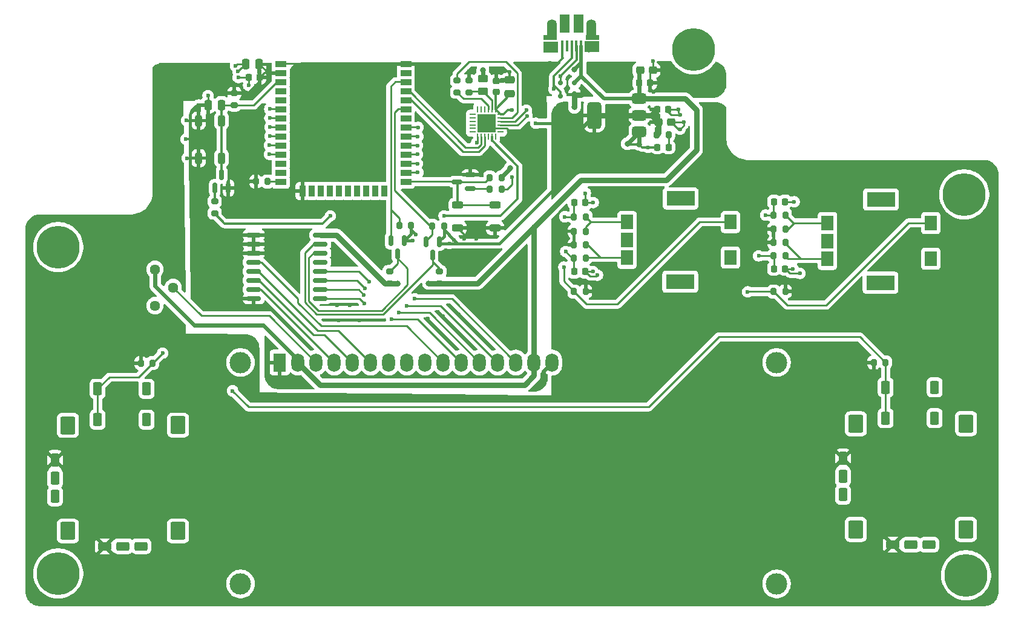
<source format=gbr>
%TF.GenerationSoftware,KiCad,Pcbnew,9.0.2*%
%TF.CreationDate,2025-08-22T17:17:19-07:00*%
%TF.ProjectId,RC,52432e6b-6963-4616-945f-706362585858,rev?*%
%TF.SameCoordinates,Original*%
%TF.FileFunction,Copper,L1,Top*%
%TF.FilePolarity,Positive*%
%FSLAX46Y46*%
G04 Gerber Fmt 4.6, Leading zero omitted, Abs format (unit mm)*
G04 Created by KiCad (PCBNEW 9.0.2) date 2025-08-22 17:17:19*
%MOMM*%
%LPD*%
G01*
G04 APERTURE LIST*
G04 Aperture macros list*
%AMRoundRect*
0 Rectangle with rounded corners*
0 $1 Rounding radius*
0 $2 $3 $4 $5 $6 $7 $8 $9 X,Y pos of 4 corners*
0 Add a 4 corners polygon primitive as box body*
4,1,4,$2,$3,$4,$5,$6,$7,$8,$9,$2,$3,0*
0 Add four circle primitives for the rounded corners*
1,1,$1+$1,$2,$3*
1,1,$1+$1,$4,$5*
1,1,$1+$1,$6,$7*
1,1,$1+$1,$8,$9*
0 Add four rect primitives between the rounded corners*
20,1,$1+$1,$2,$3,$4,$5,0*
20,1,$1+$1,$4,$5,$6,$7,0*
20,1,$1+$1,$6,$7,$8,$9,0*
20,1,$1+$1,$8,$9,$2,$3,0*%
G04 Aperture macros list end*
%TA.AperFunction,SMDPad,CuDef*%
%ADD10RoundRect,0.150000X-0.150000X0.587500X-0.150000X-0.587500X0.150000X-0.587500X0.150000X0.587500X0*%
%TD*%
%TA.AperFunction,SMDPad,CuDef*%
%ADD11RoundRect,0.150000X0.150000X-0.587500X0.150000X0.587500X-0.150000X0.587500X-0.150000X-0.587500X0*%
%TD*%
%TA.AperFunction,SMDPad,CuDef*%
%ADD12RoundRect,0.150000X0.587500X0.150000X-0.587500X0.150000X-0.587500X-0.150000X0.587500X-0.150000X0*%
%TD*%
%TA.AperFunction,SMDPad,CuDef*%
%ADD13RoundRect,0.225000X-0.225000X-0.250000X0.225000X-0.250000X0.225000X0.250000X-0.225000X0.250000X0*%
%TD*%
%TA.AperFunction,SMDPad,CuDef*%
%ADD14RoundRect,0.250000X-0.320000X-0.295000X0.320000X-0.295000X0.320000X0.295000X-0.320000X0.295000X0*%
%TD*%
%TA.AperFunction,SMDPad,CuDef*%
%ADD15RoundRect,0.200000X-0.200000X-0.275000X0.200000X-0.275000X0.200000X0.275000X-0.200000X0.275000X0*%
%TD*%
%TA.AperFunction,ComponentPad*%
%ADD16C,1.440000*%
%TD*%
%TA.AperFunction,ComponentPad*%
%ADD17R,1.700000X2.100000*%
%TD*%
%TA.AperFunction,ComponentPad*%
%ADD18R,4.000000X2.100000*%
%TD*%
%TA.AperFunction,SMDPad,CuDef*%
%ADD19RoundRect,0.250000X0.250000X0.475000X-0.250000X0.475000X-0.250000X-0.475000X0.250000X-0.475000X0*%
%TD*%
%TA.AperFunction,SMDPad,CuDef*%
%ADD20RoundRect,0.200000X-0.275000X0.200000X-0.275000X-0.200000X0.275000X-0.200000X0.275000X0.200000X0*%
%TD*%
%TA.AperFunction,SMDPad,CuDef*%
%ADD21RoundRect,0.062500X0.350000X0.062500X-0.350000X0.062500X-0.350000X-0.062500X0.350000X-0.062500X0*%
%TD*%
%TA.AperFunction,SMDPad,CuDef*%
%ADD22RoundRect,0.062500X0.062500X0.350000X-0.062500X0.350000X-0.062500X-0.350000X0.062500X-0.350000X0*%
%TD*%
%TA.AperFunction,HeatsinkPad*%
%ADD23R,2.600000X2.600000*%
%TD*%
%TA.AperFunction,SMDPad,CuDef*%
%ADD24RoundRect,0.200000X0.200000X0.275000X-0.200000X0.275000X-0.200000X-0.275000X0.200000X-0.275000X0*%
%TD*%
%TA.AperFunction,ComponentPad*%
%ADD25RoundRect,0.180000X-0.420000X-0.720000X0.420000X-0.720000X0.420000X0.720000X-0.420000X0.720000X0*%
%TD*%
%TA.AperFunction,ComponentPad*%
%ADD26RoundRect,0.180000X-0.720000X-0.420000X0.720000X-0.420000X0.720000X0.420000X-0.720000X0.420000X0*%
%TD*%
%TA.AperFunction,ComponentPad*%
%ADD27RoundRect,0.250000X-0.800000X-1.000000X0.800000X-1.000000X0.800000X1.000000X-0.800000X1.000000X0*%
%TD*%
%TA.AperFunction,SMDPad,CuDef*%
%ADD28RoundRect,0.375000X0.625000X0.375000X-0.625000X0.375000X-0.625000X-0.375000X0.625000X-0.375000X0*%
%TD*%
%TA.AperFunction,SMDPad,CuDef*%
%ADD29RoundRect,0.500000X0.500000X1.400000X-0.500000X1.400000X-0.500000X-1.400000X0.500000X-1.400000X0*%
%TD*%
%TA.AperFunction,SMDPad,CuDef*%
%ADD30RoundRect,0.150000X-0.875000X-0.150000X0.875000X-0.150000X0.875000X0.150000X-0.875000X0.150000X0*%
%TD*%
%TA.AperFunction,SMDPad,CuDef*%
%ADD31RoundRect,0.250000X-0.525000X-0.250000X0.525000X-0.250000X0.525000X0.250000X-0.525000X0.250000X0*%
%TD*%
%TA.AperFunction,SMDPad,CuDef*%
%ADD32RoundRect,0.250000X-0.450000X0.262500X-0.450000X-0.262500X0.450000X-0.262500X0.450000X0.262500X0*%
%TD*%
%TA.AperFunction,SMDPad,CuDef*%
%ADD33RoundRect,0.250000X-0.250000X0.525000X-0.250000X-0.525000X0.250000X-0.525000X0.250000X0.525000X0*%
%TD*%
%TA.AperFunction,SMDPad,CuDef*%
%ADD34R,1.500000X0.900000*%
%TD*%
%TA.AperFunction,SMDPad,CuDef*%
%ADD35R,0.900000X1.500000*%
%TD*%
%TA.AperFunction,HeatsinkPad*%
%ADD36R,0.900000X0.900000*%
%TD*%
%TA.AperFunction,HeatsinkPad*%
%ADD37C,0.600000*%
%TD*%
%TA.AperFunction,SMDPad,CuDef*%
%ADD38RoundRect,0.225000X0.250000X-0.225000X0.250000X0.225000X-0.250000X0.225000X-0.250000X-0.225000X0*%
%TD*%
%TA.AperFunction,SMDPad,CuDef*%
%ADD39R,0.400000X1.650000*%
%TD*%
%TA.AperFunction,SMDPad,CuDef*%
%ADD40R,1.825000X0.700000*%
%TD*%
%TA.AperFunction,SMDPad,CuDef*%
%ADD41R,2.000000X1.500000*%
%TD*%
%TA.AperFunction,SMDPad,CuDef*%
%ADD42R,1.350000X2.000000*%
%TD*%
%TA.AperFunction,HeatsinkPad*%
%ADD43O,1.350000X1.700000*%
%TD*%
%TA.AperFunction,HeatsinkPad*%
%ADD44O,1.100000X1.500000*%
%TD*%
%TA.AperFunction,SMDPad,CuDef*%
%ADD45R,1.430000X2.500000*%
%TD*%
%TA.AperFunction,SMDPad,CuDef*%
%ADD46RoundRect,0.225000X0.225000X0.250000X-0.225000X0.250000X-0.225000X-0.250000X0.225000X-0.250000X0*%
%TD*%
%TA.AperFunction,SMDPad,CuDef*%
%ADD47RoundRect,0.175000X0.175000X0.325000X-0.175000X0.325000X-0.175000X-0.325000X0.175000X-0.325000X0*%
%TD*%
%TA.AperFunction,SMDPad,CuDef*%
%ADD48RoundRect,0.150000X0.200000X0.150000X-0.200000X0.150000X-0.200000X-0.150000X0.200000X-0.150000X0*%
%TD*%
%TA.AperFunction,SMDPad,CuDef*%
%ADD49RoundRect,0.200000X0.275000X-0.200000X0.275000X0.200000X-0.275000X0.200000X-0.275000X-0.200000X0*%
%TD*%
%TA.AperFunction,SMDPad,CuDef*%
%ADD50RoundRect,0.250000X0.475000X-0.250000X0.475000X0.250000X-0.475000X0.250000X-0.475000X-0.250000X0*%
%TD*%
%TA.AperFunction,ComponentPad*%
%ADD51C,3.000000*%
%TD*%
%TA.AperFunction,ComponentPad*%
%ADD52R,1.800000X2.600000*%
%TD*%
%TA.AperFunction,ComponentPad*%
%ADD53O,1.800000X2.600000*%
%TD*%
%TA.AperFunction,SMDPad,CuDef*%
%ADD54RoundRect,0.218750X-0.218750X-0.256250X0.218750X-0.256250X0.218750X0.256250X-0.218750X0.256250X0*%
%TD*%
%TA.AperFunction,ViaPad*%
%ADD55C,0.600000*%
%TD*%
%TA.AperFunction,ViaPad*%
%ADD56C,6.000000*%
%TD*%
%TA.AperFunction,ViaPad*%
%ADD57C,0.800000*%
%TD*%
%TA.AperFunction,Conductor*%
%ADD58C,0.250000*%
%TD*%
%TA.AperFunction,Conductor*%
%ADD59C,0.300000*%
%TD*%
%TA.AperFunction,Conductor*%
%ADD60C,0.400000*%
%TD*%
%TA.AperFunction,Conductor*%
%ADD61C,0.800000*%
%TD*%
%TA.AperFunction,Conductor*%
%ADD62C,0.600000*%
%TD*%
%TA.AperFunction,Conductor*%
%ADD63C,0.500000*%
%TD*%
G04 APERTURE END LIST*
D10*
%TO.P,Q4,1,G*%
%TO.N,3V3*%
X119375000Y-70383400D03*
%TO.P,Q4,2,S*%
%TO.N,SDA_L*%
X117475000Y-70383400D03*
%TO.P,Q4,3,D*%
%TO.N,Net-(Q4-D)*%
X118425000Y-72258400D03*
%TD*%
%TO.P,Q3,3,D*%
%TO.N,Net-(Q3-D)*%
X113501300Y-72108300D03*
%TO.P,Q3,2,S*%
%TO.N,SCL_L*%
X112551300Y-70233300D03*
%TO.P,Q3,1,G*%
%TO.N,3V3*%
X114451300Y-70233300D03*
%TD*%
D11*
%TO.P,Q1,1,B*%
%TO.N,Net-(Q1-B)*%
X87950000Y-62862700D03*
%TO.P,Q1,2,E*%
%TO.N,GND*%
X89850000Y-62862700D03*
%TO.P,Q1,3,C*%
%TO.N,Net-(Q1-C)*%
X88900000Y-60987700D03*
%TD*%
D12*
%TO.P,Q2,1,B*%
%TO.N,Net-(Q2-B)*%
X123721100Y-62926000D03*
%TO.P,Q2,2,E*%
%TO.N,GND*%
X123721100Y-61026000D03*
%TO.P,Q2,3,C*%
%TO.N,Net-(Q2-C)*%
X121846100Y-61976000D03*
%TD*%
D13*
%TO.P,C12,1*%
%TO.N,3V3*%
X149847000Y-51816000D03*
%TO.P,C12,2*%
%TO.N,GND*%
X151397000Y-51816000D03*
%TD*%
D14*
%TO.P,C1,1*%
%TO.N,VBUS*%
X147446000Y-46355000D03*
%TO.P,C1,2*%
%TO.N,GND*%
X149226000Y-46355000D03*
%TD*%
D15*
%TO.P,R13,1*%
%TO.N,IO17*%
X166118300Y-66650200D03*
%TO.P,R13,2*%
%TO.N,Net-(R13-Pad2)*%
X167768300Y-66650200D03*
%TD*%
D13*
%TO.P,C8,1*%
%TO.N,IO17*%
X166181300Y-64770600D03*
%TO.P,C8,2*%
%TO.N,GND*%
X167731300Y-64770600D03*
%TD*%
D15*
%TO.P,R15,1*%
%TO.N,3V3*%
X166143700Y-70485600D03*
%TO.P,R15,2*%
%TO.N,Net-(R15-Pad2)*%
X167793700Y-70485600D03*
%TD*%
D13*
%TO.P,C11,1*%
%TO.N,IO18*%
X138226200Y-74549000D03*
%TO.P,C11,2*%
%TO.N,GND*%
X139776200Y-74549000D03*
%TD*%
D16*
%TO.P,Rp1,1,1*%
%TO.N,GND*%
X79578200Y-79324200D03*
%TO.P,Rp1,2,2*%
%TO.N,Net-(DS1-VO)*%
X82118200Y-76784200D03*
%TO.P,Rp1,3,3*%
%TO.N,VBUS*%
X79578200Y-74244200D03*
%TD*%
D17*
%TO.P,SW5,A,A*%
%TO.N,Net-(R18-Pad2)*%
X145640200Y-67617800D03*
%TO.P,SW5,B,B*%
%TO.N,Net-(R20-Pad2)*%
X145625200Y-72628800D03*
%TO.P,SW5,C,C*%
%TO.N,GND*%
X145624200Y-70148800D03*
%TO.P,SW5,S1,S1*%
%TO.N,IO5*%
X160105200Y-67617800D03*
%TO.P,SW5,S2,S2*%
%TO.N,GND*%
X160083200Y-72597800D03*
D18*
%TO.P,SW5,SHIELD,SHIELD*%
%TO.N,unconnected-(SW5-PadSHIELD)*%
X153111200Y-64312800D03*
X153061200Y-75976800D03*
%TD*%
D13*
%TO.P,C9,1*%
%TO.N,IO16*%
X166167500Y-74168600D03*
%TO.P,C9,2*%
%TO.N,GND*%
X167717500Y-74168600D03*
%TD*%
D15*
%TO.P,R19,1*%
%TO.N,3V3*%
X138202400Y-68910200D03*
%TO.P,R19,2*%
%TO.N,Net-(R18-Pad2)*%
X139852400Y-68910200D03*
%TD*%
D19*
%TO.P,C7,1*%
%TO.N,Net-(Q1-C)*%
X88895000Y-51231800D03*
%TO.P,C7,2*%
%TO.N,GND*%
X86995000Y-51231800D03*
%TD*%
D20*
%TO.P,R4,1*%
%TO.N,3V3*%
X90678000Y-49594000D03*
%TO.P,R4,2*%
%TO.N,Net-(Q1-C)*%
X90678000Y-51244000D03*
%TD*%
D21*
%TO.P,U2,1,~{RI}/CLK*%
%TO.N,unconnected-(U2-~{RI}{slash}CLK-Pad1)*%
X127896100Y-55008800D03*
%TO.P,U2,2,GND*%
%TO.N,GND*%
X127896100Y-54508800D03*
%TO.P,U2,3,D+*%
%TO.N,Net-(J1-D+)*%
X127896100Y-54008800D03*
%TO.P,U2,4,D-*%
%TO.N,Net-(J1-D-)*%
X127896100Y-53508800D03*
%TO.P,U2,5,VIO*%
%TO.N,Net-(U2-VIO)*%
X127896100Y-53008800D03*
%TO.P,U2,6,VDD*%
%TO.N,3V3*%
X127896100Y-52508800D03*
D22*
%TO.P,U2,7,VREGIN*%
X127208600Y-51821300D03*
%TO.P,U2,8,VBUS*%
%TO.N,Net-(U2-VBUS)*%
X126708600Y-51821300D03*
%TO.P,U2,9,~{RST}*%
%TO.N,Net-(U2-~{RST})*%
X126208600Y-51821300D03*
%TO.P,U2,10,NC*%
%TO.N,unconnected-(U2-NC-Pad10)*%
X125708600Y-51821300D03*
%TO.P,U2,11,~{WAKEUP}/GPIO.3*%
%TO.N,unconnected-(U2-~{WAKEUP}{slash}GPIO.3-Pad11)*%
X125208600Y-51821300D03*
%TO.P,U2,12,RS485/GPIO.2*%
%TO.N,unconnected-(U2-RS485{slash}GPIO.2-Pad12)*%
X124708600Y-51821300D03*
D21*
%TO.P,U2,13,~{RXT}/GPIO.1*%
%TO.N,unconnected-(U2-~{RXT}{slash}GPIO.1-Pad13)*%
X124021100Y-52508800D03*
%TO.P,U2,14,~{TXT}/GPIO.0*%
%TO.N,unconnected-(U2-~{TXT}{slash}GPIO.0-Pad14)*%
X124021100Y-53008800D03*
%TO.P,U2,15,~{SUSPEND}*%
%TO.N,unconnected-(U2-~{SUSPEND}-Pad15)*%
X124021100Y-53508800D03*
%TO.P,U2,16,NC*%
%TO.N,unconnected-(U2-NC-Pad16)*%
X124021100Y-54008800D03*
%TO.P,U2,17,SUSPEND*%
%TO.N,unconnected-(U2-SUSPEND-Pad17)*%
X124021100Y-54508800D03*
%TO.P,U2,18,~{CTS}*%
%TO.N,unconnected-(U2-~{CTS}-Pad18)*%
X124021100Y-55008800D03*
D22*
%TO.P,U2,19,~{RTS}*%
%TO.N,RTS*%
X124708600Y-55696300D03*
%TO.P,U2,20,RXD*%
%TO.N,TXD*%
X125208600Y-55696300D03*
%TO.P,U2,21,TXD*%
%TO.N,RXD*%
X125708600Y-55696300D03*
%TO.P,U2,22,~{DSR}*%
%TO.N,unconnected-(U2-~{DSR}-Pad22)*%
X126208600Y-55696300D03*
%TO.P,U2,23,~{DTR}*%
%TO.N,DTR*%
X126708600Y-55696300D03*
%TO.P,U2,24,~{DCD}*%
%TO.N,unconnected-(U2-~{DCD}-Pad24)*%
X127208600Y-55696300D03*
D23*
%TO.P,U2,25,GND*%
%TO.N,GND*%
X125958600Y-53758800D03*
%TD*%
D24*
%TO.P,R16,1*%
%TO.N,Net-(R15-Pad2)*%
X167768300Y-72365200D03*
%TO.P,R16,2*%
%TO.N,IO16*%
X166118300Y-72365200D03*
%TD*%
D25*
%TO.P,JS2,1,V*%
%TO.N,IO25*%
X175826500Y-103280600D03*
%TO.P,JS2,2,V+*%
%TO.N,3V3*%
X175826500Y-100740600D03*
%TO.P,JS2,3,V-*%
%TO.N,GND*%
X175826500Y-105820600D03*
D26*
%TO.P,JS2,4,H*%
%TO.N,IO26*%
X185351500Y-112805600D03*
%TO.P,JS2,5,H+*%
%TO.N,3V3*%
X182811500Y-112805600D03*
%TO.P,JS2,6,H-*%
%TO.N,GND*%
X187891500Y-112805600D03*
D25*
%TO.P,JS2,7,SEL+*%
%TO.N,IO33*%
X181795500Y-90771100D03*
X181795500Y-95089100D03*
%TO.P,JS2,8,SEL-*%
%TO.N,GND*%
X188653500Y-90771100D03*
X188653500Y-95089100D03*
D27*
%TO.P,JS2,9,SHIELD*%
%TO.N,unconnected-(JS2-SHIELD-Pad9)*%
X177626500Y-95880600D03*
X177626500Y-110680600D03*
X193026500Y-110680600D03*
X193040000Y-95859600D03*
%TD*%
D15*
%TO.P,R20,1*%
%TO.N,3V3*%
X138202400Y-70840600D03*
%TO.P,R20,2*%
%TO.N,Net-(R20-Pad2)*%
X139852400Y-70840600D03*
%TD*%
D28*
%TO.P,U3,1,GND*%
%TO.N,GND*%
X147345800Y-54954200D03*
D29*
%TO.P,U3,2,VO*%
%TO.N,3V3*%
X141045800Y-52654200D03*
D28*
X147345800Y-52654200D03*
%TO.P,U3,3,VI*%
%TO.N,VBUS*%
X147345800Y-50354200D03*
%TD*%
D30*
%TO.P,U5,1,A0*%
%TO.N,GND*%
X93392200Y-69443600D03*
%TO.P,U5,2,A1*%
X93392200Y-70713600D03*
%TO.P,U5,3,A2*%
X93392200Y-71983600D03*
%TO.P,U5,4,P0*%
%TO.N,Net-(DS1-D3)*%
X93392200Y-73253600D03*
%TO.P,U5,5,P1*%
%TO.N,Net-(DS1-E)*%
X93392200Y-74523600D03*
%TO.P,U5,6,P2*%
%TO.N,Net-(DS1-R{slash}W)*%
X93392200Y-75793600D03*
%TO.P,U5,7,P3*%
%TO.N,Net-(DS1-RS)*%
X93392200Y-77063600D03*
%TO.P,U5,8,GND*%
%TO.N,GND*%
X93392200Y-78333600D03*
%TO.P,U5,9,P4*%
%TO.N,Net-(DS1-D4)*%
X102692200Y-78333600D03*
%TO.P,U5,10,P5*%
%TO.N,Net-(DS1-D5)*%
X102692200Y-77063600D03*
%TO.P,U5,11,P6*%
%TO.N,Net-(DS1-D6)*%
X102692200Y-75793600D03*
%TO.P,U5,12,P7*%
%TO.N,Net-(DS1-D7)*%
X102692200Y-74523600D03*
%TO.P,U5,13,~{INT}*%
%TO.N,unconnected-(U5-~{INT}-Pad13)*%
X102692200Y-73253600D03*
%TO.P,U5,14,SCL*%
%TO.N,Net-(Q3-D)*%
X102692200Y-71983600D03*
%TO.P,U5,15,SDA*%
%TO.N,Net-(Q4-D)*%
X102692200Y-70713600D03*
%TO.P,U5,16,VDD*%
%TO.N,VBUS*%
X102692200Y-69443600D03*
%TD*%
D20*
%TO.P,R2,1*%
%TO.N,GND*%
X123520200Y-47790600D03*
%TO.P,R2,2*%
%TO.N,Net-(U2-VBUS)*%
X123520200Y-49440600D03*
%TD*%
D31*
%TO.P,BOOT1,1,1*%
%TO.N,Net-(Q2-C)*%
X121894600Y-65257600D03*
X127144600Y-65257600D03*
%TO.P,BOOT1,2,2*%
%TO.N,GND*%
X121894600Y-68457600D03*
X127144600Y-68457600D03*
%TD*%
D15*
%TO.P,R25,1*%
%TO.N,3V3*%
X149797000Y-55372000D03*
%TO.P,R25,2*%
%TO.N,Net-(D2-A)*%
X151447000Y-55372000D03*
%TD*%
D32*
%TO.P,R1,1*%
%TO.N,VBUS*%
X125450600Y-47498000D03*
%TO.P,R1,2*%
%TO.N,Net-(U2-VBUS)*%
X125450600Y-49323000D03*
%TD*%
D15*
%TO.P,R18,1*%
%TO.N,IO19*%
X138202400Y-66878200D03*
%TO.P,R18,2*%
%TO.N,Net-(R18-Pad2)*%
X139852400Y-66878200D03*
%TD*%
D13*
%TO.P,C10,1*%
%TO.N,IO19*%
X138252200Y-64891000D03*
%TO.P,C10,2*%
%TO.N,GND*%
X139802200Y-64891000D03*
%TD*%
D15*
%TO.P,R22,1*%
%TO.N,IO5*%
X138177000Y-77343000D03*
%TO.P,R22,2*%
%TO.N,3V3*%
X139827000Y-77343000D03*
%TD*%
D33*
%TO.P,RESET1,1,1*%
%TO.N,Net-(Q1-C)*%
X88900000Y-53416200D03*
X88900000Y-58666200D03*
%TO.P,RESET1,2,2*%
%TO.N,GND*%
X85700000Y-53416200D03*
X85700000Y-58666200D03*
%TD*%
D34*
%TO.P,U1,1,GND*%
%TO.N,GND*%
X97172400Y-45504200D03*
%TO.P,U1,2,VDD*%
%TO.N,3V3*%
X97172400Y-46774200D03*
%TO.P,U1,3,EN*%
%TO.N,Net-(Q1-C)*%
X97172400Y-48044200D03*
%TO.P,U1,4,SENSOR_VP*%
%TO.N,unconnected-(U1-SENSOR_VP-Pad4)*%
X97172400Y-49314200D03*
%TO.P,U1,5,SENSOR_VN*%
%TO.N,unconnected-(U1-SENSOR_VN-Pad5)*%
X97172400Y-50584200D03*
%TO.P,U1,6,IO34*%
%TO.N,IO34*%
X97172400Y-51854200D03*
%TO.P,U1,7,IO35*%
%TO.N,IO35*%
X97172400Y-53124200D03*
%TO.P,U1,8,IO32*%
%TO.N,IO32*%
X97172400Y-54394200D03*
%TO.P,U1,9,IO33*%
%TO.N,IO33*%
X97172400Y-55664200D03*
%TO.P,U1,10,IO25*%
%TO.N,IO25*%
X97172400Y-56934200D03*
%TO.P,U1,11,IO26*%
%TO.N,IO26*%
X97172400Y-58204200D03*
%TO.P,U1,12,IO27*%
%TO.N,unconnected-(U1-IO27-Pad12)*%
X97172400Y-59474200D03*
%TO.P,U1,13,IO14*%
%TO.N,unconnected-(U1-IO14-Pad13)*%
X97172400Y-60744200D03*
%TO.P,U1,14,IO12*%
%TO.N,Net-(U1-IO12)*%
X97172400Y-62014200D03*
D35*
%TO.P,U1,15,GND*%
%TO.N,GND*%
X100207400Y-63264200D03*
%TO.P,U1,16,IO13*%
%TO.N,unconnected-(U1-IO13-Pad16)*%
X101477400Y-63264200D03*
%TO.P,U1,17,NC*%
%TO.N,unconnected-(U1-NC-Pad17)*%
X102747400Y-63264200D03*
%TO.P,U1,18,NC*%
%TO.N,unconnected-(U1-NC-Pad18)*%
X104017400Y-63264200D03*
%TO.P,U1,19,NC*%
%TO.N,unconnected-(U1-NC-Pad19)*%
X105287400Y-63264200D03*
%TO.P,U1,20,NC*%
%TO.N,unconnected-(U1-NC-Pad20)*%
X106557400Y-63264200D03*
%TO.P,U1,21,NC*%
%TO.N,unconnected-(U1-NC-Pad21)*%
X107827400Y-63264200D03*
%TO.P,U1,22,NC*%
%TO.N,unconnected-(U1-NC-Pad22)*%
X109097400Y-63264200D03*
%TO.P,U1,23,IO15*%
%TO.N,unconnected-(U1-IO15-Pad23)*%
X110367400Y-63264200D03*
%TO.P,U1,24,IO2*%
%TO.N,unconnected-(U1-IO2-Pad24)*%
X111637400Y-63264200D03*
D34*
%TO.P,U1,25,IO0*%
%TO.N,Net-(Q2-C)*%
X114672400Y-62014200D03*
%TO.P,U1,26,IO4*%
%TO.N,IO4*%
X114672400Y-60744200D03*
%TO.P,U1,27,IO16*%
%TO.N,IO16*%
X114672400Y-59474200D03*
%TO.P,U1,28,IO17*%
%TO.N,IO17*%
X114672400Y-58204200D03*
%TO.P,U1,29,IO5*%
%TO.N,IO5*%
X114672400Y-56934200D03*
%TO.P,U1,30,IO18*%
%TO.N,IO18*%
X114672400Y-55664200D03*
%TO.P,U1,31,IO19*%
%TO.N,IO19*%
X114672400Y-54394200D03*
%TO.P,U1,32,NC*%
%TO.N,unconnected-(U1-NC-Pad32)*%
X114672400Y-53124200D03*
%TO.P,U1,33,IO21*%
%TO.N,SDA_L*%
X114672400Y-51854200D03*
%TO.P,U1,34,RXD0/IO3*%
%TO.N,RXD*%
X114672400Y-50584200D03*
%TO.P,U1,35,TXD0/IO1*%
%TO.N,TXD*%
X114672400Y-49314200D03*
%TO.P,U1,36,IO22*%
%TO.N,SCL_L*%
X114672400Y-48044200D03*
%TO.P,U1,37,IO23*%
%TO.N,unconnected-(U1-IO23-Pad37)*%
X114672400Y-46774200D03*
%TO.P,U1,38,GND*%
%TO.N,GND*%
X114672400Y-45504200D03*
D36*
%TO.P,U1,39,GND*%
X105822400Y-51824200D03*
D37*
X105122400Y-51824200D03*
D36*
X104422400Y-51824200D03*
D37*
X103722400Y-51824200D03*
D36*
X103022400Y-51824200D03*
D37*
X105822400Y-52524200D03*
X104422400Y-52524200D03*
X103022400Y-52524200D03*
D36*
X105822400Y-53224200D03*
D37*
X105122400Y-53224200D03*
D36*
X104422400Y-53224200D03*
D37*
X103722400Y-53224200D03*
D36*
X103022400Y-53224200D03*
D37*
X105822400Y-53924200D03*
X104422400Y-53924200D03*
X103022400Y-53924200D03*
D36*
X105822400Y-54624200D03*
D37*
X105122400Y-54624200D03*
D36*
X104422400Y-54624200D03*
D37*
X103722400Y-54624200D03*
D36*
X103022400Y-54624200D03*
%TD*%
D38*
%TO.P,C4,1*%
%TO.N,3V3*%
X127330200Y-49416000D03*
%TO.P,C4,2*%
%TO.N,GND*%
X127330200Y-47866000D03*
%TD*%
D17*
%TO.P,SW1,A,A*%
%TO.N,Net-(R13-Pad2)*%
X173664500Y-67770200D03*
%TO.P,SW1,B,B*%
%TO.N,Net-(R15-Pad2)*%
X173649500Y-72781200D03*
%TO.P,SW1,C,C*%
%TO.N,GND*%
X173648500Y-70301200D03*
%TO.P,SW1,S1,S1*%
%TO.N,IO4*%
X188129500Y-67770200D03*
%TO.P,SW1,S2,S2*%
%TO.N,GND*%
X188107500Y-72750200D03*
D18*
%TO.P,SW1,SHIELD,SHIELD*%
%TO.N,unconnected-(SW1-PadSHIELD)*%
X181135500Y-64465200D03*
X181085500Y-76129200D03*
%TD*%
D15*
%TO.P,R23,1*%
%TO.N,3V3*%
X77598000Y-87376000D03*
%TO.P,R23,2*%
%TO.N,IO32*%
X79248000Y-87376000D03*
%TD*%
D39*
%TO.P,J1,1,VBUS*%
%TO.N,VBUS*%
X139176400Y-42977200D03*
%TO.P,J1,2,D-*%
%TO.N,Net-(J1-D-)*%
X138526400Y-42977200D03*
%TO.P,J1,3,D+*%
%TO.N,Net-(J1-D+)*%
X137876400Y-42977200D03*
%TO.P,J1,4,ID*%
%TO.N,unconnected-(J1-ID-Pad4)*%
X137226400Y-42977200D03*
%TO.P,J1,5,GND*%
%TO.N,GND*%
X136576400Y-42977200D03*
D40*
%TO.P,J1,6,Shield*%
%TO.N,unconnected-(J1-Shield-Pad6)*%
X140826400Y-41777200D03*
D41*
X140726400Y-43077200D03*
D42*
X140606400Y-41027200D03*
D43*
X140606400Y-40097200D03*
D44*
X140296400Y-43097200D03*
D45*
X138836400Y-39827200D03*
X136916400Y-39827200D03*
D44*
X135456400Y-43097200D03*
D43*
X135146400Y-40097200D03*
D42*
X135126400Y-41027200D03*
D41*
X134976400Y-43097200D03*
D40*
X134876400Y-41777200D03*
%TD*%
D46*
%TO.P,C6,1*%
%TO.N,3V3*%
X94218800Y-47371000D03*
%TO.P,C6,2*%
%TO.N,GND*%
X92668800Y-47371000D03*
%TD*%
D15*
%TO.P,R17,1*%
%TO.N,IO4*%
X166118300Y-77343000D03*
%TO.P,R17,2*%
%TO.N,3V3*%
X167768300Y-77343000D03*
%TD*%
D14*
%TO.P,C2,1*%
%TO.N,3V3*%
X149985000Y-53594000D03*
%TO.P,C2,2*%
%TO.N,GND*%
X151765000Y-53594000D03*
%TD*%
D15*
%TO.P,R9,1*%
%TO.N,SDA_L*%
X118378300Y-68148200D03*
%TO.P,R9,2*%
%TO.N,3V3*%
X120028300Y-68148200D03*
%TD*%
D13*
%TO.P,C13,1*%
%TO.N,VBUS*%
X147308000Y-48133000D03*
%TO.P,C13,2*%
%TO.N,GND*%
X148858000Y-48133000D03*
%TD*%
D47*
%TO.P,D1,1,A*%
%TO.N,GND*%
X138261600Y-49811500D03*
D48*
%TO.P,D1,2,K*%
%TO.N,VBUS*%
X138261600Y-48111500D03*
%TO.P,D1,3,K*%
%TO.N,Net-(J1-D-)*%
X136261600Y-48111500D03*
%TO.P,D1,4,K*%
%TO.N,Net-(J1-D+)*%
X136261600Y-50011500D03*
%TD*%
D25*
%TO.P,JS1,1,V*%
%TO.N,IO34*%
X65590500Y-103496250D03*
%TO.P,JS1,2,V+*%
%TO.N,3V3*%
X65590500Y-100956250D03*
%TO.P,JS1,3,V-*%
%TO.N,GND*%
X65590500Y-106036250D03*
D26*
%TO.P,JS1,4,H*%
%TO.N,IO35*%
X75115500Y-113021250D03*
%TO.P,JS1,5,H+*%
%TO.N,3V3*%
X72575500Y-113021250D03*
%TO.P,JS1,6,H-*%
%TO.N,GND*%
X77655500Y-113021250D03*
D25*
%TO.P,JS1,7,SEL+*%
%TO.N,IO32*%
X71559500Y-90986750D03*
X71559500Y-95304750D03*
%TO.P,JS1,8,SEL-*%
%TO.N,GND*%
X78417500Y-90986750D03*
X78417500Y-95304750D03*
D27*
%TO.P,JS1,9,SHIELD*%
%TO.N,unconnected-(JS1-SHIELD-Pad9)*%
X67390500Y-96096250D03*
X67390500Y-110896250D03*
X82790500Y-110896250D03*
X82804000Y-96075250D03*
%TD*%
D19*
%TO.P,C5,1*%
%TO.N,3V3*%
X94168000Y-45491400D03*
%TO.P,C5,2*%
%TO.N,GND*%
X92268000Y-45491400D03*
%TD*%
D15*
%TO.P,R24,1*%
%TO.N,3V3*%
X180136800Y-87299800D03*
%TO.P,R24,2*%
%TO.N,IO33*%
X181786800Y-87299800D03*
%TD*%
D49*
%TO.P,R3,1*%
%TO.N,Net-(U2-~{RST})*%
X121843800Y-49452800D03*
%TO.P,R3,2*%
%TO.N,Net-(U2-VIO)*%
X121843800Y-47802800D03*
%TD*%
%TO.P,R11,1*%
%TO.N,VBUS*%
X119406500Y-76199000D03*
%TO.P,R11,2*%
%TO.N,Net-(Q4-D)*%
X119406500Y-74549000D03*
%TD*%
D15*
%TO.P,R10,1*%
%TO.N,SCL_L*%
X113742200Y-68122800D03*
%TO.P,R10,2*%
%TO.N,3V3*%
X115392200Y-68122800D03*
%TD*%
%TO.P,R14,1*%
%TO.N,3V3*%
X166118300Y-68631400D03*
%TO.P,R14,2*%
%TO.N,Net-(R13-Pad2)*%
X167768300Y-68631400D03*
%TD*%
D50*
%TO.P,C3,1*%
%TO.N,3V3*%
X129209800Y-49616400D03*
%TO.P,C3,2*%
%TO.N,GND*%
X129209800Y-47716400D03*
%TD*%
D15*
%TO.P,R5,1*%
%TO.N,Net-(Q2-C)*%
X126415800Y-61391800D03*
%TO.P,R5,2*%
%TO.N,3V3*%
X128065800Y-61391800D03*
%TD*%
D49*
%TO.P,R6,1*%
%TO.N,DTR*%
X87935200Y-66382400D03*
%TO.P,R6,2*%
%TO.N,Net-(Q1-B)*%
X87935200Y-64732400D03*
%TD*%
D24*
%TO.P,R8,1*%
%TO.N,RTS*%
X128066800Y-63042800D03*
%TO.P,R8,2*%
%TO.N,Net-(Q2-B)*%
X126416800Y-63042800D03*
%TD*%
D20*
%TO.P,R12,1*%
%TO.N,Net-(Q3-D)*%
X112395000Y-74549000D03*
%TO.P,R12,2*%
%TO.N,VBUS*%
X112395000Y-76199000D03*
%TD*%
D24*
%TO.P,R7,1*%
%TO.N,Net-(U1-IO12)*%
X95325200Y-61950600D03*
%TO.P,R7,2*%
%TO.N,GND*%
X93675200Y-61950600D03*
%TD*%
D51*
%TO.P,DS1,*%
%TO.N,*%
X91541600Y-87299800D03*
X91541600Y-118300500D03*
X166540180Y-118300500D03*
X166540700Y-87299800D03*
D52*
%TO.P,DS1,1,VSS*%
%TO.N,GND*%
X97040700Y-87299800D03*
D53*
%TO.P,DS1,2,VDD*%
%TO.N,VBUS*%
X99580700Y-87299800D03*
%TO.P,DS1,3,VO*%
%TO.N,Net-(DS1-VO)*%
X102120700Y-87299800D03*
%TO.P,DS1,4,RS*%
%TO.N,Net-(DS1-RS)*%
X104660700Y-87299800D03*
%TO.P,DS1,5,R/W*%
%TO.N,Net-(DS1-R{slash}W)*%
X107200700Y-87299800D03*
%TO.P,DS1,6,E*%
%TO.N,Net-(DS1-E)*%
X109740700Y-87299800D03*
%TO.P,DS1,7,D0*%
%TO.N,unconnected-(DS1-D0-Pad7)*%
X112280700Y-87299800D03*
%TO.P,DS1,8,D1*%
%TO.N,unconnected-(DS1-D1-Pad8)*%
X114820700Y-87299800D03*
%TO.P,DS1,9,D2*%
%TO.N,unconnected-(DS1-D2-Pad9)*%
X117360700Y-87299800D03*
%TO.P,DS1,10,D3*%
%TO.N,Net-(DS1-D3)*%
X119900700Y-87299800D03*
%TO.P,DS1,11,D4*%
%TO.N,Net-(DS1-D4)*%
X122440700Y-87299800D03*
%TO.P,DS1,12,D5*%
%TO.N,Net-(DS1-D5)*%
X124980700Y-87299800D03*
%TO.P,DS1,13,D6*%
%TO.N,Net-(DS1-D6)*%
X127520700Y-87299800D03*
%TO.P,DS1,14,D7*%
%TO.N,Net-(DS1-D7)*%
X130060700Y-87299800D03*
%TO.P,DS1,15,LED(+)*%
%TO.N,VBUS*%
X132600700Y-87299800D03*
%TO.P,DS1,16,LED(-)*%
%TO.N,GND*%
X135140700Y-87299800D03*
%TD*%
D54*
%TO.P,D2,1,K*%
%TO.N,GND*%
X149860000Y-57150000D03*
%TO.P,D2,2,A*%
%TO.N,Net-(D2-A)*%
X151435000Y-57150000D03*
%TD*%
D24*
%TO.P,R21,1*%
%TO.N,Net-(R20-Pad2)*%
X139827000Y-72644000D03*
%TO.P,R21,2*%
%TO.N,IO18*%
X138177000Y-72644000D03*
%TD*%
D55*
%TO.N,Net-(J1-D-)*%
X136271000Y-47193200D03*
D56*
%TO.N,*%
X193040000Y-117094000D03*
X66040000Y-71120000D03*
X192786000Y-63754000D03*
X66040000Y-116840000D03*
X154940000Y-43434000D03*
D55*
%TO.N,3V3*%
X137464800Y-54711600D03*
X156464000Y-60833000D03*
X93599000Y-49530000D03*
X147624800Y-64008000D03*
X129540000Y-51943000D03*
X136398000Y-57658000D03*
X137287000Y-56769000D03*
X92456000Y-50292000D03*
X147066000Y-59029600D03*
X95504000Y-47498000D03*
X116078000Y-69342000D03*
D57*
X139319000Y-57404000D03*
D55*
X94361000Y-48768000D03*
X157734000Y-58458356D03*
X145440400Y-64414400D03*
D57*
X129286000Y-60071000D03*
D55*
X150672800Y-58521600D03*
X143154400Y-59690000D03*
X132851000Y-53788200D03*
X143256000Y-57023000D03*
X158369000Y-55499000D03*
X136398000Y-58420000D03*
X144983200Y-59537600D03*
X115669300Y-70258700D03*
X120777000Y-70612000D03*
X121412000Y-70104000D03*
%TO.N,IO16*%
X116306600Y-59436000D03*
X164033200Y-72365200D03*
%TO.N,IO17*%
X116281200Y-58115200D03*
X164998400Y-66650200D03*
%TO.N,IO18*%
X137033000Y-71755000D03*
X116357400Y-55626000D03*
%TO.N,IO19*%
X136906000Y-66878200D03*
X116382800Y-54356000D03*
%TO.N,Net-(J1-D-)*%
X131523758Y-51970958D03*
%TO.N,Net-(J1-D+)*%
X131623919Y-52764666D03*
X135369300Y-49009300D03*
%TO.N,Net-(DS1-D5)*%
X108813600Y-77800200D03*
X113715800Y-80314800D03*
D57*
%TO.N,VBUS*%
X125450600Y-46355000D03*
X113537000Y-76199000D03*
X138236431Y-46288431D03*
X117856000Y-76200000D03*
D55*
%TO.N,Net-(DS1-D7)*%
X115900200Y-78384400D03*
X109575600Y-75996800D03*
%TO.N,Net-(DS1-D4)*%
X108889800Y-79019400D03*
X112699800Y-81203800D03*
%TO.N,Net-(DS1-D6)*%
X108966000Y-76885800D03*
X114833400Y-79349600D03*
%TO.N,IO25*%
X95605600Y-56870600D03*
%TO.N,IO32*%
X95656400Y-54330600D03*
X80645000Y-85979000D03*
%TO.N,IO33*%
X95656400Y-55600600D03*
X90424000Y-91262200D03*
%TO.N,DTR*%
X104114600Y-66751200D03*
X120015000Y-66751200D03*
%TO.N,RTS*%
X129565400Y-61366400D03*
X124583600Y-56490753D03*
%TO.N,IO5*%
X116306600Y-56896000D03*
X136779000Y-73914000D03*
%TO.N,IO4*%
X162496500Y-77406500D03*
X116357400Y-60655200D03*
%TO.N,IO26*%
X95605600Y-58145200D03*
%TO.N,GND*%
X97663000Y-73279000D03*
X93726000Y-65024000D03*
X121107200Y-89103200D03*
D57*
X145669000Y-56642000D03*
D55*
X116078000Y-89154000D03*
X153035000Y-52578000D03*
X110490000Y-54356000D03*
X118237000Y-64770000D03*
X133502400Y-47752000D03*
X129921000Y-76073000D03*
X100584000Y-55118000D03*
X86995000Y-49911000D03*
X127635000Y-76708000D03*
X124539002Y-69928000D03*
X169011600Y-64770600D03*
X109347000Y-59436000D03*
X85471000Y-69977000D03*
X120523000Y-58674000D03*
X142875000Y-46355000D03*
X153568400Y-53594000D03*
X89890600Y-65151000D03*
X132588000Y-60960000D03*
X108204000Y-81422400D03*
X107188000Y-68427600D03*
X133096000Y-55753000D03*
X91211400Y-46507400D03*
X92668800Y-48472800D03*
X95250000Y-60452000D03*
X109474000Y-70916800D03*
X158115000Y-46355000D03*
X84010500Y-53403500D03*
X150241000Y-48133000D03*
X131826000Y-55753000D03*
X153035000Y-54610000D03*
X128651000Y-80772000D03*
X90830400Y-45770800D03*
X155829000Y-48387000D03*
X125857000Y-79375000D03*
X128397000Y-78867000D03*
X105283000Y-81422400D03*
X119253000Y-51435000D03*
X132588000Y-62357000D03*
X83921600Y-56007000D03*
X169799000Y-74803000D03*
X149226000Y-45086000D03*
X105029000Y-79248000D03*
X149352000Y-49403000D03*
X117729000Y-81153000D03*
X99314000Y-70866000D03*
X128828800Y-89103200D03*
X96774000Y-66040000D03*
X140843000Y-74549000D03*
X90678000Y-54483000D03*
X108356400Y-52374800D03*
X94996000Y-66040000D03*
X116586000Y-64770000D03*
D57*
X139242800Y-49848900D03*
D55*
X152781000Y-51816000D03*
X125166200Y-61041200D03*
X129209800Y-46634400D03*
X123520200Y-46505986D03*
X109347000Y-68961000D03*
X123748800Y-89154000D03*
X90297000Y-76962000D03*
X148590000Y-57150000D03*
X122809000Y-69928000D03*
X134823200Y-45313600D03*
X124333000Y-73406000D03*
X111302800Y-72644000D03*
X122047000Y-74295000D03*
X107746800Y-56540400D03*
X105918000Y-89052400D03*
X106807000Y-79248000D03*
X127330200Y-46609000D03*
X119888000Y-80772000D03*
X130556000Y-55626000D03*
X85699600Y-51231800D03*
X141478000Y-75057000D03*
X101930200Y-46355000D03*
X168833800Y-74168000D03*
X140716000Y-46101000D03*
X91821000Y-53467000D03*
X97282000Y-70739000D03*
X108712000Y-65405000D03*
X120523000Y-52832000D03*
X110464600Y-46202600D03*
D57*
X147345800Y-56743200D03*
D55*
X133908800Y-89662000D03*
X110998000Y-89154000D03*
X150495000Y-46355000D03*
X122047000Y-80518000D03*
X139802200Y-63576200D03*
X84074000Y-58674000D03*
X122936000Y-72644000D03*
X129413000Y-55118000D03*
X95885000Y-65024000D03*
X102489000Y-65278000D03*
X105359200Y-60147200D03*
X130429000Y-79375000D03*
X92710000Y-61976000D03*
X85471000Y-75819000D03*
X140899800Y-64891000D03*
X101981000Y-59055000D03*
X143764000Y-45593000D03*
X117094000Y-63500000D03*
D57*
X138261600Y-51550700D03*
D55*
X105918000Y-72898000D03*
X108458000Y-89154000D03*
X91221600Y-47371000D03*
X106070400Y-46253400D03*
X99745800Y-46431200D03*
X157734000Y-49149000D03*
X89408000Y-72263000D03*
X100177600Y-52019200D03*
X132461000Y-48514000D03*
%TO.N,IO34*%
X95631000Y-51795200D03*
%TO.N,IO35*%
X95651800Y-53065200D03*
%TD*%
D58*
%TO.N,RTS*%
X124583600Y-56490753D02*
X124708600Y-56365753D01*
X124708600Y-56365753D02*
X124708600Y-55696300D01*
%TO.N,GND*%
X99745800Y-46431200D02*
X99745800Y-45643800D01*
X99745800Y-45643800D02*
X99547200Y-45445200D01*
X99547200Y-45445200D02*
X97141000Y-45445200D01*
X90830400Y-45770800D02*
X91109800Y-45491400D01*
X91109800Y-45491400D02*
X92268000Y-45491400D01*
X91211400Y-46507400D02*
X91694000Y-46024800D01*
X91694000Y-46024800D02*
X91734600Y-46024800D01*
X91734600Y-46024800D02*
X92268000Y-45491400D01*
D59*
X133502400Y-47752000D02*
X135940800Y-45313600D01*
X135940800Y-45313600D02*
X135941200Y-45313600D01*
D60*
%TO.N,3V3*%
X120028300Y-68148200D02*
X120028300Y-69608100D01*
D59*
X128905000Y-51943000D02*
X128339200Y-52508800D01*
D61*
X149045200Y-52654200D02*
X149985000Y-53594000D01*
D58*
X90678000Y-49594000D02*
X92519000Y-49594000D01*
D59*
X128339200Y-52508800D02*
X127896100Y-52508800D01*
D58*
X97141000Y-46715200D02*
X94874600Y-46715200D01*
D59*
X120793000Y-70628000D02*
X120777000Y-70612000D01*
D58*
X127208600Y-49537600D02*
X127330200Y-49416000D01*
D61*
X147345800Y-52654200D02*
X149045200Y-52654200D01*
D60*
X141045800Y-52654200D02*
X137109200Y-52654200D01*
D58*
X94218800Y-45542200D02*
X94168000Y-45491400D01*
D59*
X129540000Y-51943000D02*
X128905000Y-51943000D01*
D60*
X115392200Y-68122800D02*
X115392200Y-69317800D01*
D58*
X138202400Y-68910200D02*
X138202400Y-70840600D01*
D61*
X141045800Y-52654200D02*
X147345800Y-52654200D01*
D60*
X121412000Y-70104000D02*
X120028300Y-68720300D01*
D62*
X139319000Y-57404000D02*
X139319000Y-54381000D01*
D58*
X95391800Y-46715200D02*
X94168000Y-45491400D01*
X129209800Y-49820100D02*
X129209800Y-49616400D01*
D62*
X128065800Y-61291200D02*
X129286000Y-60071000D01*
D60*
X119735600Y-70612000D02*
X120777000Y-70612000D01*
D58*
X115392200Y-68122800D02*
X115392200Y-68656200D01*
X119380000Y-70256400D02*
X119735600Y-70612000D01*
D59*
X127208600Y-51821300D02*
X127208600Y-49537600D01*
D58*
X94874600Y-46715200D02*
X94218800Y-47371000D01*
D60*
X141045800Y-57328200D02*
X127746000Y-70628000D01*
X127746000Y-70628000D02*
X124968000Y-70628000D01*
X120028300Y-69608100D02*
X119380000Y-70256400D01*
D58*
X94218800Y-47894200D02*
X94218800Y-47371000D01*
X166118300Y-68631400D02*
X166118300Y-70460200D01*
X115669300Y-70258700D02*
X115697000Y-70231000D01*
D59*
X140448700Y-52654200D02*
X141045800Y-52654200D01*
D58*
X128065800Y-61391800D02*
X128065800Y-61291200D01*
X97141000Y-46715200D02*
X95391800Y-46715200D01*
D60*
X124968000Y-70628000D02*
X121936000Y-70628000D01*
X115392200Y-69317800D02*
X114451300Y-70258700D01*
D58*
X166118300Y-70460200D02*
X166143700Y-70485600D01*
D60*
X137109200Y-52654200D02*
X135975200Y-53788200D01*
D58*
X92519000Y-49594000D02*
X94218800Y-47894200D01*
D59*
X127208600Y-51821300D02*
X129209800Y-49820100D01*
D60*
X124968000Y-70628000D02*
X120793000Y-70628000D01*
X135975200Y-53788200D02*
X132851000Y-53788200D01*
D61*
X149008800Y-52654200D02*
X149847000Y-51816000D01*
X147345800Y-52654200D02*
X149008800Y-52654200D01*
D60*
X141045800Y-52654200D02*
X141045800Y-57328200D01*
D58*
X94218800Y-47371000D02*
X94218800Y-45542200D01*
D60*
X114451300Y-70258700D02*
X115669300Y-70258700D01*
D58*
X127907400Y-52508800D02*
X127896100Y-52508800D01*
D60*
X121936000Y-70628000D02*
X121412000Y-70104000D01*
D59*
X127896100Y-52508800D02*
X127208600Y-51821300D01*
D62*
X139319000Y-54381000D02*
X141045800Y-52654200D01*
D61*
X149985000Y-53594000D02*
X149985000Y-55184000D01*
X149985000Y-55184000D02*
X149797000Y-55372000D01*
D60*
X115392200Y-68656200D02*
X116078000Y-69342000D01*
D58*
X120028300Y-68720300D02*
X120028300Y-68148200D01*
D59*
%TO.N,Net-(Q1-C)*%
X88900000Y-58666200D02*
X88900000Y-60999800D01*
X88900000Y-53416200D02*
X88900000Y-58666200D01*
D58*
X90678000Y-51244000D02*
X88907200Y-51244000D01*
X97141000Y-47985200D02*
X96667800Y-47985200D01*
X88907200Y-51244000D02*
X88895000Y-51231800D01*
D59*
X88895000Y-53411200D02*
X88900000Y-53416200D01*
X88895000Y-51231800D02*
X88895000Y-53411200D01*
D58*
X93409000Y-51244000D02*
X90678000Y-51244000D01*
X96667800Y-47985200D02*
X93409000Y-51244000D01*
D59*
X88900000Y-60999800D02*
X88915600Y-61015400D01*
D58*
%TO.N,IO16*%
X163983000Y-72365200D02*
X163982400Y-72364600D01*
X166118300Y-72365200D02*
X164033200Y-72365200D01*
X116306600Y-59436000D02*
X116154200Y-59436000D01*
X164033200Y-72365200D02*
X163983000Y-72365200D01*
X166167500Y-74168600D02*
X166167500Y-72414400D01*
X166167500Y-72414400D02*
X166118300Y-72365200D01*
X116133400Y-59415200D02*
X114641000Y-59415200D01*
X116154200Y-59436000D02*
X116133400Y-59415200D01*
%TO.N,IO17*%
X166118300Y-64833600D02*
X166181300Y-64770600D01*
X116251200Y-58145200D02*
X116281200Y-58115200D01*
X166118300Y-66650200D02*
X166118300Y-64833600D01*
X114641000Y-58145200D02*
X116251200Y-58145200D01*
X166118300Y-66650200D02*
X164998400Y-66650200D01*
%TO.N,IO18*%
X138177000Y-74499800D02*
X138226200Y-74549000D01*
X116184200Y-55605200D02*
X114641000Y-55605200D01*
X137033000Y-71755000D02*
X137922000Y-72644000D01*
X116357400Y-55626000D02*
X116205000Y-55626000D01*
X138177000Y-72644000D02*
X138177000Y-74499800D01*
X116205000Y-55626000D02*
X116184200Y-55605200D01*
X137922000Y-72644000D02*
X138177000Y-72644000D01*
%TO.N,IO19*%
X114641000Y-54335200D02*
X116362000Y-54335200D01*
X116362000Y-54335200D02*
X116382800Y-54356000D01*
X138202400Y-66878200D02*
X138202400Y-64940800D01*
X136906000Y-66878200D02*
X138202400Y-66878200D01*
X138202400Y-64940800D02*
X138252200Y-64891000D01*
%TO.N,Net-(J1-D-)*%
X131523758Y-51970958D02*
X129985916Y-53508800D01*
X129985916Y-53508800D02*
X127896100Y-53508800D01*
X138526400Y-42977200D02*
X138532000Y-42977200D01*
X138532000Y-42977200D02*
X138550400Y-42995600D01*
%TO.N,Net-(J1-D+)*%
X131623919Y-52764666D02*
X131613934Y-52764666D01*
D59*
X135369300Y-48260000D02*
X135369300Y-48501300D01*
X135369300Y-47174246D02*
X135369300Y-48260000D01*
D58*
X131613934Y-52764666D02*
X130320800Y-54057800D01*
D59*
X137876400Y-44667146D02*
X135369300Y-47174246D01*
X137876400Y-42977200D02*
X137876400Y-44667146D01*
X135369300Y-48501300D02*
X136261600Y-49393600D01*
D58*
X136245600Y-49985000D02*
X136219100Y-50011500D01*
X136219100Y-50011500D02*
X136261600Y-50011500D01*
D59*
X135369300Y-48260000D02*
X135369300Y-49009300D01*
D58*
X127904100Y-54016800D02*
X127896100Y-54008800D01*
D59*
X136261600Y-49393600D02*
X136261600Y-50011500D01*
D58*
X136235100Y-49985000D02*
X136245600Y-49985000D01*
X130320800Y-54057800D02*
X127812800Y-54057800D01*
%TO.N,Net-(DS1-D5)*%
X108081200Y-77067800D02*
X108813600Y-77800200D01*
X102744800Y-77067800D02*
X108081200Y-77067800D01*
X124980700Y-87299800D02*
X117995700Y-80314800D01*
X117995700Y-80314800D02*
X113715800Y-80314800D01*
D61*
%TO.N,VBUS*%
X119406500Y-76199000D02*
X117857000Y-76199000D01*
D62*
X79578200Y-74244200D02*
X79578200Y-76530200D01*
D61*
X155321000Y-57531000D02*
X151130000Y-61722000D01*
D58*
X139176400Y-45280200D02*
X139209800Y-45313600D01*
D61*
X105007800Y-69447800D02*
X102744800Y-69447800D01*
X147345800Y-50354200D02*
X153732200Y-50354200D01*
D62*
X147345800Y-50354200D02*
X147345800Y-48170800D01*
D63*
X139209800Y-47163300D02*
X138261600Y-48111500D01*
D62*
X138236431Y-46288431D02*
X138236431Y-46286969D01*
D61*
X132600700Y-87299800D02*
X132600700Y-89141300D01*
D63*
X138236431Y-46286969D02*
X139209800Y-45313600D01*
D61*
X111759000Y-76199000D02*
X105007800Y-69447800D01*
D62*
X147308000Y-46493000D02*
X147446000Y-46355000D01*
D61*
X153732200Y-50354200D02*
X155321000Y-51943000D01*
X132600700Y-87299800D02*
X132600700Y-68313300D01*
D62*
X94722900Y-82042000D02*
X99580700Y-86899800D01*
D59*
X99580700Y-86899800D02*
X99580700Y-87299800D01*
D61*
X155321000Y-51943000D02*
X155321000Y-57531000D01*
X102704900Y-90424000D02*
X99580700Y-87299800D01*
X139192000Y-61722000D02*
X132651500Y-68262500D01*
X112395000Y-76199000D02*
X113537000Y-76199000D01*
D62*
X125450600Y-47498000D02*
X125450600Y-46355000D01*
D61*
X132600700Y-89141300D02*
X131318000Y-90424000D01*
D63*
X139176400Y-42977200D02*
X139176400Y-45280200D01*
X147345800Y-50354200D02*
X142400700Y-50354200D01*
D61*
X151130000Y-61722000D02*
X139192000Y-61722000D01*
D63*
X139209800Y-45313600D02*
X139209800Y-47163300D01*
D61*
X131318000Y-90424000D02*
X102704900Y-90424000D01*
D62*
X147345800Y-50354200D02*
X147537600Y-50546000D01*
D61*
X117857000Y-76199000D02*
X117856000Y-76200000D01*
X112395000Y-76199000D02*
X111759000Y-76199000D01*
D62*
X147345800Y-48170800D02*
X147308000Y-48133000D01*
D61*
X132600700Y-68313300D02*
X132651500Y-68262500D01*
D62*
X147308000Y-48133000D02*
X147308000Y-46493000D01*
D63*
X142400700Y-50354200D02*
X139209800Y-47163300D01*
D62*
X79578200Y-76530200D02*
X85090000Y-82042000D01*
X85090000Y-82042000D02*
X94722900Y-82042000D01*
D61*
X124715000Y-76199000D02*
X132651500Y-68262500D01*
X119406500Y-76199000D02*
X124715000Y-76199000D01*
D58*
%TO.N,Net-(DS1-D3)*%
X102819200Y-82169000D02*
X114769900Y-82169000D01*
X114769900Y-82169000D02*
X119900700Y-87299800D01*
X99580400Y-78368401D02*
X99580400Y-78930200D01*
X94469799Y-73257800D02*
X99580400Y-78368401D01*
X93444800Y-73257800D02*
X94469799Y-73257800D01*
X99580400Y-78930200D02*
X102819200Y-82169000D01*
%TO.N,Net-(DS1-D7)*%
X108106600Y-74527800D02*
X102744800Y-74527800D01*
X130060700Y-87299800D02*
X121145300Y-78384400D01*
X121145300Y-78384400D02*
X115900200Y-78384400D01*
X109575600Y-75996800D02*
X108106600Y-74527800D01*
%TO.N,Net-(DS1-D4)*%
X122440700Y-87299800D02*
X116344700Y-81203800D01*
X108208200Y-78337800D02*
X108889800Y-79019400D01*
X102744800Y-78337800D02*
X108208200Y-78337800D01*
X116344700Y-81203800D02*
X112699800Y-81203800D01*
%TO.N,Net-(DS1-D6)*%
X127520700Y-87299800D02*
X119570500Y-79349600D01*
X119570500Y-79349600D02*
X114833400Y-79349600D01*
X108966000Y-76885800D02*
X107878000Y-75797800D01*
X107878000Y-75797800D02*
X102744800Y-75797800D01*
%TO.N,IO25*%
X95610200Y-56875200D02*
X95605600Y-56870600D01*
X97141000Y-56875200D02*
X95610200Y-56875200D01*
%TO.N,IO32*%
X95661000Y-54335200D02*
X95656400Y-54330600D01*
X80645000Y-85979000D02*
X79248000Y-87376000D01*
X77266800Y-89357200D02*
X79248000Y-87376000D01*
X71559250Y-91000750D02*
X73202800Y-89357200D01*
X71559250Y-95304750D02*
X71559250Y-91000750D01*
X73202800Y-89357200D02*
X77266800Y-89357200D01*
X97141000Y-54335200D02*
X95661000Y-54335200D01*
%TO.N,IO33*%
X181795250Y-90732750D02*
X181795250Y-87308250D01*
X158470100Y-83693500D02*
X148640800Y-93522800D01*
X181795250Y-95050750D02*
X181795250Y-90732750D01*
X181786800Y-90724300D02*
X181795250Y-90732750D01*
X97141000Y-55605200D02*
X95661000Y-55605200D01*
X181795250Y-87308250D02*
X181786800Y-87299800D01*
X178180500Y-83693500D02*
X158470100Y-83693500D01*
X95661000Y-55605200D02*
X95656400Y-55600600D01*
X181786800Y-87299800D02*
X178180500Y-83693500D01*
X92684600Y-93522800D02*
X148640800Y-93522800D01*
X90424000Y-91262200D02*
X92684600Y-93522800D01*
D59*
%TO.N,Net-(Q1-B)*%
X87965600Y-62890400D02*
X87965600Y-64702000D01*
D58*
X87965600Y-64702000D02*
X87935200Y-64732400D01*
%TO.N,Net-(Q2-B)*%
X123748800Y-62941200D02*
X126315200Y-62941200D01*
X126315200Y-62941200D02*
X126416800Y-63042800D01*
%TO.N,Net-(Q2-C)*%
X114641000Y-61955200D02*
X121837800Y-61955200D01*
D59*
X121894600Y-65257600D02*
X121894600Y-62012000D01*
D58*
X121873800Y-61991200D02*
X125816400Y-61991200D01*
X125816400Y-61991200D02*
X126415800Y-61391800D01*
X121837800Y-61955200D02*
X121873800Y-61991200D01*
X114645600Y-61950600D02*
X114641000Y-61955200D01*
X121894600Y-62012000D02*
X121873800Y-61991200D01*
X121894600Y-65257600D02*
X127144600Y-65257600D01*
%TO.N,Net-(Q3-D)*%
X113501300Y-72133700D02*
X113501300Y-72683500D01*
X113501300Y-72133700D02*
X113501300Y-73442700D01*
X114909600Y-74091800D02*
X114909600Y-76403200D01*
X114909600Y-76403200D02*
X111302800Y-80010000D01*
X113501300Y-73442700D02*
X112395000Y-74549000D01*
X101092000Y-78689200D02*
X101092000Y-72615601D01*
X102412800Y-80010000D02*
X101092000Y-78689200D01*
X101092000Y-72615601D02*
X101719801Y-71987800D01*
X113501300Y-72683500D02*
X114909600Y-74091800D01*
X101719801Y-71987800D02*
X102744800Y-71987800D01*
X111302800Y-80010000D02*
X102412800Y-80010000D01*
%TO.N,SCL_L*%
X112551300Y-65659000D02*
X112551300Y-65913000D01*
X113177800Y-47985200D02*
X112551300Y-48611700D01*
X112551300Y-65659000D02*
X112551300Y-70258700D01*
X112551300Y-65913000D02*
X113742200Y-67103900D01*
X114641000Y-47985200D02*
X113177800Y-47985200D01*
X113742200Y-67103900D02*
X113742200Y-68122800D01*
X112551300Y-48611700D02*
X112551300Y-65659000D01*
%TO.N,SDA_L*%
X118378300Y-68148200D02*
X118110000Y-68148200D01*
X113641000Y-51795200D02*
X114641000Y-51795200D01*
X113131600Y-52304600D02*
X113641000Y-51795200D01*
X118378300Y-69358100D02*
X117480000Y-70256400D01*
X118378300Y-68148200D02*
X118378300Y-69358100D01*
X113131600Y-63169800D02*
X113131600Y-52304600D01*
X118110000Y-68148200D02*
X113131600Y-63169800D01*
%TO.N,Net-(Q4-D)*%
X100558600Y-71879001D02*
X101719801Y-70717800D01*
X100558600Y-78892400D02*
X100558600Y-71879001D01*
X118430000Y-73152000D02*
X118430000Y-73594000D01*
X118430000Y-73594000D02*
X111506000Y-80518000D01*
X118430000Y-72131400D02*
X118430000Y-73152000D01*
X102184200Y-80518000D02*
X100558600Y-78892400D01*
X119406500Y-74128500D02*
X119406500Y-74549000D01*
X111506000Y-80518000D02*
X102184200Y-80518000D01*
X101719801Y-70717800D02*
X102744800Y-70717800D01*
X118430000Y-73152000D02*
X119406500Y-74128500D01*
%TO.N,Net-(DS1-RS)*%
X94428700Y-77067800D02*
X104660700Y-87299800D01*
X93444800Y-77067800D02*
X94428700Y-77067800D01*
D59*
%TO.N,DTR*%
X104114600Y-66776600D02*
X103047800Y-67843400D01*
X130302000Y-59788710D02*
X126708600Y-56195310D01*
X126732600Y-55720300D02*
X126732600Y-56219310D01*
X126708600Y-55696300D02*
X126732600Y-55720300D01*
X126708600Y-56195310D02*
X126708600Y-55696300D01*
X127939800Y-66751200D02*
X130302000Y-64389000D01*
X89331800Y-67843400D02*
X87935200Y-66446800D01*
X120015000Y-66751200D02*
X127939800Y-66751200D01*
X87935200Y-66446800D02*
X87935200Y-66382400D01*
X103047800Y-67843400D02*
X89331800Y-67843400D01*
X130302000Y-64389000D02*
X130302000Y-59788710D01*
X104114600Y-66751200D02*
X104114600Y-66776600D01*
D58*
%TO.N,Net-(U1-IO12)*%
X95325200Y-61950600D02*
X97136400Y-61950600D01*
X97136400Y-61950600D02*
X97141000Y-61955200D01*
%TO.N,RTS*%
X129565400Y-62331600D02*
X128854200Y-63042800D01*
X128854200Y-63042800D02*
X128066800Y-63042800D01*
X129565400Y-61366400D02*
X129565400Y-62331600D01*
%TO.N,Net-(R13-Pad2)*%
X168104800Y-68631400D02*
X168986200Y-67750000D01*
X173664500Y-67750000D02*
X168986200Y-67750000D01*
X168986200Y-67750000D02*
X168868100Y-67750000D01*
X167768300Y-68631400D02*
X168104800Y-68631400D01*
X168868100Y-67750000D02*
X167768300Y-66650200D01*
%TO.N,Net-(R15-Pad2)*%
X167793700Y-70485600D02*
X167793700Y-70628700D01*
X169926000Y-72761000D02*
X168164100Y-72761000D01*
X168164100Y-72761000D02*
X167768300Y-72365200D01*
X173649500Y-72761000D02*
X169926000Y-72761000D01*
X167793700Y-70628700D02*
X169926000Y-72761000D01*
X167768300Y-70511000D02*
X167793700Y-70485600D01*
%TO.N,IO5*%
X116133400Y-56875200D02*
X114641000Y-56875200D01*
X155806000Y-67587000D02*
X144272000Y-79121000D01*
X136779000Y-75920600D02*
X136779000Y-73914000D01*
X138177000Y-77318600D02*
X136779000Y-75920600D01*
X116154200Y-56896000D02*
X116133400Y-56875200D01*
X144272000Y-79121000D02*
X139955000Y-79121000D01*
X138177000Y-77343000D02*
X138177000Y-77318600D01*
X139955000Y-79121000D02*
X138177000Y-77343000D01*
X160104400Y-67587000D02*
X155806000Y-67587000D01*
X116306600Y-56896000D02*
X116154200Y-56896000D01*
%TO.N,Net-(R18-Pad2)*%
X139852400Y-68295800D02*
X140561200Y-67587000D01*
X140561200Y-67587000D02*
X139852400Y-66878200D01*
X145639400Y-67587000D02*
X140561200Y-67587000D01*
X139852400Y-68910200D02*
X139852400Y-68295800D01*
%TO.N,Net-(R20-Pad2)*%
X139852400Y-70840600D02*
X140101600Y-70840600D01*
X145624400Y-72598000D02*
X141859000Y-72598000D01*
X141859000Y-72598000D02*
X139873000Y-72598000D01*
X139873000Y-72598000D02*
X139827000Y-72644000D01*
X140101600Y-70840600D02*
X141859000Y-72598000D01*
%TO.N,IO4*%
X168023300Y-79248000D02*
X166118300Y-77343000D01*
X184980000Y-67750000D02*
X173482000Y-79248000D01*
X173482000Y-79248000D02*
X168023300Y-79248000D01*
X114641000Y-60685200D02*
X116327400Y-60685200D01*
X116327400Y-60685200D02*
X116357400Y-60655200D01*
X188129500Y-67750000D02*
X184980000Y-67750000D01*
X162496500Y-77406500D02*
X162497700Y-77406500D01*
X162497700Y-77406500D02*
X162561200Y-77343000D01*
X162561200Y-77343000D02*
X166118300Y-77343000D01*
%TO.N,IO26*%
X95584800Y-58145200D02*
X95580200Y-58140600D01*
X97141000Y-58145200D02*
X95605600Y-58145200D01*
X95605600Y-58145200D02*
X95584800Y-58145200D01*
%TO.N,Net-(DS1-R{slash}W)*%
X101777800Y-83413600D02*
X103314500Y-83413600D01*
X94162000Y-75797800D02*
X101777800Y-83413600D01*
X103314500Y-83413600D02*
X107200700Y-87299800D01*
X93444800Y-75797800D02*
X94162000Y-75797800D01*
%TO.N,Net-(DS1-VO)*%
X95542100Y-80721200D02*
X102120700Y-87299800D01*
X86055200Y-80721200D02*
X95542100Y-80721200D01*
X82118200Y-76784200D02*
X86055200Y-80721200D01*
%TO.N,Net-(DS1-E)*%
X102311200Y-82804000D02*
X105244900Y-82804000D01*
X105244900Y-82804000D02*
X109740700Y-87299800D01*
X109740700Y-86296500D02*
X109740700Y-87299800D01*
X94035000Y-74527800D02*
X102311200Y-82804000D01*
X93444800Y-74527800D02*
X94035000Y-74527800D01*
X109740700Y-87185500D02*
X109740700Y-87299800D01*
%TO.N,Net-(U2-VBUS)*%
X126708600Y-50876200D02*
X126708600Y-50520800D01*
X126708600Y-51821300D02*
X126708600Y-50876200D01*
X126708600Y-50876200D02*
X126708600Y-50581000D01*
X126708600Y-50581000D02*
X125450600Y-49323000D01*
X125450600Y-49323000D02*
X123637800Y-49323000D01*
X123637800Y-49323000D02*
X123520200Y-49440600D01*
%TO.N,Net-(U2-~{RST})*%
X126208600Y-51357646D02*
X126208600Y-51821300D01*
X125193754Y-50342800D02*
X126208600Y-51357646D01*
X121843800Y-49453800D02*
X122732800Y-50342800D01*
X122732800Y-50342800D02*
X125193754Y-50342800D01*
X121843800Y-49452800D02*
X121843800Y-49453800D01*
%TO.N,Net-(U2-VIO)*%
X121843800Y-47802800D02*
X121843800Y-46863000D01*
X123511200Y-45195600D02*
X128656298Y-45195600D01*
X121843800Y-46863000D02*
X123511200Y-45195600D01*
X130260800Y-52238200D02*
X129490200Y-53008800D01*
X128656298Y-45195600D02*
X130260800Y-46800102D01*
X130260800Y-46800102D02*
X130260800Y-52238200D01*
X129490200Y-53008800D02*
X127896100Y-53008800D01*
%TO.N,Net-(D2-A)*%
X151435000Y-55384000D02*
X151447000Y-55372000D01*
X151435000Y-57150000D02*
X151435000Y-55384000D01*
D59*
%TO.N,GND*%
X134823200Y-45313600D02*
X135941200Y-45313600D01*
D58*
X141351000Y-75184000D02*
X140411200Y-75184000D01*
D59*
X85700000Y-56007000D02*
X83921600Y-56007000D01*
X85700000Y-56007000D02*
X85700000Y-58666200D01*
D58*
X148858000Y-48909000D02*
X149352000Y-49403000D01*
D59*
X135941200Y-45313600D02*
X136609800Y-44645000D01*
X148590000Y-57150000D02*
X147752600Y-57150000D01*
D58*
X85699600Y-51231800D02*
X85623400Y-51231800D01*
X169011600Y-64770600D02*
X169036400Y-64770600D01*
X151765000Y-53594000D02*
X152781000Y-54610000D01*
D59*
X84010500Y-53403500D02*
X83947000Y-53340000D01*
D58*
X148858000Y-48133000D02*
X148858000Y-46723000D01*
X123520200Y-47790600D02*
X123520200Y-46505986D01*
X149226000Y-46355000D02*
X149226000Y-45086000D01*
X121894600Y-68457600D02*
X124510800Y-68457600D01*
X168833200Y-74168600D02*
X168833800Y-74168000D01*
X152781000Y-54610000D02*
X153035000Y-54610000D01*
X139802200Y-63576200D02*
X139802200Y-63500600D01*
X85623400Y-51231800D02*
X85572600Y-51181000D01*
D61*
X138261600Y-49811500D02*
X138261600Y-51550700D01*
D58*
X124510800Y-68457600D02*
X127144600Y-68457600D01*
X149226000Y-46355000D02*
X150495000Y-46355000D01*
X92710000Y-61976000D02*
X93649800Y-61976000D01*
D59*
X127330200Y-47866000D02*
X129060200Y-47866000D01*
D58*
X123748800Y-61041200D02*
X125166200Y-61041200D01*
X151638000Y-52451000D02*
X151765000Y-52578000D01*
X152781000Y-51816000D02*
X152781000Y-52324000D01*
X91221600Y-47371000D02*
X92668800Y-47371000D01*
X169036400Y-64770600D02*
X169037000Y-64770000D01*
X122809000Y-69928000D02*
X122809000Y-69372000D01*
D59*
X84081800Y-58666200D02*
X84074000Y-58674000D01*
D58*
X139802200Y-64891000D02*
X139802200Y-63576200D01*
X167717500Y-74168600D02*
X168833200Y-74168600D01*
X141478000Y-75057000D02*
X141351000Y-75184000D01*
D59*
X84023200Y-53416200D02*
X84010500Y-53403500D01*
X85700000Y-53416200D02*
X85700000Y-56007000D01*
D62*
X133908800Y-88531700D02*
X135140700Y-87299800D01*
D58*
X139776200Y-74549000D02*
X140843000Y-74549000D01*
X151397000Y-52210000D02*
X151638000Y-52451000D01*
X93649800Y-61976000D02*
X93675200Y-61950600D01*
X148858000Y-48133000D02*
X148858000Y-48909000D01*
X152781000Y-52324000D02*
X153035000Y-52578000D01*
X153568400Y-53594000D02*
X153568400Y-54076600D01*
X122809000Y-69372000D02*
X121894600Y-68457600D01*
X148858000Y-46723000D02*
X149226000Y-46355000D01*
X151765000Y-52578000D02*
X153035000Y-52578000D01*
X140411200Y-75184000D02*
X139776200Y-74549000D01*
D59*
X129060200Y-47866000D02*
X129209800Y-47716400D01*
D58*
X89865600Y-62890400D02*
X89865600Y-65126000D01*
D59*
X129209800Y-46634400D02*
X129209800Y-47716400D01*
X136576400Y-42977200D02*
X136576400Y-44611600D01*
D58*
X124539002Y-69928000D02*
X124510800Y-69899798D01*
X167731300Y-64770600D02*
X169011600Y-64770600D01*
X86995000Y-51231800D02*
X86995000Y-49911000D01*
X147345800Y-54954200D02*
X147345800Y-54965200D01*
X123520200Y-46505986D02*
X123520200Y-46736000D01*
X127896100Y-54508800D02*
X126708600Y-54508800D01*
D59*
X127330200Y-47866000D02*
X127330200Y-46609000D01*
X85700000Y-53416200D02*
X84023200Y-53416200D01*
D58*
X139802200Y-64891000D02*
X140899800Y-64891000D01*
X92668800Y-47371000D02*
X92668800Y-48472800D01*
X136576400Y-44611600D02*
X136609800Y-44645000D01*
X148858000Y-48133000D02*
X150241000Y-48133000D01*
X124510800Y-69899798D02*
X124510800Y-68457600D01*
D61*
X139205400Y-49811500D02*
X138261600Y-49811500D01*
D58*
X150241000Y-48133000D02*
X150368000Y-48133000D01*
X127896100Y-54508800D02*
X128803800Y-54508800D01*
X139802200Y-63500600D02*
X139801600Y-63500000D01*
D62*
X147345800Y-54965200D02*
X145669000Y-56642000D01*
D59*
X147752600Y-57150000D02*
X147345800Y-56743200D01*
X145770200Y-56743200D02*
X145669000Y-56642000D01*
D58*
X151765000Y-53594000D02*
X153568400Y-53594000D01*
X168402000Y-74803000D02*
X169799000Y-74803000D01*
D62*
X133908800Y-89662000D02*
X133908800Y-88531700D01*
D58*
X151397000Y-51816000D02*
X152781000Y-51816000D01*
D59*
X149860000Y-57150000D02*
X148590000Y-57150000D01*
D58*
X126708600Y-54508800D02*
X125958600Y-53758800D01*
D59*
X85700000Y-58666200D02*
X84081800Y-58666200D01*
D58*
X151397000Y-51816000D02*
X151397000Y-52210000D01*
X86995000Y-51231800D02*
X85699600Y-51231800D01*
X167717500Y-74168600D02*
X167767600Y-74168600D01*
X89865600Y-65126000D02*
X89890600Y-65151000D01*
D62*
X147345800Y-54954200D02*
X147345800Y-56743200D01*
D58*
X153568400Y-54076600D02*
X153035000Y-54610000D01*
D59*
X147345800Y-56743200D02*
X145770200Y-56743200D01*
D58*
X128803800Y-54508800D02*
X129413000Y-55118000D01*
X167767600Y-74168600D02*
X168402000Y-74803000D01*
%TO.N,RXD*%
X124866400Y-57759600D02*
X122631200Y-57759600D01*
X125708600Y-56917400D02*
X124866400Y-57759600D01*
X115396800Y-50525200D02*
X114641000Y-50525200D01*
X122631200Y-57759600D02*
X115396800Y-50525200D01*
X125708600Y-55696300D02*
X125708600Y-56917400D01*
%TO.N,TXD*%
X125208600Y-55696300D02*
X125208600Y-56779590D01*
X123037600Y-57175400D02*
X115117400Y-49255200D01*
X125208600Y-56779590D02*
X124812790Y-57175400D01*
X124812790Y-57175400D02*
X123037600Y-57175400D01*
X115117400Y-49255200D02*
X114641000Y-49255200D01*
%TO.N,IO34*%
X95534000Y-51795200D02*
X95529400Y-51790600D01*
X97141000Y-51795200D02*
X95631000Y-51795200D01*
X95631000Y-51795200D02*
X95534000Y-51795200D01*
%TO.N,IO35*%
X97141000Y-53065200D02*
X95651800Y-53065200D01*
X95651800Y-53065200D02*
X95631000Y-53086000D01*
%TO.N,Net-(J1-D-)*%
X136271000Y-47193200D02*
X136261600Y-47202600D01*
X136261600Y-47202600D02*
X136261600Y-48111500D01*
D59*
X138550400Y-42995600D02*
X138550400Y-44913800D01*
X138550400Y-44913800D02*
X136271000Y-47193200D01*
%TD*%
%TA.AperFunction,Conductor*%
%TO.N,GND*%
G36*
X133957429Y-88456079D02*
G01*
X133971327Y-88472118D01*
X134072842Y-88611841D01*
X134228658Y-88767657D01*
X134406941Y-88897188D01*
X134491346Y-88940194D01*
X134542143Y-88988168D01*
X134559051Y-89050147D01*
X134560471Y-89380873D01*
X134560187Y-89389802D01*
X134541595Y-89663732D01*
X134539107Y-89681413D01*
X134482303Y-89945471D01*
X134477300Y-89962612D01*
X134383164Y-90215763D01*
X134375752Y-90232007D01*
X134324007Y-90326699D01*
X134246236Y-90469013D01*
X134236567Y-90484025D01*
X134074347Y-90699979D01*
X134062623Y-90713445D01*
X133871074Y-90903859D01*
X133857537Y-90915504D01*
X133640622Y-91076434D01*
X133625554Y-91086012D01*
X133387782Y-91214117D01*
X133371493Y-91221433D01*
X133117781Y-91314062D01*
X133100611Y-91318962D01*
X132836224Y-91374193D01*
X132818528Y-91376576D01*
X132544485Y-91393538D01*
X132535555Y-91393768D01*
X131904658Y-91387305D01*
X131837823Y-91366935D01*
X131792612Y-91313665D01*
X131783377Y-91244409D01*
X131813052Y-91181154D01*
X131837033Y-91160213D01*
X131892036Y-91123464D01*
X133300164Y-89715335D01*
X133398713Y-89567847D01*
X133418595Y-89519847D01*
X133466595Y-89403966D01*
X133501200Y-89229992D01*
X133501200Y-89052608D01*
X133501200Y-88831269D01*
X133520885Y-88764230D01*
X133537519Y-88743588D01*
X133599627Y-88681480D01*
X133668942Y-88612165D01*
X133770691Y-88472117D01*
X133826020Y-88429453D01*
X133895633Y-88423474D01*
X133957429Y-88456079D01*
G37*
%TD.AperFunction*%
%TA.AperFunction,Conductor*%
G36*
X95076443Y-83528107D02*
G01*
X95083212Y-83534390D01*
X96836941Y-85288119D01*
X96870426Y-85349442D01*
X96865442Y-85419134D01*
X96823570Y-85475067D01*
X96758106Y-85499484D01*
X96749260Y-85499800D01*
X96092855Y-85499800D01*
X96033327Y-85506201D01*
X96033320Y-85506203D01*
X95898613Y-85556445D01*
X95898606Y-85556449D01*
X95783512Y-85642609D01*
X95783509Y-85642612D01*
X95697349Y-85757706D01*
X95697345Y-85757713D01*
X95647103Y-85892420D01*
X95647101Y-85892427D01*
X95640700Y-85951955D01*
X95640700Y-87049800D01*
X96492218Y-87049800D01*
X96481589Y-87068209D01*
X96440700Y-87220809D01*
X96440700Y-87378791D01*
X96481589Y-87531391D01*
X96492218Y-87549800D01*
X95640700Y-87549800D01*
X95640700Y-88647644D01*
X95647101Y-88707172D01*
X95647103Y-88707179D01*
X95697345Y-88841886D01*
X95697349Y-88841893D01*
X95783509Y-88956987D01*
X95783512Y-88956990D01*
X95898606Y-89043150D01*
X95898613Y-89043154D01*
X96033320Y-89093396D01*
X96033327Y-89093398D01*
X96092855Y-89099799D01*
X96092872Y-89099800D01*
X96790700Y-89099800D01*
X96790700Y-87848282D01*
X96809109Y-87858911D01*
X96961709Y-87899800D01*
X97119691Y-87899800D01*
X97272291Y-87858911D01*
X97290700Y-87848282D01*
X97290700Y-89099800D01*
X97988528Y-89099800D01*
X97988544Y-89099799D01*
X98048072Y-89093398D01*
X98048079Y-89093396D01*
X98182786Y-89043154D01*
X98182793Y-89043150D01*
X98297887Y-88956990D01*
X98297890Y-88956987D01*
X98384050Y-88841893D01*
X98384054Y-88841886D01*
X98413913Y-88761831D01*
X98455784Y-88705897D01*
X98521248Y-88681480D01*
X98589521Y-88696331D01*
X98617776Y-88717483D01*
X98668336Y-88768043D01*
X98668341Y-88768047D01*
X98823892Y-88881060D01*
X98846678Y-88897615D01*
X98963201Y-88956987D01*
X99043093Y-88997695D01*
X99043096Y-88997696D01*
X99128541Y-89025458D01*
X99252749Y-89065815D01*
X99470478Y-89100300D01*
X99470479Y-89100300D01*
X99690921Y-89100300D01*
X99690922Y-89100300D01*
X99908651Y-89065815D01*
X99960590Y-89048938D01*
X100030430Y-89046944D01*
X100086589Y-89079189D01*
X101874512Y-90867112D01*
X101907997Y-90928435D01*
X101903013Y-90998127D01*
X101861141Y-91054060D01*
X101795677Y-91078477D01*
X101785561Y-91078786D01*
X99525324Y-91055635D01*
X96872191Y-91028459D01*
X96863424Y-91028059D01*
X96843692Y-91026456D01*
X96594551Y-91006222D01*
X96577211Y-91003569D01*
X96318403Y-90944981D01*
X96301611Y-90939907D01*
X96053673Y-90845389D01*
X96037764Y-90837997D01*
X95805631Y-90709429D01*
X95790926Y-90699866D01*
X95717075Y-90644029D01*
X95579261Y-90539829D01*
X95566056Y-90528290D01*
X95379093Y-90339985D01*
X95367653Y-90326704D01*
X95209128Y-90113894D01*
X95199673Y-90099124D01*
X95116001Y-89945471D01*
X95072772Y-89866085D01*
X95065494Y-89850126D01*
X94972745Y-89601506D01*
X94967792Y-89584678D01*
X94954402Y-89523500D01*
X94911057Y-89325467D01*
X94908528Y-89308112D01*
X94902746Y-89229996D01*
X94888612Y-89039069D01*
X94888276Y-89030309D01*
X94888046Y-88956062D01*
X94874759Y-84664106D01*
X94874758Y-84664105D01*
X94871533Y-83622449D01*
X94891009Y-83555355D01*
X94943671Y-83509437D01*
X95012798Y-83499279D01*
X95076443Y-83528107D01*
G37*
%TD.AperFunction*%
%TA.AperFunction,Conductor*%
G36*
X131417120Y-88456505D02*
G01*
X131431018Y-88472545D01*
X131529817Y-88608531D01*
X131529819Y-88608533D01*
X131532458Y-88612165D01*
X131607039Y-88686746D01*
X131607273Y-88686983D01*
X131623657Y-88717450D01*
X131640200Y-88747745D01*
X131640170Y-88748155D01*
X131640366Y-88748519D01*
X131637680Y-88782980D01*
X131635216Y-88817437D01*
X131634964Y-88817828D01*
X131634937Y-88818177D01*
X131633650Y-88819872D01*
X131606715Y-88861784D01*
X130981319Y-89487181D01*
X130919996Y-89520666D01*
X130893638Y-89523500D01*
X103129262Y-89523500D01*
X103062223Y-89503815D01*
X103041581Y-89487181D01*
X102708628Y-89154228D01*
X102675143Y-89092905D01*
X102680127Y-89023213D01*
X102721999Y-88967280D01*
X102740011Y-88956063D01*
X102854722Y-88897615D01*
X103033065Y-88768042D01*
X103188942Y-88612165D01*
X103199504Y-88597626D01*
X103290382Y-88472545D01*
X103345711Y-88429879D01*
X103415325Y-88423900D01*
X103477120Y-88456505D01*
X103491018Y-88472545D01*
X103592452Y-88612158D01*
X103592456Y-88612163D01*
X103748336Y-88768043D01*
X103748341Y-88768047D01*
X103903892Y-88881060D01*
X103926678Y-88897615D01*
X104043201Y-88956987D01*
X104123093Y-88997695D01*
X104123096Y-88997696D01*
X104208541Y-89025458D01*
X104332749Y-89065815D01*
X104550478Y-89100300D01*
X104550479Y-89100300D01*
X104770921Y-89100300D01*
X104770922Y-89100300D01*
X104988651Y-89065815D01*
X105198306Y-88997695D01*
X105394722Y-88897615D01*
X105573065Y-88768042D01*
X105728942Y-88612165D01*
X105739504Y-88597626D01*
X105830382Y-88472545D01*
X105885711Y-88429879D01*
X105955325Y-88423900D01*
X106017120Y-88456505D01*
X106031018Y-88472545D01*
X106132452Y-88612158D01*
X106132456Y-88612163D01*
X106288336Y-88768043D01*
X106288341Y-88768047D01*
X106443892Y-88881060D01*
X106466678Y-88897615D01*
X106583201Y-88956987D01*
X106663093Y-88997695D01*
X106663096Y-88997696D01*
X106748541Y-89025458D01*
X106872749Y-89065815D01*
X107090478Y-89100300D01*
X107090479Y-89100300D01*
X107310921Y-89100300D01*
X107310922Y-89100300D01*
X107528651Y-89065815D01*
X107738306Y-88997695D01*
X107934722Y-88897615D01*
X108113065Y-88768042D01*
X108268942Y-88612165D01*
X108279504Y-88597626D01*
X108370382Y-88472545D01*
X108425711Y-88429879D01*
X108495325Y-88423900D01*
X108557120Y-88456505D01*
X108571018Y-88472545D01*
X108672452Y-88612158D01*
X108672456Y-88612163D01*
X108828336Y-88768043D01*
X108828341Y-88768047D01*
X108983892Y-88881060D01*
X109006678Y-88897615D01*
X109123201Y-88956987D01*
X109203093Y-88997695D01*
X109203096Y-88997696D01*
X109288541Y-89025458D01*
X109412749Y-89065815D01*
X109630478Y-89100300D01*
X109630479Y-89100300D01*
X109850921Y-89100300D01*
X109850922Y-89100300D01*
X110068651Y-89065815D01*
X110278306Y-88997695D01*
X110474722Y-88897615D01*
X110653065Y-88768042D01*
X110808942Y-88612165D01*
X110819504Y-88597626D01*
X110910382Y-88472545D01*
X110965711Y-88429879D01*
X111035325Y-88423900D01*
X111097120Y-88456505D01*
X111111018Y-88472545D01*
X111212452Y-88612158D01*
X111212456Y-88612163D01*
X111368336Y-88768043D01*
X111368341Y-88768047D01*
X111523892Y-88881060D01*
X111546678Y-88897615D01*
X111663201Y-88956987D01*
X111743093Y-88997695D01*
X111743096Y-88997696D01*
X111828541Y-89025458D01*
X111952749Y-89065815D01*
X112170478Y-89100300D01*
X112170479Y-89100300D01*
X112390921Y-89100300D01*
X112390922Y-89100300D01*
X112608651Y-89065815D01*
X112818306Y-88997695D01*
X113014722Y-88897615D01*
X113193065Y-88768042D01*
X113348942Y-88612165D01*
X113359504Y-88597626D01*
X113450382Y-88472545D01*
X113505711Y-88429879D01*
X113575325Y-88423900D01*
X113637120Y-88456505D01*
X113651018Y-88472545D01*
X113752452Y-88612158D01*
X113752456Y-88612163D01*
X113908336Y-88768043D01*
X113908341Y-88768047D01*
X114063892Y-88881060D01*
X114086678Y-88897615D01*
X114203201Y-88956987D01*
X114283093Y-88997695D01*
X114283096Y-88997696D01*
X114368541Y-89025458D01*
X114492749Y-89065815D01*
X114710478Y-89100300D01*
X114710479Y-89100300D01*
X114930921Y-89100300D01*
X114930922Y-89100300D01*
X115148651Y-89065815D01*
X115358306Y-88997695D01*
X115554722Y-88897615D01*
X115733065Y-88768042D01*
X115888942Y-88612165D01*
X115899504Y-88597626D01*
X115990382Y-88472545D01*
X116045711Y-88429879D01*
X116115325Y-88423900D01*
X116177120Y-88456505D01*
X116191018Y-88472545D01*
X116292452Y-88612158D01*
X116292456Y-88612163D01*
X116448336Y-88768043D01*
X116448341Y-88768047D01*
X116603892Y-88881060D01*
X116626678Y-88897615D01*
X116743201Y-88956987D01*
X116823093Y-88997695D01*
X116823096Y-88997696D01*
X116908541Y-89025458D01*
X117032749Y-89065815D01*
X117250478Y-89100300D01*
X117250479Y-89100300D01*
X117470921Y-89100300D01*
X117470922Y-89100300D01*
X117688651Y-89065815D01*
X117898306Y-88997695D01*
X118094722Y-88897615D01*
X118273065Y-88768042D01*
X118428942Y-88612165D01*
X118439504Y-88597626D01*
X118530382Y-88472545D01*
X118585711Y-88429879D01*
X118655325Y-88423900D01*
X118717120Y-88456505D01*
X118731018Y-88472545D01*
X118832452Y-88612158D01*
X118832456Y-88612163D01*
X118988336Y-88768043D01*
X118988341Y-88768047D01*
X119143892Y-88881060D01*
X119166678Y-88897615D01*
X119283201Y-88956987D01*
X119363093Y-88997695D01*
X119363096Y-88997696D01*
X119448541Y-89025458D01*
X119572749Y-89065815D01*
X119790478Y-89100300D01*
X119790479Y-89100300D01*
X120010921Y-89100300D01*
X120010922Y-89100300D01*
X120228651Y-89065815D01*
X120438306Y-88997695D01*
X120634722Y-88897615D01*
X120813065Y-88768042D01*
X120968942Y-88612165D01*
X120979504Y-88597626D01*
X121070382Y-88472545D01*
X121125711Y-88429879D01*
X121195325Y-88423900D01*
X121257120Y-88456505D01*
X121271018Y-88472545D01*
X121372452Y-88612158D01*
X121372456Y-88612163D01*
X121528336Y-88768043D01*
X121528341Y-88768047D01*
X121683892Y-88881060D01*
X121706678Y-88897615D01*
X121823201Y-88956987D01*
X121903093Y-88997695D01*
X121903096Y-88997696D01*
X121988541Y-89025458D01*
X122112749Y-89065815D01*
X122330478Y-89100300D01*
X122330479Y-89100300D01*
X122550921Y-89100300D01*
X122550922Y-89100300D01*
X122768651Y-89065815D01*
X122978306Y-88997695D01*
X123174722Y-88897615D01*
X123353065Y-88768042D01*
X123508942Y-88612165D01*
X123519504Y-88597626D01*
X123610382Y-88472545D01*
X123665711Y-88429879D01*
X123735325Y-88423900D01*
X123797120Y-88456505D01*
X123811018Y-88472545D01*
X123912452Y-88612158D01*
X123912456Y-88612163D01*
X124068336Y-88768043D01*
X124068341Y-88768047D01*
X124223892Y-88881060D01*
X124246678Y-88897615D01*
X124363201Y-88956987D01*
X124443093Y-88997695D01*
X124443096Y-88997696D01*
X124528541Y-89025458D01*
X124652749Y-89065815D01*
X124870478Y-89100300D01*
X124870479Y-89100300D01*
X125090921Y-89100300D01*
X125090922Y-89100300D01*
X125308651Y-89065815D01*
X125518306Y-88997695D01*
X125714722Y-88897615D01*
X125893065Y-88768042D01*
X126048942Y-88612165D01*
X126059504Y-88597626D01*
X126150382Y-88472545D01*
X126205711Y-88429879D01*
X126275325Y-88423900D01*
X126337120Y-88456505D01*
X126351018Y-88472545D01*
X126452452Y-88612158D01*
X126452456Y-88612163D01*
X126608336Y-88768043D01*
X126608341Y-88768047D01*
X126763892Y-88881060D01*
X126786678Y-88897615D01*
X126903201Y-88956987D01*
X126983093Y-88997695D01*
X126983096Y-88997696D01*
X127068541Y-89025458D01*
X127192749Y-89065815D01*
X127410478Y-89100300D01*
X127410479Y-89100300D01*
X127630921Y-89100300D01*
X127630922Y-89100300D01*
X127848651Y-89065815D01*
X128058306Y-88997695D01*
X128254722Y-88897615D01*
X128433065Y-88768042D01*
X128588942Y-88612165D01*
X128599504Y-88597626D01*
X128690382Y-88472545D01*
X128745711Y-88429879D01*
X128815325Y-88423900D01*
X128877120Y-88456505D01*
X128891018Y-88472545D01*
X128992452Y-88612158D01*
X128992456Y-88612163D01*
X129148336Y-88768043D01*
X129148341Y-88768047D01*
X129303892Y-88881060D01*
X129326678Y-88897615D01*
X129443201Y-88956987D01*
X129523093Y-88997695D01*
X129523096Y-88997696D01*
X129608541Y-89025458D01*
X129732749Y-89065815D01*
X129950478Y-89100300D01*
X129950479Y-89100300D01*
X130170921Y-89100300D01*
X130170922Y-89100300D01*
X130388651Y-89065815D01*
X130598306Y-88997695D01*
X130794722Y-88897615D01*
X130973065Y-88768042D01*
X131128942Y-88612165D01*
X131139504Y-88597626D01*
X131230382Y-88472545D01*
X131285711Y-88429879D01*
X131355325Y-88423900D01*
X131417120Y-88456505D01*
G37*
%TD.AperFunction*%
%TA.AperFunction,Conductor*%
G36*
X131619534Y-70670480D02*
G01*
X131675467Y-70712352D01*
X131699884Y-70777816D01*
X131700200Y-70786662D01*
X131700200Y-85768330D01*
X131680515Y-85835369D01*
X131663882Y-85856011D01*
X131532451Y-85987442D01*
X131431018Y-86127054D01*
X131375688Y-86169720D01*
X131306075Y-86175699D01*
X131244280Y-86143093D01*
X131230382Y-86127054D01*
X131128947Y-85987441D01*
X131128943Y-85987436D01*
X130973063Y-85831556D01*
X130973058Y-85831552D01*
X130794725Y-85701987D01*
X130794724Y-85701986D01*
X130794722Y-85701985D01*
X130700671Y-85654063D01*
X130598306Y-85601904D01*
X130598303Y-85601903D01*
X130388652Y-85533785D01*
X130279786Y-85516542D01*
X130170922Y-85499300D01*
X129950478Y-85499300D01*
X129877901Y-85510795D01*
X129732747Y-85533785D01*
X129523096Y-85601903D01*
X129523087Y-85601907D01*
X129420725Y-85654063D01*
X129352056Y-85666959D01*
X129287316Y-85640682D01*
X129276750Y-85631259D01*
X121641651Y-77996161D01*
X121631159Y-77985669D01*
X121631158Y-77985667D01*
X121544033Y-77898542D01*
X121474293Y-77851943D01*
X121468188Y-77847863D01*
X121468185Y-77847861D01*
X121441590Y-77830090D01*
X121441586Y-77830088D01*
X121361092Y-77796747D01*
X121327752Y-77782937D01*
X121247317Y-77766938D01*
X121243271Y-77766133D01*
X121243263Y-77766131D01*
X121206911Y-77758900D01*
X121206907Y-77758900D01*
X121206906Y-77758900D01*
X116442550Y-77758900D01*
X116375511Y-77739215D01*
X116373659Y-77738002D01*
X116279384Y-77675009D01*
X116279372Y-77675002D01*
X116133701Y-77614664D01*
X116133689Y-77614661D01*
X115979045Y-77583900D01*
X115979042Y-77583900D01*
X115821358Y-77583900D01*
X115821355Y-77583900D01*
X115666710Y-77614661D01*
X115666703Y-77614663D01*
X115606269Y-77639695D01*
X115536800Y-77647163D01*
X115474321Y-77615887D01*
X115438669Y-77555798D01*
X115441164Y-77485972D01*
X115471136Y-77437453D01*
X116743821Y-76164768D01*
X116805142Y-76131285D01*
X116874834Y-76136269D01*
X116930767Y-76178141D01*
X116955184Y-76243605D01*
X116955500Y-76252451D01*
X116955500Y-76288696D01*
X116990103Y-76462658D01*
X116990105Y-76462666D01*
X117016338Y-76525999D01*
X117016341Y-76526006D01*
X117018332Y-76530811D01*
X117057987Y-76626547D01*
X117099454Y-76688606D01*
X117156536Y-76774036D01*
X117281964Y-76899464D01*
X117312500Y-76919867D01*
X117429453Y-76998013D01*
X117503539Y-77028700D01*
X117593334Y-77065895D01*
X117762276Y-77099499D01*
X117767303Y-77100499D01*
X117767307Y-77100500D01*
X117767308Y-77100500D01*
X117944696Y-77100500D01*
X117948789Y-77100097D01*
X117960940Y-77099500D01*
X124803693Y-77099500D01*
X124803694Y-77099499D01*
X124977666Y-77064895D01*
X125065047Y-77028700D01*
X125141547Y-76997013D01*
X125229959Y-76937936D01*
X125289036Y-76898464D01*
X131488519Y-70698981D01*
X131549842Y-70665496D01*
X131619534Y-70670480D01*
G37*
%TD.AperFunction*%
%TA.AperFunction,Conductor*%
G36*
X117752287Y-80959985D02*
G01*
X117772929Y-80976619D01*
X122133709Y-85337400D01*
X122167194Y-85398723D01*
X122162210Y-85468415D01*
X122120338Y-85524348D01*
X122084346Y-85543012D01*
X121903096Y-85601903D01*
X121903093Y-85601904D01*
X121800726Y-85654064D01*
X121732057Y-85666960D01*
X121667316Y-85640684D01*
X121656750Y-85631260D01*
X117177471Y-81151981D01*
X117143986Y-81090658D01*
X117148970Y-81020966D01*
X117190842Y-80965033D01*
X117256306Y-80940616D01*
X117265152Y-80940300D01*
X117685248Y-80940300D01*
X117752287Y-80959985D01*
G37*
%TD.AperFunction*%
%TA.AperFunction,Conductor*%
G36*
X86938039Y-51001485D02*
G01*
X86983794Y-51054289D01*
X86995000Y-51105800D01*
X86995000Y-51231800D01*
X87121000Y-51231800D01*
X87188039Y-51251485D01*
X87233794Y-51304289D01*
X87245000Y-51355800D01*
X87245000Y-52456799D01*
X87294972Y-52456799D01*
X87294986Y-52456798D01*
X87397697Y-52446305D01*
X87564119Y-52391158D01*
X87564124Y-52391156D01*
X87713345Y-52299115D01*
X87837318Y-52175142D01*
X87839165Y-52172148D01*
X87840969Y-52170524D01*
X87841798Y-52169477D01*
X87841976Y-52169618D01*
X87891110Y-52125421D01*
X87960073Y-52114196D01*
X88024156Y-52142036D01*
X88036568Y-52153949D01*
X88044244Y-52162415D01*
X88052288Y-52175456D01*
X88092800Y-52215968D01*
X88094831Y-52218208D01*
X88108790Y-52247039D01*
X88124135Y-52275141D01*
X88123911Y-52278270D01*
X88125279Y-52281095D01*
X88121435Y-52312893D01*
X88119151Y-52344833D01*
X88117208Y-52347855D01*
X88116894Y-52350460D01*
X88110819Y-52357797D01*
X88090653Y-52389178D01*
X88070434Y-52409398D01*
X88057288Y-52422544D01*
X88033144Y-52461688D01*
X87965187Y-52571863D01*
X87965185Y-52571868D01*
X87947141Y-52626323D01*
X87910001Y-52738403D01*
X87910001Y-52738404D01*
X87910000Y-52738404D01*
X87899500Y-52841183D01*
X87899500Y-53991201D01*
X87899501Y-53991218D01*
X87910000Y-54093996D01*
X87910001Y-54093999D01*
X87965185Y-54260531D01*
X87965187Y-54260536D01*
X87989112Y-54299325D01*
X88057288Y-54409856D01*
X88181344Y-54533912D01*
X88190591Y-54539616D01*
X88237318Y-54591560D01*
X88249500Y-54645157D01*
X88249500Y-57437242D01*
X88229815Y-57504281D01*
X88190598Y-57542780D01*
X88181344Y-57548487D01*
X88057289Y-57672542D01*
X87965187Y-57821863D01*
X87965185Y-57821868D01*
X87939358Y-57899811D01*
X87910001Y-57988403D01*
X87910001Y-57988404D01*
X87910000Y-57988404D01*
X87899500Y-58091183D01*
X87899500Y-59241201D01*
X87899501Y-59241218D01*
X87910000Y-59343996D01*
X87910001Y-59343999D01*
X87965185Y-59510531D01*
X87965187Y-59510536D01*
X87983292Y-59539889D01*
X88057288Y-59659856D01*
X88181344Y-59783912D01*
X88190591Y-59789616D01*
X88197416Y-59797203D01*
X88206703Y-59801444D01*
X88220390Y-59822741D01*
X88237318Y-59841560D01*
X88239963Y-59853198D01*
X88244477Y-59860222D01*
X88249500Y-59895157D01*
X88249500Y-59934684D01*
X88232232Y-59997805D01*
X88148255Y-60139803D01*
X88148254Y-60139806D01*
X88102402Y-60297626D01*
X88102401Y-60297632D01*
X88099500Y-60334498D01*
X88099500Y-61500700D01*
X88079815Y-61567739D01*
X88027011Y-61613494D01*
X87975500Y-61624700D01*
X87734298Y-61624700D01*
X87697432Y-61627601D01*
X87697426Y-61627602D01*
X87539606Y-61673454D01*
X87539603Y-61673455D01*
X87398137Y-61757117D01*
X87398129Y-61757123D01*
X87281923Y-61873329D01*
X87281917Y-61873337D01*
X87198255Y-62014803D01*
X87198254Y-62014806D01*
X87152402Y-62172626D01*
X87152401Y-62172632D01*
X87149500Y-62209498D01*
X87149500Y-63515901D01*
X87152401Y-63552767D01*
X87152402Y-63552770D01*
X87198254Y-63710593D01*
X87198255Y-63710596D01*
X87198256Y-63710598D01*
X87223325Y-63752988D01*
X87258986Y-63813287D01*
X87276169Y-63881011D01*
X87254009Y-63947274D01*
X87228731Y-63974016D01*
X87225012Y-63976929D01*
X87104730Y-64097211D01*
X87016722Y-64242793D01*
X86966113Y-64405207D01*
X86959700Y-64475786D01*
X86959700Y-64989013D01*
X86966113Y-65059592D01*
X86966113Y-65059594D01*
X86966114Y-65059596D01*
X86990942Y-65139273D01*
X87016722Y-65222006D01*
X87104730Y-65367588D01*
X87206861Y-65469719D01*
X87240346Y-65531042D01*
X87235362Y-65600734D01*
X87206861Y-65645081D01*
X87104731Y-65747210D01*
X87104730Y-65747211D01*
X87016722Y-65892793D01*
X86966113Y-66055207D01*
X86959700Y-66125786D01*
X86959700Y-66639013D01*
X86966113Y-66709592D01*
X86966113Y-66709594D01*
X86966114Y-66709596D01*
X87016722Y-66872006D01*
X87084846Y-66984697D01*
X87104730Y-67017588D01*
X87225011Y-67137869D01*
X87225013Y-67137870D01*
X87225015Y-67137872D01*
X87370594Y-67225878D01*
X87533004Y-67276486D01*
X87603584Y-67282900D01*
X87799992Y-67282900D01*
X87867031Y-67302585D01*
X87887673Y-67319219D01*
X88917125Y-68348672D01*
X88917132Y-68348678D01*
X89023663Y-68419859D01*
X89023667Y-68419861D01*
X89023674Y-68419866D01*
X89083113Y-68444486D01*
X89083114Y-68444486D01*
X89083115Y-68444487D01*
X89107069Y-68454409D01*
X89142056Y-68468901D01*
X89142060Y-68468901D01*
X89142061Y-68468902D01*
X89267728Y-68493900D01*
X92139241Y-68493900D01*
X92206280Y-68513585D01*
X92252035Y-68566389D01*
X92261979Y-68635547D01*
X92232954Y-68699103D01*
X92202362Y-68724632D01*
X92115647Y-68775914D01*
X92115638Y-68775921D01*
X91999521Y-68892038D01*
X91999514Y-68892047D01*
X91915918Y-69033401D01*
X91870099Y-69191113D01*
X91869904Y-69193598D01*
X91869905Y-69193600D01*
X94914495Y-69193600D01*
X94914495Y-69193598D01*
X94914300Y-69191113D01*
X94868481Y-69033401D01*
X94784885Y-68892047D01*
X94784878Y-68892038D01*
X94668761Y-68775921D01*
X94668752Y-68775914D01*
X94582038Y-68724632D01*
X94534354Y-68673563D01*
X94521851Y-68604821D01*
X94548496Y-68540232D01*
X94605832Y-68500302D01*
X94645159Y-68493900D01*
X101438260Y-68493900D01*
X101505299Y-68513585D01*
X101551054Y-68566389D01*
X101560998Y-68635547D01*
X101531973Y-68699103D01*
X101501381Y-68724632D01*
X101415337Y-68775517D01*
X101415329Y-68775523D01*
X101299123Y-68891729D01*
X101299117Y-68891737D01*
X101215455Y-69033203D01*
X101215454Y-69033206D01*
X101169602Y-69191026D01*
X101169601Y-69191032D01*
X101166700Y-69227898D01*
X101166700Y-69659301D01*
X101169601Y-69696167D01*
X101169602Y-69696173D01*
X101215454Y-69853993D01*
X101215455Y-69853996D01*
X101215456Y-69853998D01*
X101225217Y-69870503D01*
X101299117Y-69995462D01*
X101303902Y-70001631D01*
X101301456Y-70003527D01*
X101328057Y-70052242D01*
X101323073Y-70121934D01*
X101315237Y-70138909D01*
X101306815Y-70154038D01*
X101299119Y-70161735D01*
X101215456Y-70303202D01*
X101206359Y-70334510D01*
X101199540Y-70346762D01*
X101188834Y-70357295D01*
X101178875Y-70374134D01*
X100666516Y-70886494D01*
X100159870Y-71393140D01*
X100159867Y-71393143D01*
X100133925Y-71419085D01*
X100072742Y-71480267D01*
X100045189Y-71521504D01*
X100045188Y-71521505D01*
X100004290Y-71582709D01*
X100004288Y-71582714D01*
X99978264Y-71645540D01*
X99978265Y-71645541D01*
X99962633Y-71683279D01*
X99962631Y-71683285D01*
X99958445Y-71693393D01*
X99957137Y-71696550D01*
X99933358Y-71816100D01*
X99933120Y-71817291D01*
X99933115Y-71817317D01*
X99933100Y-71817394D01*
X99933100Y-77537149D01*
X99913415Y-77604188D01*
X99860611Y-77649943D01*
X99791453Y-77659887D01*
X99727897Y-77630862D01*
X99721419Y-77624830D01*
X94962759Y-72866170D01*
X94955659Y-72859070D01*
X94955657Y-72859067D01*
X94868532Y-72771942D01*
X94816125Y-72736925D01*
X94809908Y-72731445D01*
X94802791Y-72720163D01*
X94790713Y-72707401D01*
X94790066Y-72707904D01*
X94780502Y-72695575D01*
X94782832Y-72693766D01*
X94755988Y-72644604D01*
X94760972Y-72574912D01*
X94781752Y-72542596D01*
X94780103Y-72541317D01*
X94784886Y-72535150D01*
X94868481Y-72393798D01*
X94914300Y-72236086D01*
X94914495Y-72233601D01*
X94914495Y-72233600D01*
X91869905Y-72233600D01*
X91869904Y-72233601D01*
X91870099Y-72236086D01*
X91915918Y-72393798D01*
X91999514Y-72535152D01*
X92004300Y-72541322D01*
X92001840Y-72543229D01*
X92028410Y-72591888D01*
X92023426Y-72661580D01*
X92002362Y-72694381D01*
X92003899Y-72695574D01*
X91999115Y-72701740D01*
X91915455Y-72843203D01*
X91915454Y-72843206D01*
X91869602Y-73001026D01*
X91869601Y-73001032D01*
X91866700Y-73037898D01*
X91866700Y-73469301D01*
X91869601Y-73506167D01*
X91869602Y-73506173D01*
X91915454Y-73663993D01*
X91915455Y-73663996D01*
X91915456Y-73663998D01*
X91940013Y-73705521D01*
X91999117Y-73805462D01*
X92003902Y-73811631D01*
X92001456Y-73813527D01*
X92028057Y-73862242D01*
X92023073Y-73931934D01*
X92002269Y-73964303D01*
X92003902Y-73965569D01*
X91999117Y-73971737D01*
X91915455Y-74113203D01*
X91915454Y-74113206D01*
X91869602Y-74271026D01*
X91869601Y-74271032D01*
X91866700Y-74307898D01*
X91866700Y-74739301D01*
X91869601Y-74776167D01*
X91869602Y-74776173D01*
X91915454Y-74933993D01*
X91915455Y-74933996D01*
X91999117Y-75075462D01*
X92003902Y-75081631D01*
X92001456Y-75083527D01*
X92028057Y-75132242D01*
X92023073Y-75201934D01*
X92002269Y-75234303D01*
X92003902Y-75235569D01*
X91999117Y-75241737D01*
X91915455Y-75383203D01*
X91915454Y-75383206D01*
X91869602Y-75541026D01*
X91869601Y-75541032D01*
X91866700Y-75577898D01*
X91866700Y-76009301D01*
X91869601Y-76046167D01*
X91869602Y-76046173D01*
X91915454Y-76203993D01*
X91915455Y-76203996D01*
X91915456Y-76203998D01*
X91938879Y-76243605D01*
X91999117Y-76345462D01*
X92003902Y-76351631D01*
X92001456Y-76353527D01*
X92028057Y-76402242D01*
X92023073Y-76471934D01*
X92002269Y-76504303D01*
X92003902Y-76505569D01*
X91999117Y-76511737D01*
X91915455Y-76653203D01*
X91915454Y-76653206D01*
X91869602Y-76811026D01*
X91869601Y-76811032D01*
X91866700Y-76847898D01*
X91866700Y-77279301D01*
X91869601Y-77316167D01*
X91869602Y-77316173D01*
X91915454Y-77473993D01*
X91915455Y-77473996D01*
X91915456Y-77473998D01*
X91943188Y-77520891D01*
X91999117Y-77615462D01*
X92003902Y-77621631D01*
X92001569Y-77623440D01*
X92028410Y-77672595D01*
X92023426Y-77742287D01*
X92002670Y-77774621D01*
X92004297Y-77775883D01*
X91999513Y-77782049D01*
X91915918Y-77923401D01*
X91870099Y-78081113D01*
X91869904Y-78083598D01*
X91869905Y-78083600D01*
X93268200Y-78083600D01*
X93335239Y-78103285D01*
X93380994Y-78156089D01*
X93392200Y-78207600D01*
X93392200Y-78333600D01*
X93518200Y-78333600D01*
X93585239Y-78353285D01*
X93630994Y-78406089D01*
X93642200Y-78457600D01*
X93642200Y-79133600D01*
X94332834Y-79133600D01*
X94332849Y-79133599D01*
X94369689Y-79130700D01*
X94369695Y-79130699D01*
X94527393Y-79084883D01*
X94527396Y-79084882D01*
X94668752Y-79001285D01*
X94668761Y-79001278D01*
X94784878Y-78885161D01*
X94784885Y-78885152D01*
X94868482Y-78743796D01*
X94889143Y-78672679D01*
X94926749Y-78613792D01*
X94990221Y-78584585D01*
X95059408Y-78594330D01*
X95095901Y-78619591D01*
X101813710Y-85337400D01*
X101847195Y-85398723D01*
X101842211Y-85468415D01*
X101800339Y-85524348D01*
X101764347Y-85543012D01*
X101583096Y-85601903D01*
X101583087Y-85601907D01*
X101480725Y-85654063D01*
X101412056Y-85666959D01*
X101347316Y-85640682D01*
X101336750Y-85631259D01*
X96038308Y-80332818D01*
X96027959Y-80322469D01*
X96027958Y-80322467D01*
X95940833Y-80235342D01*
X95876644Y-80192452D01*
X95838386Y-80166888D01*
X95838383Y-80166886D01*
X95761993Y-80135245D01*
X95761987Y-80135243D01*
X95754997Y-80132348D01*
X95724552Y-80119737D01*
X95664129Y-80107718D01*
X95659598Y-80106816D01*
X95659588Y-80106814D01*
X95603710Y-80095700D01*
X95603707Y-80095700D01*
X95603706Y-80095700D01*
X86365652Y-80095700D01*
X86298613Y-80076015D01*
X86277971Y-80059381D01*
X84802191Y-78583601D01*
X91869904Y-78583601D01*
X91870099Y-78586086D01*
X91915918Y-78743798D01*
X91999514Y-78885152D01*
X91999521Y-78885161D01*
X92115638Y-79001278D01*
X92115647Y-79001285D01*
X92257003Y-79084882D01*
X92257006Y-79084883D01*
X92414704Y-79130699D01*
X92414710Y-79130700D01*
X92451550Y-79133599D01*
X92451566Y-79133600D01*
X93142200Y-79133600D01*
X93142200Y-78583600D01*
X91869905Y-78583600D01*
X91869904Y-78583601D01*
X84802191Y-78583601D01*
X84575427Y-78356837D01*
X84541942Y-78295514D01*
X84539115Y-78270383D01*
X84467442Y-70963601D01*
X91869904Y-70963601D01*
X91870099Y-70966086D01*
X91915918Y-71123798D01*
X91999514Y-71265152D01*
X92004300Y-71271322D01*
X92001953Y-71273142D01*
X92028764Y-71322242D01*
X92023780Y-71391934D01*
X92002741Y-71424669D01*
X92004300Y-71425878D01*
X91999514Y-71432047D01*
X91915918Y-71573401D01*
X91870099Y-71731113D01*
X91869904Y-71733598D01*
X91869905Y-71733600D01*
X93142200Y-71733600D01*
X93642200Y-71733600D01*
X94914495Y-71733600D01*
X94914495Y-71733598D01*
X94914300Y-71731113D01*
X94868481Y-71573401D01*
X94784885Y-71432047D01*
X94780100Y-71425878D01*
X94782452Y-71424053D01*
X94755645Y-71375005D01*
X94760602Y-71305312D01*
X94781665Y-71272536D01*
X94780100Y-71271322D01*
X94784885Y-71265152D01*
X94868481Y-71123798D01*
X94914300Y-70966086D01*
X94914495Y-70963601D01*
X94914495Y-70963600D01*
X93642200Y-70963600D01*
X93642200Y-71733600D01*
X93142200Y-71733600D01*
X93142200Y-70963600D01*
X91869905Y-70963600D01*
X91869904Y-70963601D01*
X84467442Y-70963601D01*
X84454984Y-69693601D01*
X91869904Y-69693601D01*
X91870099Y-69696086D01*
X91915918Y-69853798D01*
X91999514Y-69995152D01*
X92004300Y-70001322D01*
X92001953Y-70003142D01*
X92028764Y-70052242D01*
X92023780Y-70121934D01*
X92002741Y-70154669D01*
X92004300Y-70155878D01*
X91999514Y-70162047D01*
X91915918Y-70303401D01*
X91870099Y-70461113D01*
X91869904Y-70463598D01*
X91869905Y-70463600D01*
X93142200Y-70463600D01*
X93642200Y-70463600D01*
X94914495Y-70463600D01*
X94914495Y-70463598D01*
X94914300Y-70461113D01*
X94868481Y-70303401D01*
X94784885Y-70162047D01*
X94780100Y-70155878D01*
X94782452Y-70154053D01*
X94755645Y-70105005D01*
X94760602Y-70035312D01*
X94781665Y-70002536D01*
X94780100Y-70001322D01*
X94784885Y-69995152D01*
X94868481Y-69853798D01*
X94914300Y-69696086D01*
X94914495Y-69693601D01*
X94914495Y-69693600D01*
X93642200Y-69693600D01*
X93642200Y-70463600D01*
X93142200Y-70463600D01*
X93142200Y-69693600D01*
X91869905Y-69693600D01*
X91869904Y-69693601D01*
X84454984Y-69693601D01*
X84352455Y-59241186D01*
X84700001Y-59241186D01*
X84710494Y-59343897D01*
X84765641Y-59510319D01*
X84765643Y-59510324D01*
X84857684Y-59659545D01*
X84981654Y-59783515D01*
X85130875Y-59875556D01*
X85130880Y-59875558D01*
X85297302Y-59930705D01*
X85297309Y-59930706D01*
X85400019Y-59941199D01*
X85950000Y-59941199D01*
X85999972Y-59941199D01*
X85999986Y-59941198D01*
X86102697Y-59930705D01*
X86269119Y-59875558D01*
X86269124Y-59875556D01*
X86418345Y-59783515D01*
X86542315Y-59659545D01*
X86634356Y-59510324D01*
X86634358Y-59510319D01*
X86689505Y-59343897D01*
X86689506Y-59343890D01*
X86699999Y-59241186D01*
X86700000Y-59241173D01*
X86700000Y-58916200D01*
X85950000Y-58916200D01*
X85950000Y-59941199D01*
X85400019Y-59941199D01*
X85449999Y-59941198D01*
X85450000Y-59941198D01*
X85450000Y-58916200D01*
X84700001Y-58916200D01*
X84700001Y-59241186D01*
X84352455Y-59241186D01*
X84341175Y-58091213D01*
X84700000Y-58091213D01*
X84700000Y-58416200D01*
X85450000Y-58416200D01*
X85950000Y-58416200D01*
X86699999Y-58416200D01*
X86699999Y-58091228D01*
X86699998Y-58091213D01*
X86689505Y-57988502D01*
X86634358Y-57822080D01*
X86634356Y-57822075D01*
X86542315Y-57672854D01*
X86418345Y-57548884D01*
X86269124Y-57456843D01*
X86269119Y-57456841D01*
X86102697Y-57401694D01*
X86102690Y-57401693D01*
X85999986Y-57391200D01*
X85950000Y-57391200D01*
X85950000Y-58416200D01*
X85450000Y-58416200D01*
X85450000Y-57391200D01*
X85449999Y-57391199D01*
X85400029Y-57391200D01*
X85400011Y-57391201D01*
X85297302Y-57401694D01*
X85130880Y-57456841D01*
X85130875Y-57456843D01*
X84981654Y-57548884D01*
X84857684Y-57672854D01*
X84765643Y-57822075D01*
X84765641Y-57822080D01*
X84710494Y-57988502D01*
X84710493Y-57988509D01*
X84700000Y-58091213D01*
X84341175Y-58091213D01*
X84300958Y-53991186D01*
X84700001Y-53991186D01*
X84710494Y-54093897D01*
X84765641Y-54260319D01*
X84765643Y-54260324D01*
X84857684Y-54409545D01*
X84981654Y-54533515D01*
X85130875Y-54625556D01*
X85130880Y-54625558D01*
X85297302Y-54680705D01*
X85297309Y-54680706D01*
X85400019Y-54691199D01*
X85950000Y-54691199D01*
X85999972Y-54691199D01*
X85999986Y-54691198D01*
X86102697Y-54680705D01*
X86269119Y-54625558D01*
X86269124Y-54625556D01*
X86418345Y-54533515D01*
X86542315Y-54409545D01*
X86634356Y-54260324D01*
X86634358Y-54260319D01*
X86689505Y-54093897D01*
X86689506Y-54093890D01*
X86699999Y-53991186D01*
X86700000Y-53991173D01*
X86700000Y-53666200D01*
X85950000Y-53666200D01*
X85950000Y-54691199D01*
X85400019Y-54691199D01*
X85449999Y-54691198D01*
X85450000Y-54691198D01*
X85450000Y-53666200D01*
X84700001Y-53666200D01*
X84700001Y-53991186D01*
X84300958Y-53991186D01*
X84291073Y-52983462D01*
X84291306Y-52974583D01*
X84299611Y-52841213D01*
X84700000Y-52841213D01*
X84700000Y-53166200D01*
X85450000Y-53166200D01*
X85450000Y-52153441D01*
X85950000Y-52153441D01*
X85950000Y-53166200D01*
X86699999Y-53166200D01*
X86699999Y-52841228D01*
X86699998Y-52841213D01*
X86689505Y-52738502D01*
X86650172Y-52619802D01*
X86647770Y-52549974D01*
X86683502Y-52489932D01*
X86740109Y-52461688D01*
X86745000Y-52456798D01*
X86745000Y-51481800D01*
X85995001Y-51481800D01*
X85995001Y-51756786D01*
X86005494Y-51859497D01*
X86044827Y-51978196D01*
X86045699Y-52003571D01*
X86050607Y-52028478D01*
X86046880Y-52037898D01*
X86047229Y-52048024D01*
X86034245Y-52069840D01*
X86024907Y-52093449D01*
X86013895Y-52104035D01*
X86011497Y-52108066D01*
X86007767Y-52109926D01*
X85999464Y-52117910D01*
X85950000Y-52153441D01*
X85450000Y-52153441D01*
X85450000Y-52141200D01*
X85449999Y-52141199D01*
X85400029Y-52141200D01*
X85400011Y-52141201D01*
X85297302Y-52151694D01*
X85130880Y-52206841D01*
X85130875Y-52206843D01*
X84981654Y-52298884D01*
X84857684Y-52422854D01*
X84765643Y-52572075D01*
X84765641Y-52572080D01*
X84710494Y-52738502D01*
X84710493Y-52738509D01*
X84700000Y-52841213D01*
X84299611Y-52841213D01*
X84308360Y-52700728D01*
X84310743Y-52683075D01*
X84366007Y-52418881D01*
X84370900Y-52401752D01*
X84463500Y-52148235D01*
X84470797Y-52131990D01*
X84598830Y-51894372D01*
X84608386Y-51879340D01*
X84769179Y-51662574D01*
X84780799Y-51649060D01*
X84971045Y-51457605D01*
X84984484Y-51445900D01*
X85200219Y-51283741D01*
X85215208Y-51274078D01*
X85451992Y-51144554D01*
X85468219Y-51137142D01*
X85721124Y-51042944D01*
X85729708Y-51040099D01*
X85733931Y-51038868D01*
X85998384Y-50981800D01*
X86871000Y-50981800D01*
X86938039Y-51001485D01*
G37*
%TD.AperFunction*%
%TA.AperFunction,Conductor*%
G36*
X119327087Y-79994785D02*
G01*
X119347729Y-80011419D01*
X124673709Y-85337400D01*
X124707194Y-85398723D01*
X124702210Y-85468415D01*
X124660338Y-85524348D01*
X124624346Y-85543012D01*
X124443096Y-85601903D01*
X124443087Y-85601907D01*
X124340725Y-85654063D01*
X124272056Y-85666959D01*
X124207316Y-85640682D01*
X124196750Y-85631259D01*
X121510349Y-82944858D01*
X118752270Y-80186780D01*
X118718786Y-80125458D01*
X118723770Y-80055766D01*
X118765642Y-79999833D01*
X118831106Y-79975416D01*
X118839952Y-79975100D01*
X119260048Y-79975100D01*
X119327087Y-79994785D01*
G37*
%TD.AperFunction*%
%TA.AperFunction,Conductor*%
G36*
X120901887Y-79029585D02*
G01*
X120922529Y-79046219D01*
X127213709Y-85337400D01*
X127247194Y-85398723D01*
X127242210Y-85468415D01*
X127200338Y-85524348D01*
X127164346Y-85543012D01*
X126983096Y-85601903D01*
X126983087Y-85601907D01*
X126880725Y-85654063D01*
X126812056Y-85666959D01*
X126747316Y-85640682D01*
X126736750Y-85631259D01*
X120327071Y-79221581D01*
X120293586Y-79160258D01*
X120298570Y-79090566D01*
X120340442Y-79034633D01*
X120405906Y-79010216D01*
X120414752Y-79009900D01*
X120834848Y-79009900D01*
X120901887Y-79029585D01*
G37*
%TD.AperFunction*%
%TA.AperFunction,Conductor*%
G36*
X111859812Y-81126965D02*
G01*
X111895454Y-81187060D01*
X111899300Y-81217705D01*
X111899300Y-81282642D01*
X111922226Y-81397901D01*
X111922634Y-81400533D01*
X111918369Y-81432641D01*
X111915483Y-81464901D01*
X111913796Y-81467071D01*
X111913435Y-81469795D01*
X111892496Y-81494491D01*
X111872620Y-81520078D01*
X111870027Y-81520992D01*
X111868251Y-81523088D01*
X111837274Y-81532546D01*
X111806730Y-81543322D01*
X111804056Y-81542690D01*
X111801427Y-81543493D01*
X111800093Y-81543500D01*
X103129652Y-81543500D01*
X103062613Y-81523815D01*
X103041971Y-81507181D01*
X102889971Y-81355181D01*
X102856486Y-81293858D01*
X102861470Y-81224166D01*
X102903342Y-81168233D01*
X102968806Y-81143816D01*
X102977652Y-81143500D01*
X111567607Y-81143500D01*
X111628029Y-81131481D01*
X111688452Y-81119463D01*
X111688455Y-81119461D01*
X111688458Y-81119461D01*
X111721791Y-81105653D01*
X111721791Y-81105654D01*
X111721805Y-81105646D01*
X111726671Y-81103631D01*
X111727867Y-81103136D01*
X111754684Y-81100257D01*
X111767913Y-81096218D01*
X111774641Y-81098115D01*
X111797338Y-81095679D01*
X111859812Y-81126965D01*
G37*
%TD.AperFunction*%
%TA.AperFunction,Conductor*%
G36*
X107964787Y-78982985D02*
G01*
X107985429Y-78999619D01*
X108064005Y-79078195D01*
X108097490Y-79139518D01*
X108097941Y-79141685D01*
X108116763Y-79236309D01*
X108110536Y-79305900D01*
X108067673Y-79361078D01*
X108001783Y-79384322D01*
X107995146Y-79384500D01*
X102723252Y-79384500D01*
X102693811Y-79375855D01*
X102663825Y-79369332D01*
X102658809Y-79365577D01*
X102656213Y-79364815D01*
X102635571Y-79348181D01*
X102633171Y-79345781D01*
X102599686Y-79284458D01*
X102604670Y-79214766D01*
X102646542Y-79158833D01*
X102712006Y-79134416D01*
X102720852Y-79134100D01*
X103632886Y-79134100D01*
X103632894Y-79134100D01*
X103669769Y-79131198D01*
X103669771Y-79131197D01*
X103669773Y-79131197D01*
X103721726Y-79116103D01*
X103827598Y-79085344D01*
X103969065Y-79001681D01*
X103969468Y-79001278D01*
X103971128Y-78999619D01*
X103973137Y-78998521D01*
X103975231Y-78996898D01*
X103975492Y-78997235D01*
X104032451Y-78966134D01*
X104058809Y-78963300D01*
X107897748Y-78963300D01*
X107964787Y-78982985D01*
G37*
%TD.AperFunction*%
%TA.AperFunction,Conductor*%
G36*
X128169707Y-71289171D02*
G01*
X128205359Y-71349260D01*
X128202865Y-71419085D01*
X128172892Y-71467607D01*
X124378319Y-75262181D01*
X124316996Y-75295666D01*
X124290638Y-75298500D01*
X120387724Y-75298500D01*
X120320685Y-75278815D01*
X120274930Y-75226011D01*
X120264986Y-75156853D01*
X120281607Y-75110350D01*
X120298968Y-75081631D01*
X120324978Y-75038606D01*
X120375586Y-74876196D01*
X120382000Y-74805616D01*
X120382000Y-74292384D01*
X120375586Y-74221804D01*
X120324978Y-74059394D01*
X120236972Y-73913815D01*
X120236970Y-73913813D01*
X120236969Y-73913811D01*
X120116688Y-73793530D01*
X120062303Y-73760653D01*
X119971106Y-73705522D01*
X119971103Y-73705521D01*
X119850669Y-73667992D01*
X119799879Y-73637288D01*
X119546211Y-73383620D01*
X119249341Y-73086751D01*
X119215857Y-73025429D01*
X119217947Y-72964474D01*
X119222598Y-72948469D01*
X119225500Y-72911594D01*
X119225500Y-71745400D01*
X119245185Y-71678361D01*
X119297989Y-71632606D01*
X119349500Y-71621400D01*
X119590686Y-71621400D01*
X119590694Y-71621400D01*
X119627569Y-71618498D01*
X119627571Y-71618497D01*
X119627573Y-71618497D01*
X119707416Y-71595300D01*
X119785398Y-71572644D01*
X119926865Y-71488981D01*
X120043081Y-71372765D01*
X120043084Y-71372758D01*
X120047861Y-71366602D01*
X120049016Y-71367498D01*
X120051018Y-71365628D01*
X120055737Y-71355297D01*
X120076096Y-71342212D01*
X120093786Y-71325696D01*
X120106480Y-71322686D01*
X120114515Y-71317523D01*
X120149450Y-71312500D01*
X120351684Y-71312500D01*
X120399136Y-71321939D01*
X120527250Y-71375005D01*
X120543503Y-71381737D01*
X120698153Y-71412499D01*
X120698156Y-71412500D01*
X120698158Y-71412500D01*
X120855844Y-71412500D01*
X120855845Y-71412499D01*
X121010497Y-71381737D01*
X121088904Y-71349260D01*
X121116236Y-71337939D01*
X121163688Y-71328500D01*
X127814996Y-71328500D01*
X127906040Y-71310389D01*
X127950328Y-71301580D01*
X128037759Y-71265364D01*
X128107227Y-71257896D01*
X128169707Y-71289171D01*
G37*
%TD.AperFunction*%
%TA.AperFunction,Conductor*%
G36*
X122382480Y-45226516D02*
G01*
X122428411Y-45279166D01*
X122438586Y-45348291D01*
X122409774Y-45411943D01*
X122403471Y-45418736D01*
X121445069Y-46377140D01*
X121357944Y-46464264D01*
X121357938Y-46464272D01*
X121289490Y-46566708D01*
X121289488Y-46566713D01*
X121262772Y-46631211D01*
X121262770Y-46631216D01*
X121259593Y-46638888D01*
X121242337Y-46680548D01*
X121232846Y-46728263D01*
X121220844Y-46788606D01*
X121220093Y-46792379D01*
X121220086Y-46792407D01*
X121218300Y-46801389D01*
X121218300Y-46926197D01*
X121198615Y-46993236D01*
X121158452Y-47032313D01*
X121133613Y-47047329D01*
X121133611Y-47047330D01*
X121013330Y-47167611D01*
X120925322Y-47313193D01*
X120874713Y-47475607D01*
X120870814Y-47518521D01*
X120868300Y-47546184D01*
X120868300Y-48059416D01*
X120870223Y-48080578D01*
X120874713Y-48129992D01*
X120874713Y-48129994D01*
X120874714Y-48129996D01*
X120925322Y-48292406D01*
X121009313Y-48431344D01*
X121013330Y-48437988D01*
X121115461Y-48540119D01*
X121148946Y-48601442D01*
X121143962Y-48671134D01*
X121115461Y-48715481D01*
X121013331Y-48817610D01*
X121013330Y-48817611D01*
X120925322Y-48963193D01*
X120874713Y-49125607D01*
X120868300Y-49196186D01*
X120868300Y-49709413D01*
X120874713Y-49779992D01*
X120874713Y-49779994D01*
X120874714Y-49779996D01*
X120925322Y-49942406D01*
X120998663Y-50063727D01*
X121013330Y-50087988D01*
X121133611Y-50208269D01*
X121133613Y-50208270D01*
X121133615Y-50208272D01*
X121279194Y-50296278D01*
X121441604Y-50346886D01*
X121512184Y-50353300D01*
X121807348Y-50353300D01*
X121874387Y-50372985D01*
X121895029Y-50389619D01*
X122246939Y-50741529D01*
X122246942Y-50741533D01*
X122334067Y-50828658D01*
X122398616Y-50871788D01*
X122436515Y-50897112D01*
X122485737Y-50917500D01*
X122485738Y-50917501D01*
X122485739Y-50917501D01*
X122550348Y-50944263D01*
X122579719Y-50950105D01*
X122671191Y-50968299D01*
X122671192Y-50968300D01*
X122671193Y-50968300D01*
X122671194Y-50968300D01*
X124070973Y-50968300D01*
X124138012Y-50987985D01*
X124183767Y-51040789D01*
X124193711Y-51109947D01*
X124169349Y-51167786D01*
X124154321Y-51187370D01*
X124154319Y-51187373D01*
X124097591Y-51324327D01*
X124097590Y-51324329D01*
X124083101Y-51434389D01*
X124083100Y-51434405D01*
X124083100Y-51759300D01*
X124063415Y-51826339D01*
X124010611Y-51872094D01*
X123959100Y-51883300D01*
X123634196Y-51883300D01*
X123524136Y-51897788D01*
X123524127Y-51897791D01*
X123387174Y-51954519D01*
X123387171Y-51954520D01*
X123387171Y-51954521D01*
X123269564Y-52044764D01*
X123185784Y-52153949D01*
X123179319Y-52162374D01*
X123122591Y-52299327D01*
X123122590Y-52299329D01*
X123108100Y-52409398D01*
X123108100Y-52608203D01*
X123122589Y-52718268D01*
X123124694Y-52726122D01*
X123121414Y-52727000D01*
X123127181Y-52780873D01*
X123124117Y-52791322D01*
X123124695Y-52791477D01*
X123122590Y-52799329D01*
X123108100Y-52909398D01*
X123108100Y-53108203D01*
X123122589Y-53218268D01*
X123124694Y-53226122D01*
X123121414Y-53227000D01*
X123127181Y-53280873D01*
X123124117Y-53291322D01*
X123124695Y-53291477D01*
X123122590Y-53299329D01*
X123108100Y-53409398D01*
X123108100Y-53608203D01*
X123122589Y-53718268D01*
X123124694Y-53726122D01*
X123121414Y-53727000D01*
X123127181Y-53780873D01*
X123124117Y-53791322D01*
X123124695Y-53791477D01*
X123122590Y-53799329D01*
X123108100Y-53909398D01*
X123108100Y-54108203D01*
X123122589Y-54218268D01*
X123124694Y-54226122D01*
X123121414Y-54227000D01*
X123127181Y-54280873D01*
X123124117Y-54291322D01*
X123124695Y-54291477D01*
X123122590Y-54299329D01*
X123108100Y-54409398D01*
X123108100Y-54608203D01*
X123122589Y-54718268D01*
X123124694Y-54726122D01*
X123121414Y-54727000D01*
X123127181Y-54780873D01*
X123124117Y-54791322D01*
X123124695Y-54791477D01*
X123122590Y-54799329D01*
X123108100Y-54909398D01*
X123108100Y-55108203D01*
X123122588Y-55218263D01*
X123122591Y-55218272D01*
X123179321Y-55355229D01*
X123269564Y-55472836D01*
X123387171Y-55563079D01*
X123524128Y-55619809D01*
X123634199Y-55634300D01*
X123959100Y-55634299D01*
X123967786Y-55636849D01*
X123976747Y-55635561D01*
X124000783Y-55646538D01*
X124026139Y-55653983D01*
X124032067Y-55660825D01*
X124040303Y-55664586D01*
X124054589Y-55686817D01*
X124071894Y-55706787D01*
X124074181Y-55717302D01*
X124078077Y-55723364D01*
X124083100Y-55758299D01*
X124083100Y-55807812D01*
X124063415Y-55874851D01*
X124046781Y-55895493D01*
X123961813Y-55980460D01*
X123961810Y-55980464D01*
X123874209Y-56111567D01*
X123874202Y-56111580D01*
X123813864Y-56257251D01*
X123813861Y-56257263D01*
X123783100Y-56411906D01*
X123783100Y-56425900D01*
X123763415Y-56492939D01*
X123710611Y-56538694D01*
X123659100Y-56549900D01*
X123348052Y-56549900D01*
X123281013Y-56530215D01*
X123260371Y-56513581D01*
X115959218Y-49212428D01*
X115925733Y-49151105D01*
X115922899Y-49124747D01*
X115922899Y-48816329D01*
X115922898Y-48816323D01*
X115921725Y-48805415D01*
X115916491Y-48756717D01*
X115903740Y-48722532D01*
X115898757Y-48652842D01*
X115903738Y-48635872D01*
X115916491Y-48601683D01*
X115922900Y-48542073D01*
X115922899Y-47546328D01*
X115916491Y-47486717D01*
X115903740Y-47452532D01*
X115898757Y-47382842D01*
X115903738Y-47365872D01*
X115916491Y-47331683D01*
X115922900Y-47272073D01*
X115922899Y-46276328D01*
X115916491Y-46216717D01*
X115903473Y-46181816D01*
X115898490Y-46112126D01*
X115903475Y-46095149D01*
X115915997Y-46061575D01*
X115915998Y-46061572D01*
X115922399Y-46002044D01*
X115922400Y-46002027D01*
X115922400Y-45754200D01*
X113422400Y-45754200D01*
X113422400Y-46002044D01*
X113428801Y-46061572D01*
X113428803Y-46061579D01*
X113441325Y-46095152D01*
X113446309Y-46164843D01*
X113441325Y-46181817D01*
X113428309Y-46216714D01*
X113428308Y-46216716D01*
X113422977Y-46266306D01*
X113421900Y-46276327D01*
X113421900Y-46771110D01*
X113421901Y-47235700D01*
X113402217Y-47302739D01*
X113349413Y-47348494D01*
X113297901Y-47359700D01*
X113116189Y-47359700D01*
X113055771Y-47371718D01*
X112995348Y-47383737D01*
X112995346Y-47383737D01*
X112995345Y-47383738D01*
X112995343Y-47383738D01*
X112954880Y-47400498D01*
X112954881Y-47400499D01*
X112881518Y-47430886D01*
X112881511Y-47430890D01*
X112864420Y-47442310D01*
X112855990Y-47447943D01*
X112855989Y-47447944D01*
X112855988Y-47447943D01*
X112779066Y-47499342D01*
X112779065Y-47499343D01*
X112755048Y-47523361D01*
X112691942Y-47586467D01*
X112155095Y-48123313D01*
X112155086Y-48123322D01*
X112152570Y-48125839D01*
X112152567Y-48125842D01*
X112065442Y-48212967D01*
X112040937Y-48249642D01*
X112036151Y-48256803D01*
X112036145Y-48256811D01*
X111996990Y-48315409D01*
X111996985Y-48315418D01*
X111968993Y-48383000D01*
X111963647Y-48395907D01*
X111949837Y-48429248D01*
X111945760Y-48449744D01*
X111927395Y-48542071D01*
X111927396Y-48542072D01*
X111925800Y-48550096D01*
X111925800Y-61889700D01*
X111906115Y-61956739D01*
X111853311Y-62002494D01*
X111801800Y-62013700D01*
X111139529Y-62013700D01*
X111139523Y-62013701D01*
X111079918Y-62020108D01*
X111045731Y-62032859D01*
X110976039Y-62037842D01*
X110959069Y-62032859D01*
X110941540Y-62026321D01*
X110924883Y-62020109D01*
X110924882Y-62020108D01*
X110865283Y-62013701D01*
X110865281Y-62013700D01*
X110865273Y-62013700D01*
X110865264Y-62013700D01*
X109869529Y-62013700D01*
X109869523Y-62013701D01*
X109809918Y-62020108D01*
X109775731Y-62032859D01*
X109706039Y-62037842D01*
X109689069Y-62032859D01*
X109671540Y-62026321D01*
X109654883Y-62020109D01*
X109654882Y-62020108D01*
X109595283Y-62013701D01*
X109595281Y-62013700D01*
X109595273Y-62013700D01*
X109595264Y-62013700D01*
X108599529Y-62013700D01*
X108599523Y-62013701D01*
X108539918Y-62020108D01*
X108505731Y-62032859D01*
X108436039Y-62037842D01*
X108419069Y-62032859D01*
X108401540Y-62026321D01*
X108384883Y-62020109D01*
X108384882Y-62020108D01*
X108325283Y-62013701D01*
X108325281Y-62013700D01*
X108325273Y-62013700D01*
X108325264Y-62013700D01*
X107329529Y-62013700D01*
X107329523Y-62013701D01*
X107269918Y-62020108D01*
X107235731Y-62032859D01*
X107166039Y-62037842D01*
X107149069Y-62032859D01*
X107131540Y-62026321D01*
X107114883Y-62020109D01*
X107114882Y-62020108D01*
X107055283Y-62013701D01*
X107055281Y-62013700D01*
X107055273Y-62013700D01*
X107055264Y-62013700D01*
X106059529Y-62013700D01*
X106059523Y-62013701D01*
X105999918Y-62020108D01*
X105965731Y-62032859D01*
X105896039Y-62037842D01*
X105879069Y-62032859D01*
X105861540Y-62026321D01*
X105844883Y-62020109D01*
X105844882Y-62020108D01*
X105785283Y-62013701D01*
X105785281Y-62013700D01*
X105785273Y-62013700D01*
X105785264Y-62013700D01*
X104789529Y-62013700D01*
X104789523Y-62013701D01*
X104729918Y-62020108D01*
X104695731Y-62032859D01*
X104626039Y-62037842D01*
X104609069Y-62032859D01*
X104591540Y-62026321D01*
X104574883Y-62020109D01*
X104574882Y-62020108D01*
X104515283Y-62013701D01*
X104515281Y-62013700D01*
X104515273Y-62013700D01*
X104515264Y-62013700D01*
X103519529Y-62013700D01*
X103519523Y-62013701D01*
X103459918Y-62020108D01*
X103425731Y-62032859D01*
X103356039Y-62037842D01*
X103339069Y-62032859D01*
X103321540Y-62026321D01*
X103304883Y-62020109D01*
X103304882Y-62020108D01*
X103245283Y-62013701D01*
X103245281Y-62013700D01*
X103245273Y-62013700D01*
X103245264Y-62013700D01*
X102249529Y-62013700D01*
X102249523Y-62013701D01*
X102189918Y-62020108D01*
X102155731Y-62032859D01*
X102086039Y-62037842D01*
X102069069Y-62032859D01*
X102051540Y-62026321D01*
X102034883Y-62020109D01*
X102034882Y-62020108D01*
X101975283Y-62013701D01*
X101975281Y-62013700D01*
X101975273Y-62013700D01*
X101975264Y-62013700D01*
X100979529Y-62013700D01*
X100979523Y-62013701D01*
X100919920Y-62020108D01*
X100919917Y-62020108D01*
X100919917Y-62020109D01*
X100885020Y-62033125D01*
X100885017Y-62033126D01*
X100815325Y-62038109D01*
X100798352Y-62033125D01*
X100764779Y-62020603D01*
X100764772Y-62020601D01*
X100705244Y-62014200D01*
X100457400Y-62014200D01*
X100457400Y-64514200D01*
X100705228Y-64514200D01*
X100705244Y-64514199D01*
X100764772Y-64507798D01*
X100764775Y-64507797D01*
X100798349Y-64495275D01*
X100868040Y-64490289D01*
X100885019Y-64495275D01*
X100919911Y-64508289D01*
X100919912Y-64508289D01*
X100919917Y-64508291D01*
X100979527Y-64514700D01*
X101975272Y-64514699D01*
X102034883Y-64508291D01*
X102069067Y-64495540D01*
X102138758Y-64490557D01*
X102155727Y-64495538D01*
X102189917Y-64508291D01*
X102249527Y-64514700D01*
X103245272Y-64514699D01*
X103304883Y-64508291D01*
X103339067Y-64495540D01*
X103408758Y-64490557D01*
X103425727Y-64495538D01*
X103459917Y-64508291D01*
X103519527Y-64514700D01*
X104515272Y-64514699D01*
X104574883Y-64508291D01*
X104609067Y-64495540D01*
X104678758Y-64490557D01*
X104695727Y-64495538D01*
X104729917Y-64508291D01*
X104789527Y-64514700D01*
X105785272Y-64514699D01*
X105844883Y-64508291D01*
X105879067Y-64495540D01*
X105948758Y-64490557D01*
X105965727Y-64495538D01*
X105999917Y-64508291D01*
X106059527Y-64514700D01*
X107055272Y-64514699D01*
X107114883Y-64508291D01*
X107149067Y-64495540D01*
X107218758Y-64490557D01*
X107235727Y-64495538D01*
X107269917Y-64508291D01*
X107329527Y-64514700D01*
X108325272Y-64514699D01*
X108384883Y-64508291D01*
X108419067Y-64495540D01*
X108488758Y-64490557D01*
X108505727Y-64495538D01*
X108539917Y-64508291D01*
X108599527Y-64514700D01*
X109595272Y-64514699D01*
X109654883Y-64508291D01*
X109689067Y-64495540D01*
X109758758Y-64490557D01*
X109775727Y-64495538D01*
X109809917Y-64508291D01*
X109869527Y-64514700D01*
X110865272Y-64514699D01*
X110924883Y-64508291D01*
X110959067Y-64495540D01*
X111028758Y-64490557D01*
X111045727Y-64495538D01*
X111079917Y-64508291D01*
X111139527Y-64514700D01*
X111801800Y-64514699D01*
X111868839Y-64534383D01*
X111914594Y-64587187D01*
X111925800Y-64638699D01*
X111925800Y-69149991D01*
X111906115Y-69217030D01*
X111889481Y-69237672D01*
X111883223Y-69243929D01*
X111883217Y-69243937D01*
X111799555Y-69385403D01*
X111799554Y-69385406D01*
X111753702Y-69543226D01*
X111753701Y-69543232D01*
X111750800Y-69580098D01*
X111750800Y-70886501D01*
X111753701Y-70923367D01*
X111753702Y-70923373D01*
X111799554Y-71081193D01*
X111799555Y-71081196D01*
X111799556Y-71081198D01*
X111824865Y-71123993D01*
X111883217Y-71222662D01*
X111883223Y-71222670D01*
X111999429Y-71338876D01*
X111999433Y-71338879D01*
X111999435Y-71338881D01*
X112140902Y-71422544D01*
X112151314Y-71425569D01*
X112298726Y-71468397D01*
X112298729Y-71468397D01*
X112298731Y-71468398D01*
X112335606Y-71471300D01*
X112576800Y-71471300D01*
X112643839Y-71490985D01*
X112689594Y-71543789D01*
X112700800Y-71595300D01*
X112700800Y-72761501D01*
X112703701Y-72798367D01*
X112703702Y-72798373D01*
X112749554Y-72956193D01*
X112749555Y-72956196D01*
X112832020Y-73095638D01*
X112849203Y-73163362D01*
X112827043Y-73229625D01*
X112812969Y-73246440D01*
X112447229Y-73612181D01*
X112385906Y-73645666D01*
X112359548Y-73648500D01*
X112063384Y-73648500D01*
X112044145Y-73650248D01*
X111992807Y-73654913D01*
X111830393Y-73705522D01*
X111684811Y-73793530D01*
X111564530Y-73913811D01*
X111476522Y-74059393D01*
X111425913Y-74221807D01*
X111419498Y-74292399D01*
X111419498Y-74292418D01*
X111419496Y-74292421D01*
X111419246Y-74295182D01*
X111418568Y-74295120D01*
X111396778Y-74358490D01*
X111341943Y-74401790D01*
X111272403Y-74408571D01*
X111210237Y-74376679D01*
X111207946Y-74374446D01*
X105581838Y-68748337D01*
X105581834Y-68748334D01*
X105528661Y-68712806D01*
X105513255Y-68702512D01*
X105434347Y-68649787D01*
X105335052Y-68608658D01*
X105329739Y-68606457D01*
X105329733Y-68606454D01*
X105270466Y-68581905D01*
X105270458Y-68581903D01*
X105096496Y-68547300D01*
X105096492Y-68547300D01*
X105096491Y-68547300D01*
X103563209Y-68547300D01*
X103496170Y-68527615D01*
X103450415Y-68474811D01*
X103440471Y-68405653D01*
X103469496Y-68342097D01*
X103475528Y-68335619D01*
X103859238Y-67951906D01*
X104249238Y-67561906D01*
X104310559Y-67528423D01*
X104312650Y-67527987D01*
X104348097Y-67520937D01*
X104493779Y-67460594D01*
X104624889Y-67372989D01*
X104736389Y-67261489D01*
X104823994Y-67130379D01*
X104884337Y-66984697D01*
X104915100Y-66830042D01*
X104915100Y-66672358D01*
X104915100Y-66672355D01*
X104915099Y-66672353D01*
X104888508Y-66538673D01*
X104884337Y-66517703D01*
X104876599Y-66499021D01*
X104823997Y-66372027D01*
X104823990Y-66372014D01*
X104736389Y-66240911D01*
X104736386Y-66240907D01*
X104624892Y-66129413D01*
X104624888Y-66129410D01*
X104493785Y-66041809D01*
X104493772Y-66041802D01*
X104348101Y-65981464D01*
X104348089Y-65981461D01*
X104193445Y-65950700D01*
X104193442Y-65950700D01*
X104035758Y-65950700D01*
X104035755Y-65950700D01*
X103881110Y-65981461D01*
X103881098Y-65981464D01*
X103735427Y-66041802D01*
X103735414Y-66041809D01*
X103604311Y-66129410D01*
X103604307Y-66129413D01*
X103492813Y-66240907D01*
X103492810Y-66240911D01*
X103405209Y-66372014D01*
X103405202Y-66372027D01*
X103344864Y-66517698D01*
X103344861Y-66517708D01*
X103325213Y-66616486D01*
X103292828Y-66678397D01*
X103291277Y-66679975D01*
X102814673Y-67156581D01*
X102753350Y-67190066D01*
X102726992Y-67192900D01*
X89652608Y-67192900D01*
X89585569Y-67173215D01*
X89564927Y-67156581D01*
X88947019Y-66538673D01*
X88913534Y-66477350D01*
X88910700Y-66450992D01*
X88910700Y-66125786D01*
X88907487Y-66090429D01*
X88904286Y-66055204D01*
X88853678Y-65892794D01*
X88765672Y-65747215D01*
X88765670Y-65747213D01*
X88765669Y-65747211D01*
X88663539Y-65645081D01*
X88630054Y-65583758D01*
X88635038Y-65514066D01*
X88663539Y-65469719D01*
X88765668Y-65367589D01*
X88765669Y-65367588D01*
X88765672Y-65367585D01*
X88853678Y-65222006D01*
X88904286Y-65059596D01*
X88910700Y-64989016D01*
X88910700Y-64475784D01*
X88904286Y-64405204D01*
X88853678Y-64242794D01*
X88765672Y-64097215D01*
X88765670Y-64097213D01*
X88765669Y-64097211D01*
X88652419Y-63983961D01*
X88637715Y-63957033D01*
X88621123Y-63931215D01*
X88620231Y-63925014D01*
X88618934Y-63922638D01*
X88616100Y-63896280D01*
X88616100Y-63889337D01*
X88633368Y-63826216D01*
X88653242Y-63792611D01*
X88701744Y-63710598D01*
X88736749Y-63590110D01*
X88747598Y-63552770D01*
X88747598Y-63552767D01*
X88749495Y-63528658D01*
X88750500Y-63515894D01*
X88750500Y-63515849D01*
X89050000Y-63515849D01*
X89052899Y-63552689D01*
X89052900Y-63552695D01*
X89098716Y-63710393D01*
X89098717Y-63710396D01*
X89182314Y-63851752D01*
X89182321Y-63851761D01*
X89298438Y-63967878D01*
X89298447Y-63967885D01*
X89439801Y-64051481D01*
X89597514Y-64097300D01*
X89597511Y-64097300D01*
X89599998Y-64097495D01*
X89600000Y-64097495D01*
X90100000Y-64097495D01*
X90100001Y-64097495D01*
X90102486Y-64097300D01*
X90223839Y-64062044D01*
X99257400Y-64062044D01*
X99263801Y-64121572D01*
X99263803Y-64121579D01*
X99314045Y-64256286D01*
X99314049Y-64256293D01*
X99400209Y-64371387D01*
X99400212Y-64371390D01*
X99515306Y-64457550D01*
X99515313Y-64457554D01*
X99650020Y-64507796D01*
X99650027Y-64507798D01*
X99709555Y-64514199D01*
X99709572Y-64514200D01*
X99957400Y-64514200D01*
X99957400Y-63514200D01*
X99257400Y-63514200D01*
X99257400Y-64062044D01*
X90223839Y-64062044D01*
X90260198Y-64051481D01*
X90401552Y-63967885D01*
X90401561Y-63967878D01*
X90517678Y-63851761D01*
X90517685Y-63851752D01*
X90601282Y-63710396D01*
X90601283Y-63710393D01*
X90647099Y-63552695D01*
X90647100Y-63552689D01*
X90649999Y-63515849D01*
X90650000Y-63515834D01*
X90650000Y-63112700D01*
X90100000Y-63112700D01*
X90100000Y-64097495D01*
X89600000Y-64097495D01*
X89600000Y-63112700D01*
X89050000Y-63112700D01*
X89050000Y-63515849D01*
X88750500Y-63515849D01*
X88750500Y-62349700D01*
X88770185Y-62282661D01*
X88822989Y-62236906D01*
X88874500Y-62225700D01*
X88926000Y-62225700D01*
X88993039Y-62245385D01*
X89038794Y-62298189D01*
X89050000Y-62349700D01*
X89050000Y-62612700D01*
X89600000Y-62612700D01*
X90100000Y-62612700D01*
X90650000Y-62612700D01*
X90650000Y-62282182D01*
X92775201Y-62282182D01*
X92781608Y-62352702D01*
X92781609Y-62352707D01*
X92832181Y-62514996D01*
X92920127Y-62660477D01*
X93040322Y-62780672D01*
X93185804Y-62868619D01*
X93185803Y-62868619D01*
X93348094Y-62919190D01*
X93348093Y-62919190D01*
X93418608Y-62925598D01*
X93418626Y-62925599D01*
X93425199Y-62925598D01*
X93425200Y-62925598D01*
X93425200Y-62200600D01*
X92775201Y-62200600D01*
X92775201Y-62282182D01*
X90650000Y-62282182D01*
X90650000Y-62209565D01*
X90649999Y-62209550D01*
X90647100Y-62172707D01*
X90601283Y-62015006D01*
X90601282Y-62015003D01*
X90517685Y-61873647D01*
X90517678Y-61873638D01*
X90401561Y-61757521D01*
X90401553Y-61757515D01*
X90343101Y-61722947D01*
X90260196Y-61673917D01*
X90260193Y-61673916D01*
X90102494Y-61628100D01*
X90102497Y-61628100D01*
X90100000Y-61627903D01*
X90100000Y-62612700D01*
X89600000Y-62612700D01*
X89600000Y-61957014D01*
X89617267Y-61893894D01*
X89651744Y-61835598D01*
X89697598Y-61677769D01*
X89700500Y-61640894D01*
X89700500Y-61619027D01*
X92775200Y-61619027D01*
X92775200Y-61700600D01*
X93425200Y-61700600D01*
X93425200Y-60975600D01*
X93425199Y-60975599D01*
X93418636Y-60975600D01*
X93418617Y-60975601D01*
X93348097Y-60982008D01*
X93348092Y-60982009D01*
X93185803Y-61032581D01*
X93040322Y-61120527D01*
X92920127Y-61240722D01*
X92832180Y-61386204D01*
X92781609Y-61548493D01*
X92775200Y-61619027D01*
X89700500Y-61619027D01*
X89700500Y-60334506D01*
X89697598Y-60297631D01*
X89691321Y-60276027D01*
X89651745Y-60139806D01*
X89651744Y-60139803D01*
X89651744Y-60139802D01*
X89597387Y-60047889D01*
X89567768Y-59997805D01*
X89563417Y-59981903D01*
X89555523Y-59969619D01*
X89550500Y-59934684D01*
X89550500Y-59895157D01*
X89570185Y-59828118D01*
X89609407Y-59789616D01*
X89618656Y-59783912D01*
X89742712Y-59659856D01*
X89834814Y-59510534D01*
X89889999Y-59343997D01*
X89900500Y-59241209D01*
X89900499Y-58091192D01*
X89889999Y-57988403D01*
X89834814Y-57821866D01*
X89742712Y-57672544D01*
X89618656Y-57548488D01*
X89618655Y-57548487D01*
X89609402Y-57542780D01*
X89562678Y-57490832D01*
X89550500Y-57437242D01*
X89550500Y-54645157D01*
X89570185Y-54578118D01*
X89609407Y-54539616D01*
X89618656Y-54533912D01*
X89742712Y-54409856D01*
X89834814Y-54260534D01*
X89889999Y-54093997D01*
X89900500Y-53991209D01*
X89900499Y-52841192D01*
X89899530Y-52831710D01*
X89889999Y-52738403D01*
X89889998Y-52738400D01*
X89885929Y-52726122D01*
X89834814Y-52571866D01*
X89742712Y-52422544D01*
X89704349Y-52384181D01*
X89670864Y-52322858D01*
X89675848Y-52253166D01*
X89690884Y-52224767D01*
X89696940Y-52216227D01*
X89737712Y-52175456D01*
X89816856Y-52047141D01*
X89819149Y-52043909D01*
X89843571Y-52024626D01*
X89866703Y-52003821D01*
X89870761Y-52003160D01*
X89873988Y-52000613D01*
X89904953Y-51997596D01*
X89935666Y-51992598D01*
X89940179Y-51994164D01*
X89943528Y-51993838D01*
X89952488Y-51998435D01*
X89984444Y-52009524D01*
X90113394Y-52087478D01*
X90275804Y-52138086D01*
X90346384Y-52144500D01*
X90346387Y-52144500D01*
X91009613Y-52144500D01*
X91009616Y-52144500D01*
X91080196Y-52138086D01*
X91242606Y-52087478D01*
X91388185Y-51999472D01*
X91433957Y-51953700D01*
X91481839Y-51905819D01*
X91543162Y-51872334D01*
X91569520Y-51869500D01*
X93470608Y-51869500D01*
X93470608Y-51869499D01*
X93537537Y-51856187D01*
X93591452Y-51845463D01*
X93624792Y-51831652D01*
X93705286Y-51798312D01*
X93767398Y-51756809D01*
X93807733Y-51729858D01*
X93894858Y-51642733D01*
X93894859Y-51642730D01*
X93901925Y-51635665D01*
X93901928Y-51635661D01*
X94513025Y-51024563D01*
X94574344Y-50991081D01*
X94601125Y-50988248D01*
X95005540Y-50989652D01*
X95072508Y-51009569D01*
X95118080Y-51062531D01*
X95127783Y-51131724D01*
X95098537Y-51195179D01*
X95092789Y-51201332D01*
X95009210Y-51284911D01*
X94921609Y-51416014D01*
X94921602Y-51416027D01*
X94861264Y-51561698D01*
X94861261Y-51561710D01*
X94830500Y-51716353D01*
X94830500Y-51874046D01*
X94861261Y-52028689D01*
X94861264Y-52028701D01*
X94921602Y-52174372D01*
X94921609Y-52174385D01*
X95009210Y-52305488D01*
X95009213Y-52305492D01*
X95056640Y-52352919D01*
X95090125Y-52414242D01*
X95085141Y-52483934D01*
X95056640Y-52528281D01*
X95030013Y-52554907D01*
X95030010Y-52554911D01*
X94942409Y-52686014D01*
X94942402Y-52686027D01*
X94882064Y-52831698D01*
X94882061Y-52831710D01*
X94851300Y-52986353D01*
X94851300Y-53144046D01*
X94882061Y-53298689D01*
X94882064Y-53298701D01*
X94942402Y-53444372D01*
X94942409Y-53444385D01*
X95030010Y-53575488D01*
X95030013Y-53575492D01*
X95067039Y-53612517D01*
X95100525Y-53673839D01*
X95095541Y-53743531D01*
X95067041Y-53787879D01*
X95034614Y-53820306D01*
X95034610Y-53820311D01*
X94947009Y-53951414D01*
X94947002Y-53951427D01*
X94886664Y-54097098D01*
X94886661Y-54097110D01*
X94855900Y-54251753D01*
X94855900Y-54409446D01*
X94886661Y-54564089D01*
X94886664Y-54564101D01*
X94947002Y-54709772D01*
X94947009Y-54709785D01*
X95034610Y-54840888D01*
X95034613Y-54840892D01*
X95071640Y-54877919D01*
X95105125Y-54939242D01*
X95100141Y-55008934D01*
X95071640Y-55053281D01*
X95034613Y-55090307D01*
X95034610Y-55090311D01*
X94947009Y-55221414D01*
X94947002Y-55221427D01*
X94886664Y-55367098D01*
X94886661Y-55367110D01*
X94855900Y-55521753D01*
X94855900Y-55679446D01*
X94886661Y-55834089D01*
X94886664Y-55834101D01*
X94947002Y-55979772D01*
X94947009Y-55979785D01*
X95034610Y-56110888D01*
X95034612Y-56110891D01*
X95046237Y-56122515D01*
X95079724Y-56183837D01*
X95074742Y-56253529D01*
X95046241Y-56297880D01*
X94983810Y-56360311D01*
X94896209Y-56491414D01*
X94896202Y-56491427D01*
X94835864Y-56637098D01*
X94835861Y-56637110D01*
X94805100Y-56791753D01*
X94805100Y-56949446D01*
X94835861Y-57104089D01*
X94835864Y-57104101D01*
X94896202Y-57249772D01*
X94896209Y-57249785D01*
X94983810Y-57380888D01*
X94983813Y-57380892D01*
X95023140Y-57420219D01*
X95056625Y-57481542D01*
X95051641Y-57551234D01*
X95023140Y-57595581D01*
X94983813Y-57634907D01*
X94983810Y-57634911D01*
X94896209Y-57766014D01*
X94896202Y-57766027D01*
X94835864Y-57911698D01*
X94835861Y-57911710D01*
X94805100Y-58066353D01*
X94805100Y-58224046D01*
X94835861Y-58378689D01*
X94835864Y-58378701D01*
X94896202Y-58524372D01*
X94896209Y-58524385D01*
X94983810Y-58655488D01*
X94983813Y-58655492D01*
X95095307Y-58766986D01*
X95095311Y-58766989D01*
X95226414Y-58854590D01*
X95226427Y-58854597D01*
X95305110Y-58887188D01*
X95372103Y-58914937D01*
X95526753Y-58945699D01*
X95526756Y-58945700D01*
X95526758Y-58945700D01*
X95684444Y-58945700D01*
X95773708Y-58927944D01*
X95843300Y-58934171D01*
X95898477Y-58977034D01*
X95921722Y-59042924D01*
X95921900Y-59049561D01*
X95921900Y-59972070D01*
X95921901Y-59972076D01*
X95928308Y-60031681D01*
X95941059Y-60065869D01*
X95946042Y-60135561D01*
X95941059Y-60152531D01*
X95928308Y-60186718D01*
X95921901Y-60246316D01*
X95921901Y-60246323D01*
X95921900Y-60246335D01*
X95921900Y-60896973D01*
X95902215Y-60964012D01*
X95849411Y-61009767D01*
X95780253Y-61019711D01*
X95761011Y-61015359D01*
X95742003Y-61009436D01*
X95652396Y-60981514D01*
X95581816Y-60975100D01*
X95068584Y-60975100D01*
X95049345Y-60976848D01*
X94998007Y-60981513D01*
X94835593Y-61032122D01*
X94690011Y-61120130D01*
X94690010Y-61120131D01*
X94587527Y-61222615D01*
X94526204Y-61256100D01*
X94456512Y-61251116D01*
X94412165Y-61222615D01*
X94310077Y-61120527D01*
X94164595Y-61032580D01*
X94164596Y-61032580D01*
X94002305Y-60982009D01*
X94002306Y-60982009D01*
X93931772Y-60975600D01*
X93925200Y-60975600D01*
X93925200Y-62925599D01*
X93931781Y-62925599D01*
X94002302Y-62919191D01*
X94002307Y-62919190D01*
X94164596Y-62868618D01*
X94310077Y-62780672D01*
X94310078Y-62780671D01*
X94412163Y-62678585D01*
X94473486Y-62645099D01*
X94543177Y-62650083D01*
X94587526Y-62678584D01*
X94690011Y-62781069D01*
X94690013Y-62781070D01*
X94690015Y-62781072D01*
X94835594Y-62869078D01*
X94998004Y-62919686D01*
X95068584Y-62926100D01*
X95068587Y-62926100D01*
X95581813Y-62926100D01*
X95581816Y-62926100D01*
X95652396Y-62919686D01*
X95814806Y-62869078D01*
X95917007Y-62807294D01*
X95984561Y-62789458D01*
X96051035Y-62810975D01*
X96057703Y-62816501D01*
X96057755Y-62816432D01*
X96180064Y-62907993D01*
X96180071Y-62907997D01*
X96314917Y-62958291D01*
X96314916Y-62958291D01*
X96321844Y-62959035D01*
X96374527Y-62964700D01*
X97970272Y-62964699D01*
X98029883Y-62958291D01*
X98164731Y-62907996D01*
X98279946Y-62821746D01*
X98366196Y-62706531D01*
X98416491Y-62571683D01*
X98422900Y-62512073D01*
X98422900Y-62466355D01*
X99257400Y-62466355D01*
X99257400Y-63014200D01*
X99957400Y-63014200D01*
X99957400Y-62014200D01*
X99709555Y-62014200D01*
X99650027Y-62020601D01*
X99650020Y-62020603D01*
X99515313Y-62070845D01*
X99515306Y-62070849D01*
X99400212Y-62157009D01*
X99400209Y-62157012D01*
X99314049Y-62272106D01*
X99314045Y-62272113D01*
X99263803Y-62406820D01*
X99263801Y-62406827D01*
X99257400Y-62466355D01*
X98422900Y-62466355D01*
X98422899Y-62014200D01*
X98422899Y-61516329D01*
X98422898Y-61516323D01*
X98416491Y-61456718D01*
X98415772Y-61454789D01*
X98403740Y-61422532D01*
X98398757Y-61352842D01*
X98403738Y-61335872D01*
X98416491Y-61301683D01*
X98422900Y-61242073D01*
X98422899Y-60246328D01*
X98416491Y-60186717D01*
X98403740Y-60152532D01*
X98398757Y-60082842D01*
X98403740Y-60065869D01*
X98416491Y-60031683D01*
X98422900Y-59972073D01*
X98422899Y-58976328D01*
X98416491Y-58916717D01*
X98403740Y-58882532D01*
X98398757Y-58812842D01*
X98403738Y-58795872D01*
X98416491Y-58761683D01*
X98422900Y-58702073D01*
X98422899Y-57706328D01*
X98416491Y-57646717D01*
X98403740Y-57612532D01*
X98398757Y-57542842D01*
X98403738Y-57525872D01*
X98416491Y-57491683D01*
X98422900Y-57432073D01*
X98422899Y-56436328D01*
X98416491Y-56376717D01*
X98403740Y-56342532D01*
X98398757Y-56272842D01*
X98403738Y-56255872D01*
X98416491Y-56221683D01*
X98422900Y-56162073D01*
X98422899Y-55166328D01*
X98416491Y-55106717D01*
X98403740Y-55072532D01*
X98398757Y-55002842D01*
X98403738Y-54985872D01*
X98416491Y-54951683D01*
X98422900Y-54892073D01*
X98422899Y-53896328D01*
X98416491Y-53836717D01*
X98403740Y-53802532D01*
X98398757Y-53732842D01*
X98403738Y-53715872D01*
X98416491Y-53681683D01*
X98422900Y-53622073D01*
X98422899Y-52626328D01*
X98416491Y-52566717D01*
X98403740Y-52532532D01*
X98398757Y-52462842D01*
X98403738Y-52445872D01*
X98416491Y-52411683D01*
X98422900Y-52352073D01*
X98422899Y-51356328D01*
X98416491Y-51296717D01*
X98403740Y-51262532D01*
X98398757Y-51192842D01*
X98403738Y-51175872D01*
X98416491Y-51141683D01*
X98422900Y-51082073D01*
X98422899Y-50086328D01*
X98416491Y-50026717D01*
X98403740Y-49992532D01*
X98398757Y-49922842D01*
X98403738Y-49905872D01*
X98416491Y-49871683D01*
X98422900Y-49812073D01*
X98422899Y-48816328D01*
X98416491Y-48756717D01*
X98403740Y-48722532D01*
X98398757Y-48652842D01*
X98403738Y-48635872D01*
X98416491Y-48601683D01*
X98422900Y-48542073D01*
X98422899Y-47546328D01*
X98416491Y-47486717D01*
X98403740Y-47452532D01*
X98398757Y-47382842D01*
X98403738Y-47365872D01*
X98416491Y-47331683D01*
X98422900Y-47272073D01*
X98422899Y-46276328D01*
X98422899Y-46276327D01*
X98422899Y-46273007D01*
X98424617Y-46273007D01*
X98438977Y-46211571D01*
X98447167Y-46198958D01*
X98603533Y-45987481D01*
X98615055Y-45974029D01*
X98803783Y-45783204D01*
X98817108Y-45771534D01*
X99031127Y-45609602D01*
X99045991Y-45599946D01*
X99280923Y-45470216D01*
X99297018Y-45462778D01*
X99548066Y-45367899D01*
X99565050Y-45362837D01*
X99827052Y-45304759D01*
X99844596Y-45302169D01*
X100116656Y-45281741D01*
X100125517Y-45281395D01*
X113353505Y-45237080D01*
X113412540Y-45254200D01*
X115930990Y-45254200D01*
X115973386Y-45231049D01*
X115999326Y-45228216D01*
X122315379Y-45207057D01*
X122382480Y-45226516D01*
G37*
%TD.AperFunction*%
%TA.AperFunction,Conductor*%
G36*
X104650477Y-70367985D02*
G01*
X104671119Y-70384619D01*
X107977119Y-73690619D01*
X108010604Y-73751942D01*
X108005620Y-73821634D01*
X107963748Y-73877567D01*
X107898284Y-73901984D01*
X107889438Y-73902300D01*
X104245408Y-73902300D01*
X104178369Y-73882615D01*
X104132614Y-73829811D01*
X104122670Y-73760653D01*
X104138676Y-73715180D01*
X104159183Y-73680503D01*
X104168944Y-73663998D01*
X104214798Y-73506169D01*
X104217700Y-73469294D01*
X104217700Y-73037906D01*
X104214798Y-73001031D01*
X104207414Y-72975616D01*
X104168945Y-72843206D01*
X104168944Y-72843203D01*
X104168944Y-72843202D01*
X104085281Y-72701735D01*
X104085278Y-72701732D01*
X104080498Y-72695569D01*
X104082950Y-72693666D01*
X104056355Y-72645021D01*
X104061304Y-72575326D01*
X104082140Y-72542904D01*
X104080498Y-72541631D01*
X104085275Y-72535470D01*
X104085281Y-72535465D01*
X104168944Y-72393998D01*
X104214798Y-72236169D01*
X104217700Y-72199294D01*
X104217700Y-71767906D01*
X104214798Y-71731031D01*
X104204780Y-71696550D01*
X104171708Y-71582715D01*
X104168944Y-71573202D01*
X104085281Y-71431735D01*
X104085278Y-71431732D01*
X104080498Y-71425569D01*
X104082950Y-71423666D01*
X104056355Y-71375021D01*
X104061304Y-71305326D01*
X104082140Y-71272904D01*
X104080498Y-71271631D01*
X104085275Y-71265470D01*
X104085281Y-71265465D01*
X104168944Y-71123998D01*
X104214798Y-70966169D01*
X104217700Y-70929294D01*
X104217700Y-70497906D01*
X104216450Y-70482028D01*
X104219309Y-70468418D01*
X104217330Y-70454653D01*
X104226349Y-70434902D01*
X104230813Y-70413654D01*
X104240577Y-70403749D01*
X104246355Y-70391097D01*
X104264620Y-70379358D01*
X104279863Y-70363896D01*
X104294635Y-70360069D01*
X104305133Y-70353323D01*
X104340068Y-70348300D01*
X104583438Y-70348300D01*
X104650477Y-70367985D01*
G37*
%TD.AperFunction*%
%TA.AperFunction,Conductor*%
G36*
X131969123Y-53516958D02*
G01*
X131978313Y-53517308D01*
X131999871Y-53532349D01*
X132023381Y-53544117D01*
X132028073Y-53552026D01*
X132035614Y-53557287D01*
X132045618Y-53581595D01*
X132059034Y-53604206D01*
X132059320Y-53614888D01*
X132062205Y-53621898D01*
X132059852Y-53634767D01*
X132060504Y-53659063D01*
X132050500Y-53709358D01*
X132050500Y-53867046D01*
X132081261Y-54021689D01*
X132081264Y-54021701D01*
X132141602Y-54167372D01*
X132141609Y-54167385D01*
X132229210Y-54298488D01*
X132229213Y-54298492D01*
X132340707Y-54409986D01*
X132340711Y-54409989D01*
X132471814Y-54497590D01*
X132471827Y-54497597D01*
X132583030Y-54543658D01*
X132617503Y-54557937D01*
X132749867Y-54584266D01*
X132772153Y-54588699D01*
X132772156Y-54588700D01*
X132772158Y-54588700D01*
X132929844Y-54588700D01*
X132929845Y-54588699D01*
X133084497Y-54557937D01*
X133159963Y-54526678D01*
X133228864Y-54498139D01*
X133276316Y-54488700D01*
X134287251Y-54488700D01*
X134354290Y-54508385D01*
X134400045Y-54561189D01*
X134411249Y-54612166D01*
X134418823Y-56376718D01*
X134446753Y-62884692D01*
X134427356Y-62951815D01*
X134410435Y-62972905D01*
X128631281Y-68752060D01*
X128569958Y-68785545D01*
X128500266Y-68780561D01*
X128444333Y-68738689D01*
X128440552Y-68728552D01*
X128419600Y-68707600D01*
X127394600Y-68707600D01*
X127394600Y-69457599D01*
X127626382Y-69457599D01*
X127693421Y-69477284D01*
X127739176Y-69530088D01*
X127749120Y-69599246D01*
X127720095Y-69662802D01*
X127714063Y-69669280D01*
X127492162Y-69891181D01*
X127430839Y-69924666D01*
X127404481Y-69927500D01*
X122288200Y-69927500D01*
X122273662Y-69923231D01*
X122258524Y-69923897D01*
X122240816Y-69913586D01*
X122221161Y-69907815D01*
X122210289Y-69895811D01*
X122198144Y-69888740D01*
X122183674Y-69866427D01*
X122177777Y-69859916D01*
X122175530Y-69855518D01*
X122121394Y-69724821D01*
X122067704Y-69644468D01*
X122064407Y-69638015D01*
X122059212Y-69610518D01*
X122050850Y-69583813D01*
X122052813Y-69576653D01*
X122051436Y-69569360D01*
X122061929Y-69543422D01*
X122069334Y-69516432D01*
X122074857Y-69511470D01*
X122077641Y-69504590D01*
X122100494Y-69488441D01*
X122121313Y-69469742D01*
X122129631Y-69467854D01*
X122134703Y-69464271D01*
X122148001Y-69463686D01*
X122174830Y-69457599D01*
X122469572Y-69457599D01*
X122469586Y-69457598D01*
X122572297Y-69447105D01*
X122738719Y-69391958D01*
X122738724Y-69391956D01*
X122887945Y-69299915D01*
X123011915Y-69175945D01*
X123103956Y-69026724D01*
X123103958Y-69026719D01*
X123159105Y-68860297D01*
X123159106Y-68860290D01*
X123169599Y-68757586D01*
X125869601Y-68757586D01*
X125880094Y-68860297D01*
X125935241Y-69026719D01*
X125935243Y-69026724D01*
X126027284Y-69175945D01*
X126151254Y-69299915D01*
X126300475Y-69391956D01*
X126300480Y-69391958D01*
X126466902Y-69447105D01*
X126466909Y-69447106D01*
X126569619Y-69457599D01*
X126894599Y-69457599D01*
X126894600Y-69457598D01*
X126894600Y-68707600D01*
X125869601Y-68707600D01*
X125869601Y-68757586D01*
X123169599Y-68757586D01*
X123169600Y-68757573D01*
X123169600Y-68707600D01*
X122018600Y-68707600D01*
X121951561Y-68687915D01*
X121905806Y-68635111D01*
X121894600Y-68583600D01*
X121894600Y-68331600D01*
X121914285Y-68264561D01*
X121967089Y-68218806D01*
X122018600Y-68207600D01*
X123169599Y-68207600D01*
X123169599Y-68157628D01*
X123169598Y-68157613D01*
X123159105Y-68054902D01*
X123103958Y-67888480D01*
X123103956Y-67888475D01*
X123011915Y-67739254D01*
X122886042Y-67613381D01*
X122852557Y-67552058D01*
X122857541Y-67482366D01*
X122899413Y-67426433D01*
X122964877Y-67402016D01*
X122973723Y-67401700D01*
X126065477Y-67401700D01*
X126132516Y-67421385D01*
X126178271Y-67474189D01*
X126188215Y-67543347D01*
X126159190Y-67606903D01*
X126153158Y-67613381D01*
X126027284Y-67739254D01*
X125935243Y-67888475D01*
X125935241Y-67888480D01*
X125880094Y-68054902D01*
X125880093Y-68054909D01*
X125869600Y-68157613D01*
X125869600Y-68207600D01*
X128419599Y-68207600D01*
X128419599Y-68157628D01*
X128419598Y-68157613D01*
X128409105Y-68054902D01*
X128353958Y-67888480D01*
X128353956Y-67888475D01*
X128261915Y-67739254D01*
X128137943Y-67615282D01*
X128109553Y-67597771D01*
X128062829Y-67545823D01*
X128051608Y-67476860D01*
X128079451Y-67412778D01*
X128127199Y-67377672D01*
X128129542Y-67376701D01*
X128129544Y-67376701D01*
X128247927Y-67327665D01*
X128262799Y-67317728D01*
X128285463Y-67302585D01*
X128309576Y-67286473D01*
X128354469Y-67256477D01*
X130807276Y-64803670D01*
X130878465Y-64697127D01*
X130927501Y-64578744D01*
X130933229Y-64549949D01*
X130935418Y-64538944D01*
X130952500Y-64453071D01*
X130952500Y-59724638D01*
X130927502Y-59598971D01*
X130927501Y-59598970D01*
X130927501Y-59598966D01*
X130878465Y-59480583D01*
X130863882Y-59458758D01*
X130807277Y-59374041D01*
X130807275Y-59374039D01*
X130807273Y-59374036D01*
X130807272Y-59374035D01*
X127821637Y-56388401D01*
X127788152Y-56327078D01*
X127793136Y-56257386D01*
X127794758Y-56253265D01*
X127796603Y-56248811D01*
X127819609Y-56193272D01*
X127834100Y-56083201D01*
X127834099Y-55758298D01*
X127853783Y-55691260D01*
X127906587Y-55645505D01*
X127958099Y-55634299D01*
X128283003Y-55634299D01*
X128393063Y-55619811D01*
X128393067Y-55619809D01*
X128393072Y-55619809D01*
X128530029Y-55563079D01*
X128647636Y-55472836D01*
X128737879Y-55355229D01*
X128794609Y-55218272D01*
X128809100Y-55108201D01*
X128809099Y-54909400D01*
X128809099Y-54909398D01*
X128809099Y-54909396D01*
X128797790Y-54823483D01*
X128808557Y-54754448D01*
X128854938Y-54702193D01*
X128920729Y-54683300D01*
X130382408Y-54683300D01*
X130382408Y-54683299D01*
X130478798Y-54664127D01*
X130503252Y-54659263D01*
X130550964Y-54639500D01*
X130617086Y-54612112D01*
X130678445Y-54571112D01*
X130719533Y-54543658D01*
X130806658Y-54456533D01*
X130806658Y-54456531D01*
X130816866Y-54446324D01*
X130816867Y-54446321D01*
X131670252Y-53592938D01*
X131684717Y-53584723D01*
X131694900Y-53573836D01*
X131722328Y-53563361D01*
X131727538Y-53560403D01*
X131730608Y-53559626D01*
X131857416Y-53534403D01*
X131899765Y-53516861D01*
X131908493Y-53514655D01*
X131934763Y-53515653D01*
X131960901Y-53512843D01*
X131969123Y-53516958D01*
G37*
%TD.AperFunction*%
%TA.AperFunction,Conductor*%
G36*
X120809030Y-62600385D02*
G01*
X120829672Y-62617019D01*
X120856729Y-62644076D01*
X120856733Y-62644079D01*
X120856735Y-62644081D01*
X120998202Y-62727744D01*
X121036050Y-62738740D01*
X121154695Y-62773210D01*
X121213581Y-62810816D01*
X121242787Y-62874288D01*
X121244100Y-62892286D01*
X121244100Y-64169014D01*
X121224415Y-64236053D01*
X121171611Y-64281808D01*
X121159105Y-64286720D01*
X121050266Y-64322786D01*
X121050263Y-64322787D01*
X120900942Y-64414889D01*
X120776889Y-64538942D01*
X120684787Y-64688263D01*
X120684785Y-64688268D01*
X120681849Y-64697129D01*
X120629601Y-64854803D01*
X120629601Y-64854804D01*
X120629600Y-64854804D01*
X120619100Y-64957583D01*
X120619100Y-65557601D01*
X120619101Y-65557619D01*
X120629600Y-65660396D01*
X120629601Y-65660399D01*
X120684785Y-65826931D01*
X120684789Y-65826940D01*
X120737010Y-65911604D01*
X120739094Y-65919221D01*
X120744265Y-65925189D01*
X120748182Y-65952437D01*
X120755450Y-65978996D01*
X120753085Y-65986530D01*
X120754209Y-65994347D01*
X120742771Y-66019391D01*
X120734527Y-66045660D01*
X120728464Y-66050719D01*
X120725184Y-66057903D01*
X120702022Y-66072787D01*
X120680885Y-66090429D01*
X120671554Y-66092368D01*
X120666406Y-66095677D01*
X120631471Y-66100700D01*
X120519935Y-66100700D01*
X120452896Y-66081015D01*
X120451090Y-66079833D01*
X120394179Y-66041806D01*
X120394172Y-66041802D01*
X120248501Y-65981464D01*
X120248489Y-65981461D01*
X120093845Y-65950700D01*
X120093842Y-65950700D01*
X119936158Y-65950700D01*
X119936155Y-65950700D01*
X119781510Y-65981461D01*
X119781498Y-65981464D01*
X119635827Y-66041802D01*
X119635814Y-66041809D01*
X119504711Y-66129410D01*
X119504707Y-66129413D01*
X119393213Y-66240907D01*
X119393210Y-66240911D01*
X119305609Y-66372014D01*
X119305602Y-66372027D01*
X119245264Y-66517698D01*
X119245261Y-66517710D01*
X119214500Y-66672353D01*
X119214500Y-66830046D01*
X119245261Y-66984689D01*
X119245264Y-66984701D01*
X119305602Y-67130372D01*
X119305608Y-67130383D01*
X119359161Y-67210531D01*
X119368649Y-67240834D01*
X119379742Y-67270574D01*
X119379011Y-67273930D01*
X119380038Y-67277208D01*
X119371640Y-67307816D01*
X119364891Y-67338847D01*
X119362108Y-67342564D01*
X119361553Y-67344588D01*
X119343740Y-67367101D01*
X119290982Y-67419860D01*
X119229659Y-67453346D01*
X119159968Y-67448362D01*
X119115619Y-67419861D01*
X119013489Y-67317731D01*
X119013486Y-67317729D01*
X119013485Y-67317728D01*
X118867906Y-67229722D01*
X118705496Y-67179114D01*
X118705494Y-67179113D01*
X118705492Y-67179113D01*
X118656078Y-67174623D01*
X118634916Y-67172700D01*
X118121684Y-67172700D01*
X118121683Y-67172700D01*
X118085470Y-67175990D01*
X118016925Y-67162452D01*
X117986570Y-67140180D01*
X114022770Y-63176380D01*
X113989285Y-63115057D01*
X113994269Y-63045365D01*
X114036141Y-62989432D01*
X114101605Y-62965015D01*
X114110427Y-62964699D01*
X115470272Y-62964699D01*
X115529883Y-62958291D01*
X115664731Y-62907996D01*
X115779946Y-62821746D01*
X115866196Y-62706531D01*
X115883041Y-62661368D01*
X115924911Y-62605434D01*
X115990375Y-62581016D01*
X115999223Y-62580700D01*
X120741991Y-62580700D01*
X120809030Y-62600385D01*
G37*
%TD.AperFunction*%
%TA.AperFunction,Conductor*%
G36*
X116128101Y-52141537D02*
G01*
X116134580Y-52147570D01*
X122232463Y-58245455D01*
X122232467Y-58245458D01*
X122334910Y-58313909D01*
X122334911Y-58313909D01*
X122334915Y-58313912D01*
X122401597Y-58341532D01*
X122448748Y-58361063D01*
X122468797Y-58365051D01*
X122533824Y-58377985D01*
X122569592Y-58385101D01*
X122569594Y-58385101D01*
X122698921Y-58385101D01*
X122698941Y-58385100D01*
X124928007Y-58385100D01*
X124988429Y-58373081D01*
X125048852Y-58361063D01*
X125082192Y-58347252D01*
X125162686Y-58313912D01*
X125228562Y-58269894D01*
X125265133Y-58245458D01*
X125352258Y-58158333D01*
X125352258Y-58158331D01*
X125362466Y-58148124D01*
X125362467Y-58148121D01*
X126194458Y-57316133D01*
X126262912Y-57213685D01*
X126295877Y-57134100D01*
X126310063Y-57099852D01*
X126316554Y-57067218D01*
X126328371Y-57007810D01*
X126360755Y-56945902D01*
X126421471Y-56911328D01*
X126491240Y-56915068D01*
X126537668Y-56944324D01*
X128756736Y-59163392D01*
X128790221Y-59224715D01*
X128785237Y-59294407D01*
X128743365Y-59350340D01*
X128737947Y-59354174D01*
X128711967Y-59371533D01*
X128711961Y-59371538D01*
X128586538Y-59496961D01*
X128586535Y-59496965D01*
X128487985Y-59644455D01*
X128432031Y-59779541D01*
X128405151Y-59819769D01*
X127840311Y-60384609D01*
X127778988Y-60418094D01*
X127763855Y-60420419D01*
X127738606Y-60422713D01*
X127576193Y-60473322D01*
X127430611Y-60561330D01*
X127430610Y-60561331D01*
X127328481Y-60663461D01*
X127267158Y-60696946D01*
X127197466Y-60691962D01*
X127153119Y-60663461D01*
X127050988Y-60561330D01*
X126905406Y-60473322D01*
X126842824Y-60453821D01*
X126742996Y-60422714D01*
X126742994Y-60422713D01*
X126742992Y-60422713D01*
X126692157Y-60418094D01*
X126672416Y-60416300D01*
X126159184Y-60416300D01*
X126139945Y-60418048D01*
X126088607Y-60422713D01*
X125926193Y-60473322D01*
X125780611Y-60561330D01*
X125660330Y-60681611D01*
X125572322Y-60827193D01*
X125521713Y-60989607D01*
X125515300Y-61060186D01*
X125515300Y-61241700D01*
X125495615Y-61308739D01*
X125442811Y-61354494D01*
X125391300Y-61365700D01*
X125082978Y-61365700D01*
X125015939Y-61346015D01*
X124970184Y-61293211D01*
X124969800Y-61291043D01*
X124955895Y-61276000D01*
X122815415Y-61276000D01*
X122752294Y-61258732D01*
X122723494Y-61241700D01*
X122693998Y-61224256D01*
X122693997Y-61224255D01*
X122693996Y-61224255D01*
X122693993Y-61224254D01*
X122536173Y-61178402D01*
X122536167Y-61178401D01*
X122499301Y-61175500D01*
X122499294Y-61175500D01*
X121192906Y-61175500D01*
X121192898Y-61175500D01*
X121156032Y-61178401D01*
X121156026Y-61178402D01*
X120998206Y-61224254D01*
X120998203Y-61224255D01*
X120850020Y-61311890D01*
X120848376Y-61309110D01*
X120797142Y-61329216D01*
X120786200Y-61329700D01*
X117101455Y-61329700D01*
X117034416Y-61310015D01*
X116988661Y-61257211D01*
X116978717Y-61188053D01*
X116998353Y-61136809D01*
X117066790Y-61034385D01*
X117066790Y-61034384D01*
X117066794Y-61034379D01*
X117071700Y-61022536D01*
X117096224Y-60963327D01*
X117127137Y-60888697D01*
X117139371Y-60827193D01*
X117145546Y-60796152D01*
X117145546Y-60796151D01*
X117149555Y-60775998D01*
X122486304Y-60775998D01*
X122486305Y-60776000D01*
X123471100Y-60776000D01*
X123971100Y-60776000D01*
X124955895Y-60776000D01*
X124955895Y-60775998D01*
X124955700Y-60773513D01*
X124909881Y-60615801D01*
X124826285Y-60474447D01*
X124826278Y-60474438D01*
X124710161Y-60358321D01*
X124710152Y-60358314D01*
X124568796Y-60274717D01*
X124568793Y-60274716D01*
X124411095Y-60228900D01*
X124411089Y-60228899D01*
X124374249Y-60226000D01*
X123971100Y-60226000D01*
X123971100Y-60776000D01*
X123471100Y-60776000D01*
X123471100Y-60226000D01*
X123067950Y-60226000D01*
X123031110Y-60228899D01*
X123031104Y-60228900D01*
X122873406Y-60274716D01*
X122873403Y-60274717D01*
X122732047Y-60358314D01*
X122732038Y-60358321D01*
X122615921Y-60474438D01*
X122615914Y-60474447D01*
X122532318Y-60615801D01*
X122486499Y-60773513D01*
X122486304Y-60775998D01*
X117149555Y-60775998D01*
X117157899Y-60734046D01*
X117157900Y-60734044D01*
X117157900Y-60576355D01*
X117157899Y-60576353D01*
X117154910Y-60561328D01*
X117127137Y-60421703D01*
X117124899Y-60416300D01*
X117066797Y-60276027D01*
X117066790Y-60276014D01*
X116979189Y-60144911D01*
X116979186Y-60144907D01*
X116941138Y-60106859D01*
X116907653Y-60045536D01*
X116912637Y-59975844D01*
X116925717Y-59950287D01*
X116928387Y-59946290D01*
X116928389Y-59946289D01*
X117015994Y-59815179D01*
X117076337Y-59669497D01*
X117107100Y-59514842D01*
X117107100Y-59357158D01*
X117107100Y-59357155D01*
X117107099Y-59357153D01*
X117097883Y-59310821D01*
X117076337Y-59202503D01*
X117058078Y-59158421D01*
X117015997Y-59056827D01*
X117015990Y-59056814D01*
X116928389Y-58925711D01*
X116928386Y-58925707D01*
X116853260Y-58850581D01*
X116819775Y-58789258D01*
X116824759Y-58719566D01*
X116853260Y-58675219D01*
X116902986Y-58625492D01*
X116902989Y-58625489D01*
X116990594Y-58494379D01*
X117050937Y-58348697D01*
X117081700Y-58194042D01*
X117081700Y-58036358D01*
X117081700Y-58036355D01*
X117081699Y-58036353D01*
X117065240Y-57953608D01*
X117050937Y-57881703D01*
X117026241Y-57822080D01*
X116990597Y-57736027D01*
X116990590Y-57736014D01*
X116902989Y-57604911D01*
X116899124Y-57600201D01*
X116900352Y-57599192D01*
X116870574Y-57544657D01*
X116875558Y-57474965D01*
X116904060Y-57430617D01*
X116928389Y-57406289D01*
X117015994Y-57275179D01*
X117076337Y-57129497D01*
X117107100Y-56974842D01*
X117107100Y-56817158D01*
X117107100Y-56817155D01*
X117107099Y-56817153D01*
X117093207Y-56747315D01*
X117076337Y-56662503D01*
X117065814Y-56637098D01*
X117015997Y-56516827D01*
X117015990Y-56516814D01*
X116928389Y-56385711D01*
X116928386Y-56385707D01*
X116916759Y-56374080D01*
X116883274Y-56312757D01*
X116888258Y-56243065D01*
X116916756Y-56198721D01*
X116979189Y-56136289D01*
X117066794Y-56005179D01*
X117069245Y-55999263D01*
X117118644Y-55880000D01*
X117127137Y-55859497D01*
X117157900Y-55704842D01*
X117157900Y-55547158D01*
X117157900Y-55547155D01*
X117157899Y-55547153D01*
X117127138Y-55392510D01*
X117127137Y-55392503D01*
X117111696Y-55355225D01*
X117066797Y-55246827D01*
X117066790Y-55246814D01*
X116979189Y-55115711D01*
X116979186Y-55115707D01*
X116954859Y-55091380D01*
X116921374Y-55030057D01*
X116926358Y-54960365D01*
X116954856Y-54916021D01*
X117004589Y-54866289D01*
X117092194Y-54735179D01*
X117094645Y-54729263D01*
X117114758Y-54680705D01*
X117152537Y-54589497D01*
X117183300Y-54434842D01*
X117183300Y-54277158D01*
X117183300Y-54277155D01*
X117183299Y-54277153D01*
X117173323Y-54227000D01*
X117152537Y-54122503D01*
X117142014Y-54097098D01*
X117092197Y-53976827D01*
X117092190Y-53976814D01*
X117004589Y-53845711D01*
X117004586Y-53845707D01*
X116893092Y-53734213D01*
X116893088Y-53734210D01*
X116761985Y-53646609D01*
X116761972Y-53646602D01*
X116616301Y-53586264D01*
X116616289Y-53586261D01*
X116461645Y-53555500D01*
X116461642Y-53555500D01*
X116303958Y-53555500D01*
X116303955Y-53555500D01*
X116149310Y-53586261D01*
X116149298Y-53586264D01*
X116094349Y-53609024D01*
X116024880Y-53616491D01*
X115962401Y-53585215D01*
X115926750Y-53525125D01*
X115922899Y-53494468D01*
X115922899Y-52626328D01*
X115916491Y-52566717D01*
X115903740Y-52532532D01*
X115898757Y-52462842D01*
X115903738Y-52445872D01*
X115916491Y-52411683D01*
X115922900Y-52352073D01*
X115922899Y-52235249D01*
X115942583Y-52168212D01*
X115995387Y-52122457D01*
X116064545Y-52112513D01*
X116128101Y-52141537D01*
G37*
%TD.AperFunction*%
%TA.AperFunction,Conductor*%
G36*
X126491114Y-52718301D02*
G01*
X126491274Y-52717705D01*
X126499124Y-52719808D01*
X126499126Y-52719808D01*
X126499128Y-52719809D01*
X126609199Y-52734300D01*
X126808000Y-52734299D01*
X126849430Y-52728845D01*
X126918466Y-52739611D01*
X126970721Y-52785991D01*
X126989606Y-52853260D01*
X126988554Y-52867969D01*
X126983100Y-52909397D01*
X126983100Y-53108203D01*
X126997589Y-53218268D01*
X126999694Y-53226122D01*
X126996414Y-53227000D01*
X127002181Y-53280873D01*
X126999117Y-53291322D01*
X126999695Y-53291477D01*
X126997590Y-53299329D01*
X126983100Y-53409398D01*
X126983100Y-53608203D01*
X126997589Y-53718268D01*
X126999694Y-53726122D01*
X126996414Y-53727000D01*
X127002181Y-53780873D01*
X126999117Y-53791322D01*
X126999695Y-53791477D01*
X126997590Y-53799329D01*
X126983100Y-53909398D01*
X126983100Y-54108203D01*
X126997589Y-54218268D01*
X126999694Y-54226122D01*
X126996610Y-54226948D01*
X127002449Y-54281537D01*
X126999614Y-54291453D01*
X127000182Y-54291606D01*
X126998078Y-54299458D01*
X126986973Y-54383800D01*
X127015094Y-54383800D01*
X127018764Y-54384877D01*
X127022493Y-54384021D01*
X127052025Y-54394644D01*
X127082133Y-54403485D01*
X127085682Y-54406751D01*
X127088239Y-54407671D01*
X127113485Y-54432334D01*
X127114252Y-54433334D01*
X127139433Y-54498508D01*
X127125381Y-54566950D01*
X127114252Y-54584266D01*
X127113485Y-54585266D01*
X127092544Y-54600563D01*
X127076556Y-54616930D01*
X127067195Y-54619081D01*
X127057066Y-54626481D01*
X127015094Y-54633800D01*
X126986973Y-54633800D01*
X126989066Y-54649697D01*
X126978300Y-54718733D01*
X126931920Y-54770988D01*
X126864651Y-54789873D01*
X126849943Y-54788821D01*
X126808003Y-54783300D01*
X126609196Y-54783300D01*
X126499131Y-54797789D01*
X126491278Y-54799894D01*
X126490402Y-54796624D01*
X126436453Y-54802367D01*
X126426077Y-54799318D01*
X126425923Y-54799895D01*
X126418070Y-54797790D01*
X126308001Y-54783300D01*
X126109196Y-54783300D01*
X125999131Y-54797789D01*
X125991278Y-54799894D01*
X125990402Y-54796624D01*
X125936453Y-54802367D01*
X125926077Y-54799318D01*
X125925923Y-54799895D01*
X125918070Y-54797790D01*
X125808001Y-54783300D01*
X125609196Y-54783300D01*
X125499131Y-54797789D01*
X125491278Y-54799894D01*
X125490402Y-54796624D01*
X125436453Y-54802367D01*
X125426077Y-54799318D01*
X125425923Y-54799895D01*
X125418070Y-54797790D01*
X125308001Y-54783300D01*
X125109203Y-54783300D01*
X125067766Y-54788755D01*
X124998731Y-54777987D01*
X124946476Y-54731605D01*
X124927593Y-54664336D01*
X124928643Y-54649647D01*
X124934100Y-54608201D01*
X124934099Y-54409400D01*
X124933871Y-54407671D01*
X124923951Y-54332314D01*
X124919609Y-54299328D01*
X124919608Y-54299325D01*
X124917505Y-54291474D01*
X124920807Y-54290589D01*
X124914992Y-54236875D01*
X124918101Y-54226285D01*
X124917505Y-54226126D01*
X124919608Y-54218275D01*
X124919608Y-54218274D01*
X124919609Y-54218272D01*
X124934100Y-54108201D01*
X124934099Y-53909400D01*
X124933480Y-53904700D01*
X124922371Y-53820311D01*
X124919609Y-53799328D01*
X124919608Y-53799325D01*
X124917505Y-53791474D01*
X124920807Y-53790589D01*
X124914992Y-53736875D01*
X124918101Y-53726285D01*
X124917505Y-53726126D01*
X124919608Y-53718275D01*
X124919608Y-53718274D01*
X124919609Y-53718272D01*
X124934100Y-53608201D01*
X124934099Y-53409400D01*
X124931078Y-53386455D01*
X124926898Y-53354700D01*
X124919609Y-53299328D01*
X124919608Y-53299325D01*
X124917505Y-53291474D01*
X124920807Y-53290589D01*
X124914992Y-53236875D01*
X124918101Y-53226285D01*
X124917505Y-53226126D01*
X124919608Y-53218275D01*
X124919608Y-53218274D01*
X124919609Y-53218272D01*
X124934100Y-53108201D01*
X124934099Y-52909400D01*
X124928645Y-52867968D01*
X124939411Y-52798933D01*
X124985792Y-52746678D01*
X125053061Y-52727793D01*
X125067755Y-52728843D01*
X125109199Y-52734300D01*
X125308000Y-52734299D01*
X125308001Y-52734299D01*
X125324687Y-52732102D01*
X125418072Y-52719809D01*
X125418075Y-52719807D01*
X125425926Y-52717705D01*
X125426810Y-52721007D01*
X125480525Y-52715192D01*
X125491114Y-52718301D01*
X125491274Y-52717705D01*
X125499124Y-52719808D01*
X125499126Y-52719808D01*
X125499128Y-52719809D01*
X125609199Y-52734300D01*
X125808000Y-52734299D01*
X125808001Y-52734299D01*
X125824687Y-52732102D01*
X125918072Y-52719809D01*
X125918075Y-52719807D01*
X125925926Y-52717705D01*
X125926810Y-52721007D01*
X125980525Y-52715192D01*
X125991114Y-52718301D01*
X125991274Y-52717705D01*
X125999124Y-52719808D01*
X125999126Y-52719808D01*
X125999128Y-52719809D01*
X126109199Y-52734300D01*
X126308000Y-52734299D01*
X126308001Y-52734299D01*
X126324687Y-52732102D01*
X126418072Y-52719809D01*
X126418075Y-52719807D01*
X126425926Y-52717705D01*
X126426810Y-52721007D01*
X126480525Y-52715192D01*
X126491114Y-52718301D01*
G37*
%TD.AperFunction*%
%TA.AperFunction,Conductor*%
G36*
X136230262Y-45180125D02*
G01*
X136276193Y-45232775D01*
X136286368Y-45301900D01*
X136257556Y-45365552D01*
X136251253Y-45372345D01*
X134867743Y-46755856D01*
X134867740Y-46755859D01*
X134864023Y-46759577D01*
X134825863Y-46816689D01*
X134825428Y-46817339D01*
X134825428Y-46817340D01*
X134792835Y-46866118D01*
X134792833Y-46866121D01*
X134743799Y-46984501D01*
X134743797Y-46984507D01*
X134718800Y-47110174D01*
X134718800Y-48504364D01*
X134699115Y-48571403D01*
X134697903Y-48573254D01*
X134659908Y-48630117D01*
X134659902Y-48630128D01*
X134599564Y-48775798D01*
X134599561Y-48775810D01*
X134568800Y-48930453D01*
X134568800Y-49088146D01*
X134599561Y-49242789D01*
X134599564Y-49242801D01*
X134659902Y-49388472D01*
X134659909Y-49388485D01*
X134747510Y-49519588D01*
X134747513Y-49519592D01*
X134859007Y-49631086D01*
X134859011Y-49631089D01*
X134990114Y-49718690D01*
X134990118Y-49718692D01*
X134990121Y-49718694D01*
X135079567Y-49755743D01*
X135133967Y-49799582D01*
X135156033Y-49865876D01*
X135138754Y-49933575D01*
X135087618Y-49981186D01*
X135030736Y-49994295D01*
X134391399Y-49987199D01*
X134398475Y-51635657D01*
X134404172Y-52963170D01*
X134384776Y-53030291D01*
X134332169Y-53076272D01*
X134280174Y-53087700D01*
X133276316Y-53087700D01*
X133228864Y-53078261D01*
X133084501Y-53018464D01*
X133084489Y-53018461D01*
X132929845Y-52987700D01*
X132929842Y-52987700D01*
X132772158Y-52987700D01*
X132772155Y-52987700D01*
X132617510Y-53018461D01*
X132617499Y-53018464D01*
X132583482Y-53032554D01*
X132514013Y-53040021D01*
X132451534Y-53008745D01*
X132415883Y-52948656D01*
X132414415Y-52893799D01*
X132419554Y-52867968D01*
X132424419Y-52843508D01*
X132424419Y-52685824D01*
X132424419Y-52685821D01*
X132424418Y-52685819D01*
X132423872Y-52683075D01*
X132393656Y-52531169D01*
X132362851Y-52456798D01*
X132333315Y-52385491D01*
X132333314Y-52385489D01*
X132311551Y-52352919D01*
X132299265Y-52334531D01*
X132278387Y-52267853D01*
X132287807Y-52218185D01*
X132293495Y-52204455D01*
X132324258Y-52049800D01*
X132324258Y-51892116D01*
X132324258Y-51892113D01*
X132324257Y-51892111D01*
X132319759Y-51869499D01*
X132293495Y-51737461D01*
X132284752Y-51716353D01*
X132233155Y-51591785D01*
X132233148Y-51591772D01*
X132145547Y-51460669D01*
X132145544Y-51460665D01*
X132034050Y-51349171D01*
X132034046Y-51349168D01*
X131902943Y-51261567D01*
X131902930Y-51261560D01*
X131757259Y-51201222D01*
X131757247Y-51201219D01*
X131602603Y-51170458D01*
X131602600Y-51170458D01*
X131444916Y-51170458D01*
X131444913Y-51170458D01*
X131290268Y-51201219D01*
X131290256Y-51201222D01*
X131144585Y-51261560D01*
X131144572Y-51261567D01*
X131079191Y-51305254D01*
X131012513Y-51326132D01*
X130945133Y-51307647D01*
X130898443Y-51255668D01*
X130886300Y-51202152D01*
X130886300Y-46738500D01*
X130886300Y-46738496D01*
X130885441Y-46734179D01*
X130862263Y-46617650D01*
X130815111Y-46503816D01*
X130802539Y-46485001D01*
X130746658Y-46401369D01*
X130659533Y-46314244D01*
X130659532Y-46314243D01*
X129909935Y-45564646D01*
X129738863Y-45393574D01*
X129705378Y-45332251D01*
X129710362Y-45262559D01*
X129752234Y-45206626D01*
X129817698Y-45182209D01*
X129826084Y-45181895D01*
X136163160Y-45160665D01*
X136230262Y-45180125D01*
G37*
%TD.AperFunction*%
%TA.AperFunction,Conductor*%
G36*
X151804681Y-45112271D02*
G01*
X151818875Y-45111383D01*
X151837568Y-45121808D01*
X151858128Y-45127770D01*
X151868662Y-45139147D01*
X151879897Y-45145413D01*
X151900796Y-45173854D01*
X151933900Y-45235787D01*
X152085570Y-45462778D01*
X152124975Y-45521751D01*
X152124985Y-45521765D01*
X152343176Y-45787632D01*
X152586367Y-46030823D01*
X152586372Y-46030827D01*
X152586373Y-46030828D01*
X152852240Y-46249019D01*
X153138213Y-46440100D01*
X153138222Y-46440105D01*
X153138224Y-46440106D01*
X153441530Y-46602227D01*
X153441532Y-46602227D01*
X153441538Y-46602231D01*
X153759295Y-46733850D01*
X154088422Y-46833690D01*
X154425750Y-46900789D01*
X154768031Y-46934500D01*
X154768034Y-46934500D01*
X155111966Y-46934500D01*
X155111969Y-46934500D01*
X155454250Y-46900789D01*
X155791578Y-46833690D01*
X156120705Y-46733850D01*
X156438462Y-46602231D01*
X156741787Y-46440100D01*
X157027760Y-46249019D01*
X157293627Y-46030828D01*
X157536828Y-45787627D01*
X157755019Y-45521760D01*
X157946100Y-45235787D01*
X157949203Y-45229980D01*
X157998157Y-45180132D01*
X158066293Y-45164663D01*
X158101357Y-45172039D01*
X158348024Y-45262745D01*
X158364087Y-45269988D01*
X158598790Y-45396588D01*
X158613664Y-45406034D01*
X158828050Y-45564646D01*
X158841435Y-45576107D01*
X158875350Y-45609607D01*
X159031158Y-45763514D01*
X159042788Y-45776764D01*
X159204012Y-45989177D01*
X159213645Y-46003941D01*
X159343120Y-46237074D01*
X159350557Y-46253043D01*
X159421965Y-46440106D01*
X159445663Y-46502187D01*
X159450763Y-46519062D01*
X159509576Y-46779170D01*
X159512232Y-46796597D01*
X159519103Y-46882212D01*
X159519500Y-46892132D01*
X159519500Y-48533799D01*
X159516827Y-48559406D01*
X159468454Y-48788599D01*
X159463497Y-48805816D01*
X159369898Y-49060160D01*
X159362512Y-49076485D01*
X159233228Y-49314695D01*
X159223566Y-49329783D01*
X159061308Y-49546868D01*
X159049572Y-49560407D01*
X158857723Y-49751840D01*
X158844159Y-49763546D01*
X158632371Y-49921131D01*
X158626722Y-49925334D01*
X158611612Y-49934963D01*
X158373125Y-50063727D01*
X158356785Y-50071078D01*
X158102238Y-50164126D01*
X158085009Y-50169046D01*
X157819702Y-50224438D01*
X157801945Y-50226823D01*
X157526933Y-50243678D01*
X157517971Y-50243902D01*
X154916519Y-50215026D01*
X154849702Y-50194599D01*
X154830217Y-50178717D01*
X154447298Y-49795798D01*
X154306241Y-49654740D01*
X154306238Y-49654737D01*
X154237549Y-49608841D01*
X154158744Y-49556185D01*
X154158742Y-49556184D01*
X154070391Y-49519589D01*
X153994866Y-49488305D01*
X153994858Y-49488303D01*
X153820896Y-49453700D01*
X153820892Y-49453700D01*
X153820891Y-49453700D01*
X148731091Y-49453700D01*
X148700698Y-49444775D01*
X148669864Y-49437529D01*
X148666621Y-49434769D01*
X148664052Y-49434015D01*
X148641965Y-49415912D01*
X148638007Y-49411821D01*
X148593522Y-49356478D01*
X148552852Y-49323787D01*
X148547457Y-49318209D01*
X148534682Y-49293861D01*
X148518976Y-49271299D01*
X148518683Y-49263367D01*
X148514995Y-49256338D01*
X148517411Y-49228951D01*
X148516397Y-49201477D01*
X148520439Y-49194645D01*
X148521137Y-49186738D01*
X148537977Y-49165005D01*
X148551977Y-49141345D01*
X148559071Y-49137782D01*
X148563933Y-49131509D01*
X148589845Y-49122331D01*
X148597523Y-49118476D01*
X148608000Y-49107999D01*
X149108000Y-49107999D01*
X149131308Y-49107999D01*
X149131322Y-49107998D01*
X149230607Y-49097855D01*
X149391481Y-49044547D01*
X149391492Y-49044542D01*
X149535728Y-48955575D01*
X149535732Y-48955572D01*
X149655572Y-48835732D01*
X149655575Y-48835728D01*
X149744542Y-48691492D01*
X149744547Y-48691481D01*
X149797855Y-48530606D01*
X149807999Y-48431322D01*
X149808000Y-48431309D01*
X149808000Y-48383000D01*
X149108000Y-48383000D01*
X149108000Y-49107999D01*
X148608000Y-49107999D01*
X148608000Y-48257000D01*
X148627685Y-48189961D01*
X148680489Y-48144206D01*
X148732000Y-48133000D01*
X148858000Y-48133000D01*
X148858000Y-48007000D01*
X148877685Y-47939961D01*
X148930489Y-47894206D01*
X148982000Y-47883000D01*
X149807999Y-47883000D01*
X149807999Y-47834692D01*
X149807998Y-47834677D01*
X149797855Y-47735392D01*
X149744547Y-47574518D01*
X149744544Y-47574511D01*
X149724344Y-47541763D01*
X149705903Y-47474371D01*
X149726825Y-47407707D01*
X149780466Y-47362937D01*
X149790879Y-47358959D01*
X149865117Y-47334359D01*
X149865124Y-47334356D01*
X150014345Y-47242315D01*
X150138315Y-47118345D01*
X150230356Y-46969124D01*
X150230358Y-46969119D01*
X150285505Y-46802697D01*
X150285506Y-46802690D01*
X150295999Y-46699986D01*
X150296000Y-46699973D01*
X150296000Y-46605000D01*
X149350000Y-46605000D01*
X149282961Y-46585315D01*
X149237206Y-46532511D01*
X149226000Y-46481000D01*
X149226000Y-46229000D01*
X149245685Y-46161961D01*
X149298489Y-46116206D01*
X149350000Y-46105000D01*
X150295999Y-46105000D01*
X150295999Y-46010028D01*
X150295998Y-46010013D01*
X150285505Y-45907302D01*
X150230358Y-45740880D01*
X150230356Y-45740875D01*
X150138315Y-45591654D01*
X150014345Y-45467684D01*
X149865124Y-45375643D01*
X149865121Y-45375642D01*
X149807448Y-45356531D01*
X149750004Y-45316758D01*
X149723181Y-45252242D01*
X149735496Y-45183466D01*
X149783040Y-45132266D01*
X149846034Y-45114827D01*
X151791027Y-45108311D01*
X151804681Y-45112271D01*
G37*
%TD.AperFunction*%
%TA.AperFunction,Conductor*%
G36*
X137572656Y-46914002D02*
G01*
X137617003Y-46942503D01*
X137662392Y-46987892D01*
X137662396Y-46987895D01*
X137809877Y-47086440D01*
X137809884Y-47086444D01*
X137867901Y-47110475D01*
X137922304Y-47154315D01*
X137944370Y-47220608D01*
X137927092Y-47288308D01*
X137875955Y-47335919D01*
X137855045Y-47344112D01*
X137801205Y-47359754D01*
X137801203Y-47359755D01*
X137659737Y-47443417D01*
X137659729Y-47443423D01*
X137543523Y-47559629D01*
X137543517Y-47559637D01*
X137459855Y-47701103D01*
X137459854Y-47701106D01*
X137414002Y-47858926D01*
X137414001Y-47858932D01*
X137411100Y-47895798D01*
X137411100Y-48327201D01*
X137414001Y-48364067D01*
X137414002Y-48364073D01*
X137459854Y-48521893D01*
X137459855Y-48521896D01*
X137459856Y-48521898D01*
X137482038Y-48559406D01*
X137543517Y-48663362D01*
X137543523Y-48663370D01*
X137661648Y-48781495D01*
X137695133Y-48842818D01*
X137690149Y-48912510D01*
X137661648Y-48956857D01*
X137551347Y-49067157D01*
X137551343Y-49067162D01*
X137466547Y-49207434D01*
X137417779Y-49363937D01*
X137411600Y-49431943D01*
X137411600Y-49561500D01*
X139111599Y-49561500D01*
X139111599Y-49431933D01*
X139105421Y-49363938D01*
X139105418Y-49363927D01*
X139056655Y-49207439D01*
X139056653Y-49207435D01*
X138971856Y-49067162D01*
X138971852Y-49067157D01*
X138861552Y-48956857D01*
X138828067Y-48895534D01*
X138833051Y-48825842D01*
X138861552Y-48781495D01*
X138979676Y-48663370D01*
X138979681Y-48663365D01*
X139063344Y-48521898D01*
X139104732Y-48379438D01*
X139142336Y-48320557D01*
X139205809Y-48291350D01*
X139274995Y-48301096D01*
X139311488Y-48326356D01*
X140831150Y-49846018D01*
X140864635Y-49907341D01*
X140859651Y-49977033D01*
X140817779Y-50032966D01*
X140752315Y-50057383D01*
X140742093Y-50057691D01*
X139228881Y-50040894D01*
X139228878Y-50040895D01*
X137216802Y-50018561D01*
X137199666Y-50013294D01*
X137184866Y-50003516D01*
X137167907Y-49998332D01*
X137156323Y-49984659D01*
X137141370Y-49974781D01*
X137134205Y-49958554D01*
X137122741Y-49945023D01*
X137117682Y-49921131D01*
X137113149Y-49910864D01*
X137114152Y-49904460D01*
X137112100Y-49894767D01*
X137112100Y-49795813D01*
X137112099Y-49795798D01*
X137109198Y-49758932D01*
X137109197Y-49758926D01*
X137063345Y-49601106D01*
X137063344Y-49601103D01*
X137063344Y-49601102D01*
X136979681Y-49459635D01*
X136979679Y-49459633D01*
X136979676Y-49459629D01*
X136948419Y-49428372D01*
X136914934Y-49367049D01*
X136912100Y-49340691D01*
X136912100Y-49329528D01*
X136887102Y-49203861D01*
X136887101Y-49203860D01*
X136887101Y-49203856D01*
X136838065Y-49085473D01*
X136829563Y-49072749D01*
X136771544Y-48985916D01*
X136750668Y-48919240D01*
X136769153Y-48851860D01*
X136811527Y-48810296D01*
X136863465Y-48779581D01*
X136979681Y-48663365D01*
X137063344Y-48521898D01*
X137109198Y-48364069D01*
X137112100Y-48327194D01*
X137112100Y-47895806D01*
X137109198Y-47858931D01*
X137105533Y-47846315D01*
X137063346Y-47701107D01*
X137063344Y-47701103D01*
X137063344Y-47701102D01*
X137014741Y-47618920D01*
X137006402Y-47586054D01*
X136997499Y-47553349D01*
X136997772Y-47552039D01*
X136997560Y-47551201D01*
X137003212Y-47518521D01*
X137004836Y-47513367D01*
X137040737Y-47426697D01*
X137055400Y-47352973D01*
X137057433Y-47346528D01*
X137073280Y-47322911D01*
X137086463Y-47297709D01*
X137087959Y-47296185D01*
X137441643Y-46942501D01*
X137502964Y-46909018D01*
X137572656Y-46914002D01*
G37*
%TD.AperFunction*%
%TA.AperFunction,Conductor*%
G36*
X146859778Y-45144515D02*
G01*
X146905709Y-45197165D01*
X146915884Y-45266290D01*
X146887072Y-45329942D01*
X146832096Y-45366759D01*
X146806668Y-45375185D01*
X146806663Y-45375187D01*
X146657342Y-45467289D01*
X146533289Y-45591342D01*
X146441187Y-45740663D01*
X146441185Y-45740668D01*
X146425623Y-45787632D01*
X146386001Y-45907203D01*
X146386001Y-45907204D01*
X146386000Y-45907204D01*
X146375500Y-46009983D01*
X146375500Y-46700001D01*
X146375501Y-46700019D01*
X146386000Y-46802796D01*
X146386001Y-46802799D01*
X146441185Y-46969331D01*
X146441187Y-46969336D01*
X146454479Y-46990885D01*
X146489039Y-47046916D01*
X146507500Y-47112012D01*
X146507500Y-47398893D01*
X146489039Y-47463990D01*
X146420998Y-47574300D01*
X146420996Y-47574305D01*
X146367651Y-47735290D01*
X146357500Y-47834647D01*
X146357500Y-48431337D01*
X146357501Y-48431355D01*
X146367650Y-48530707D01*
X146367651Y-48530710D01*
X146420996Y-48691694D01*
X146421001Y-48691705D01*
X146510029Y-48836040D01*
X146514510Y-48841707D01*
X146513208Y-48842735D01*
X146523684Y-48861920D01*
X146540277Y-48887739D01*
X146541168Y-48893939D01*
X146542466Y-48896316D01*
X146545300Y-48922674D01*
X146545300Y-49023738D01*
X146525615Y-49090777D01*
X146472811Y-49136532D01*
X146451229Y-49144072D01*
X146417108Y-49152558D01*
X146417103Y-49152560D01*
X146246507Y-49237167D01*
X146246504Y-49237169D01*
X146098078Y-49356477D01*
X146098077Y-49356478D01*
X145978769Y-49504904D01*
X145963946Y-49534794D01*
X145916525Y-49586107D01*
X145852858Y-49603700D01*
X142762930Y-49603700D01*
X142695891Y-49584015D01*
X142675249Y-49567381D01*
X139996619Y-46888751D01*
X139963134Y-46827428D01*
X139960300Y-46801070D01*
X139960300Y-45271529D01*
X139979985Y-45204490D01*
X140032789Y-45158735D01*
X140083879Y-45147531D01*
X146792676Y-45125056D01*
X146859778Y-45144515D01*
G37*
%TD.AperFunction*%
%TA.AperFunction,Conductor*%
G36*
X128412885Y-45840785D02*
G01*
X128433527Y-45857419D01*
X129080827Y-46504719D01*
X129114312Y-46566042D01*
X129109328Y-46635734D01*
X129067456Y-46691667D01*
X129001992Y-46716084D01*
X128993146Y-46716400D01*
X128684829Y-46716400D01*
X128684812Y-46716401D01*
X128582102Y-46726894D01*
X128415680Y-46782041D01*
X128415675Y-46782043D01*
X128266454Y-46874084D01*
X128142483Y-46998055D01*
X128138002Y-47003723D01*
X128135568Y-47001798D01*
X128093902Y-47039213D01*
X128024930Y-47050376D01*
X127975309Y-47032884D01*
X127888692Y-46979457D01*
X127888681Y-46979452D01*
X127727806Y-46926144D01*
X127628522Y-46916000D01*
X127580200Y-46916000D01*
X127580200Y-47616000D01*
X127854800Y-47616000D01*
X127854800Y-47590400D01*
X127874485Y-47523361D01*
X127927289Y-47477606D01*
X127978800Y-47466400D01*
X129085800Y-47466400D01*
X129152839Y-47486085D01*
X129198594Y-47538889D01*
X129209800Y-47590400D01*
X129209800Y-47842400D01*
X129190115Y-47909439D01*
X129137311Y-47955194D01*
X129085800Y-47966400D01*
X128435200Y-47966400D01*
X128435200Y-47992000D01*
X128415515Y-48059039D01*
X128362711Y-48104794D01*
X128311200Y-48116000D01*
X127454200Y-48116000D01*
X127387161Y-48096315D01*
X127341406Y-48043511D01*
X127330200Y-47992000D01*
X127330200Y-47866000D01*
X127204200Y-47866000D01*
X127137161Y-47846315D01*
X127091406Y-47793511D01*
X127080200Y-47742000D01*
X127080200Y-46916000D01*
X127080199Y-46915999D01*
X127031893Y-46916000D01*
X127031875Y-46916001D01*
X126932592Y-46926144D01*
X126771718Y-46979452D01*
X126771702Y-46979459D01*
X126767905Y-46981802D01*
X126700511Y-47000236D01*
X126633850Y-46979307D01*
X126589085Y-46925660D01*
X126585665Y-46916707D01*
X126585416Y-46916174D01*
X126585414Y-46916166D01*
X126493312Y-46766844D01*
X126369256Y-46642788D01*
X126367946Y-46641478D01*
X126334461Y-46580155D01*
X126334010Y-46529604D01*
X126351100Y-46443692D01*
X126351100Y-46266306D01*
X126351099Y-46266304D01*
X126316496Y-46092341D01*
X126316494Y-46092336D01*
X126316494Y-46092334D01*
X126275162Y-45992550D01*
X126267694Y-45923083D01*
X126298969Y-45860604D01*
X126359058Y-45824952D01*
X126389724Y-45821100D01*
X128345846Y-45821100D01*
X128412885Y-45840785D01*
G37*
%TD.AperFunction*%
%TA.AperFunction,Conductor*%
G36*
X124578515Y-45840785D02*
G01*
X124624270Y-45893589D01*
X124634214Y-45962747D01*
X124626038Y-45992547D01*
X124597448Y-46061572D01*
X124584705Y-46092336D01*
X124584703Y-46092341D01*
X124550100Y-46266304D01*
X124550100Y-46443695D01*
X124567189Y-46529606D01*
X124560962Y-46599197D01*
X124533254Y-46641478D01*
X124407887Y-46766845D01*
X124376742Y-46817340D01*
X124315786Y-46916166D01*
X124315783Y-46916174D01*
X124312736Y-46922709D01*
X124310286Y-46921566D01*
X124277612Y-46968734D01*
X124213090Y-46995542D01*
X124144317Y-46983211D01*
X124135553Y-46978384D01*
X124084600Y-46947582D01*
X124084596Y-46947580D01*
X123922305Y-46897009D01*
X123922306Y-46897009D01*
X123851772Y-46890600D01*
X123770200Y-46890600D01*
X123770200Y-47666600D01*
X123750515Y-47733639D01*
X123697711Y-47779394D01*
X123646200Y-47790600D01*
X123394200Y-47790600D01*
X123327161Y-47770915D01*
X123281406Y-47718111D01*
X123270200Y-47666600D01*
X123270200Y-46890600D01*
X123270199Y-46890599D01*
X123188617Y-46890600D01*
X123118097Y-46897008D01*
X123118088Y-46897009D01*
X122982884Y-46939141D01*
X122913024Y-46940292D01*
X122853631Y-46903492D01*
X122823564Y-46840423D01*
X122832366Y-46771110D01*
X122858309Y-46733079D01*
X123733972Y-45857419D01*
X123795295Y-45823934D01*
X123821653Y-45821100D01*
X124511476Y-45821100D01*
X124578515Y-45840785D01*
G37*
%TD.AperFunction*%
%TD*%
%TA.AperFunction,Conductor*%
%TO.N,3V3*%
G36*
X90045304Y-45307885D02*
G01*
X90091059Y-45360689D01*
X90101003Y-45429847D01*
X90092826Y-45459652D01*
X90060664Y-45537298D01*
X90060661Y-45537310D01*
X90029900Y-45691953D01*
X90029900Y-45849646D01*
X90060661Y-46004289D01*
X90060664Y-46004301D01*
X90121002Y-46149972D01*
X90121009Y-46149985D01*
X90208610Y-46281088D01*
X90208613Y-46281092D01*
X90320107Y-46392586D01*
X90320112Y-46392590D01*
X90355789Y-46416428D01*
X90400595Y-46470039D01*
X90410900Y-46519531D01*
X90410900Y-46586246D01*
X90441661Y-46740889D01*
X90441664Y-46740901D01*
X90502004Y-46886576D01*
X90504667Y-46891558D01*
X90518908Y-46959961D01*
X90509869Y-46997462D01*
X90451864Y-47137498D01*
X90451861Y-47137510D01*
X90421100Y-47292153D01*
X90421100Y-47449846D01*
X90451861Y-47604489D01*
X90451864Y-47604501D01*
X90512202Y-47750172D01*
X90512209Y-47750185D01*
X90599810Y-47881288D01*
X90599813Y-47881292D01*
X90711307Y-47992786D01*
X90711311Y-47992789D01*
X90842414Y-48080390D01*
X90842427Y-48080397D01*
X90940016Y-48120819D01*
X90988103Y-48140737D01*
X91084859Y-48159983D01*
X91142753Y-48171499D01*
X91142756Y-48171500D01*
X91142758Y-48171500D01*
X91300444Y-48171500D01*
X91300445Y-48171499D01*
X91455097Y-48140737D01*
X91600779Y-48080394D01*
X91600784Y-48080390D01*
X91600787Y-48080389D01*
X91647968Y-48048863D01*
X91687868Y-48022202D01*
X91691996Y-48020909D01*
X91694991Y-48017783D01*
X91725053Y-48010558D01*
X91754544Y-48001324D01*
X91758716Y-48002468D01*
X91762927Y-48001457D01*
X91792122Y-48011632D01*
X91821925Y-48019808D01*
X91825973Y-48023430D01*
X91828904Y-48024452D01*
X91838005Y-48034197D01*
X91854395Y-48048863D01*
X91858660Y-48054311D01*
X91870832Y-48074044D01*
X91885930Y-48089142D01*
X91890565Y-48095062D01*
X91900812Y-48120819D01*
X91914095Y-48145145D01*
X91913545Y-48152826D01*
X91916393Y-48159983D01*
X91911088Y-48187191D01*
X91909111Y-48214837D01*
X91907493Y-48218950D01*
X91899063Y-48239303D01*
X91899062Y-48239306D01*
X91899062Y-48239307D01*
X91899060Y-48239311D01*
X91868300Y-48393953D01*
X91868300Y-48551646D01*
X91899061Y-48706289D01*
X91899064Y-48706301D01*
X91959402Y-48851972D01*
X91959409Y-48851985D01*
X92047010Y-48983088D01*
X92047013Y-48983092D01*
X92158507Y-49094586D01*
X92158511Y-49094589D01*
X92289614Y-49182190D01*
X92289627Y-49182197D01*
X92435298Y-49242535D01*
X92435303Y-49242537D01*
X92589953Y-49273299D01*
X92589956Y-49273300D01*
X92589958Y-49273300D01*
X92747644Y-49273300D01*
X92747645Y-49273299D01*
X92902297Y-49242537D01*
X93047979Y-49182194D01*
X93179089Y-49094589D01*
X93290589Y-48983089D01*
X93378194Y-48851979D01*
X93438537Y-48706297D01*
X93469300Y-48551642D01*
X93469300Y-48393958D01*
X93469300Y-48393955D01*
X93468703Y-48387893D01*
X93469934Y-48387771D01*
X93475582Y-48324649D01*
X93518443Y-48269471D01*
X93584332Y-48246224D01*
X93652329Y-48262290D01*
X93656071Y-48264508D01*
X93685311Y-48282544D01*
X93685318Y-48282547D01*
X93846193Y-48335855D01*
X93945483Y-48345999D01*
X94468800Y-48345999D01*
X94492108Y-48345999D01*
X94492122Y-48345998D01*
X94591407Y-48335855D01*
X94752281Y-48282547D01*
X94752292Y-48282542D01*
X94896528Y-48193575D01*
X94896532Y-48193572D01*
X95016372Y-48073732D01*
X95016375Y-48073728D01*
X95105342Y-47929492D01*
X95105347Y-47929481D01*
X95158655Y-47768606D01*
X95168799Y-47669322D01*
X95168800Y-47669309D01*
X95168800Y-47621000D01*
X94468800Y-47621000D01*
X94468800Y-48345999D01*
X93945483Y-48345999D01*
X93968800Y-48345998D01*
X93968800Y-46846400D01*
X93954319Y-46831919D01*
X93920834Y-46770596D01*
X93918000Y-46744238D01*
X93918000Y-46266000D01*
X94418000Y-46266000D01*
X94432481Y-46280481D01*
X94465966Y-46341804D01*
X94468800Y-46368162D01*
X94468800Y-47121000D01*
X95168799Y-47121000D01*
X95168799Y-47072692D01*
X95168798Y-47072677D01*
X95158655Y-46973392D01*
X95105347Y-46812518D01*
X95105342Y-46812507D01*
X95016375Y-46668271D01*
X95016372Y-46668267D01*
X94984264Y-46636159D01*
X94950779Y-46574836D01*
X94955763Y-46505144D01*
X94984264Y-46460797D01*
X95010315Y-46434745D01*
X95102356Y-46285524D01*
X95102358Y-46285519D01*
X95157505Y-46119097D01*
X95157506Y-46119090D01*
X95167999Y-46016386D01*
X95168000Y-46016373D01*
X95168000Y-45741400D01*
X94418000Y-45741400D01*
X94418000Y-46266000D01*
X93918000Y-46266000D01*
X93918000Y-45615400D01*
X93937685Y-45548361D01*
X93990489Y-45502606D01*
X94042000Y-45491400D01*
X94168000Y-45491400D01*
X94168000Y-45365400D01*
X94187685Y-45298361D01*
X94199411Y-45288200D01*
X95298000Y-45288200D01*
X95797900Y-45288200D01*
X95864939Y-45307885D01*
X95910694Y-45360689D01*
X95921900Y-45412200D01*
X95921900Y-46002070D01*
X95921901Y-46002076D01*
X95928308Y-46061683D01*
X95941325Y-46096581D01*
X95946309Y-46166272D01*
X95941325Y-46183247D01*
X95928803Y-46216819D01*
X95928801Y-46216827D01*
X95922400Y-46276355D01*
X95922400Y-46524200D01*
X97048400Y-46524200D01*
X97115439Y-46543885D01*
X97161194Y-46596689D01*
X97172400Y-46648200D01*
X97172400Y-46900200D01*
X97152715Y-46967239D01*
X97099911Y-47012994D01*
X97048400Y-47024200D01*
X95922400Y-47024200D01*
X95922400Y-47272044D01*
X95928801Y-47331572D01*
X95928803Y-47331579D01*
X95941325Y-47365152D01*
X95946309Y-47434843D01*
X95941325Y-47451817D01*
X95928309Y-47486714D01*
X95928308Y-47486716D01*
X95921901Y-47546316D01*
X95921900Y-47546335D01*
X95921900Y-47795147D01*
X95902215Y-47862186D01*
X95885581Y-47882828D01*
X93186229Y-50582181D01*
X93124906Y-50615666D01*
X93098548Y-50618500D01*
X91569520Y-50618500D01*
X91540079Y-50609855D01*
X91510093Y-50603332D01*
X91505077Y-50599577D01*
X91502481Y-50598815D01*
X91481839Y-50582181D01*
X91405984Y-50506326D01*
X91372499Y-50445003D01*
X91377483Y-50375311D01*
X91405985Y-50330963D01*
X91508071Y-50228878D01*
X91508072Y-50228877D01*
X91596019Y-50083395D01*
X91646590Y-49921106D01*
X91653000Y-49850572D01*
X91653000Y-49844000D01*
X89703001Y-49844000D01*
X89703001Y-49850582D01*
X89709408Y-49921102D01*
X89709409Y-49921111D01*
X89727323Y-49978597D01*
X89728474Y-50048457D01*
X89691674Y-50107850D01*
X89628605Y-50137917D01*
X89559292Y-50129115D01*
X89543842Y-50121026D01*
X89464340Y-50071989D01*
X89464335Y-50071987D01*
X89464334Y-50071986D01*
X89297797Y-50016801D01*
X89297795Y-50016800D01*
X89195010Y-50006300D01*
X88594998Y-50006300D01*
X88594980Y-50006301D01*
X88492203Y-50016800D01*
X88492200Y-50016801D01*
X88325668Y-50071985D01*
X88325663Y-50071987D01*
X88176342Y-50164089D01*
X88052285Y-50288146D01*
X88050537Y-50290982D01*
X88048829Y-50292517D01*
X88047807Y-50293811D01*
X88047585Y-50293636D01*
X87998589Y-50337705D01*
X87929626Y-50348926D01*
X87865544Y-50321082D01*
X87853202Y-50309245D01*
X87845486Y-50300749D01*
X87837712Y-50288144D01*
X87797757Y-50248189D01*
X87795761Y-50245991D01*
X87781757Y-50217125D01*
X87766393Y-50188987D01*
X87766360Y-50185386D01*
X87765265Y-50183128D01*
X87766266Y-50174789D01*
X87765942Y-50138437D01*
X87766046Y-50137917D01*
X87788165Y-50026717D01*
X87795500Y-49989844D01*
X87795500Y-49832155D01*
X87795499Y-49832153D01*
X87764738Y-49677510D01*
X87764737Y-49677503D01*
X87764735Y-49677498D01*
X87704397Y-49531827D01*
X87704390Y-49531814D01*
X87618658Y-49403508D01*
X87618657Y-49403507D01*
X87616786Y-49400707D01*
X87553506Y-49337427D01*
X89703000Y-49337427D01*
X89703000Y-49344000D01*
X90428000Y-49344000D01*
X90928000Y-49344000D01*
X91652999Y-49344000D01*
X91652999Y-49337417D01*
X91646591Y-49266897D01*
X91646590Y-49266892D01*
X91596018Y-49104603D01*
X91508072Y-48959122D01*
X91387877Y-48838927D01*
X91242395Y-48750980D01*
X91242396Y-48750980D01*
X91080105Y-48700409D01*
X91080106Y-48700409D01*
X91009572Y-48694000D01*
X90928000Y-48694000D01*
X90928000Y-49344000D01*
X90428000Y-49344000D01*
X90428000Y-48694000D01*
X90427999Y-48693999D01*
X90346417Y-48694000D01*
X90275897Y-48700408D01*
X90275892Y-48700409D01*
X90113603Y-48750981D01*
X89968122Y-48838927D01*
X89847927Y-48959122D01*
X89759980Y-49104604D01*
X89709409Y-49266893D01*
X89703000Y-49337427D01*
X87553506Y-49337427D01*
X87505292Y-49289213D01*
X87505288Y-49289210D01*
X87374185Y-49201609D01*
X87374172Y-49201602D01*
X87228501Y-49141264D01*
X87228489Y-49141261D01*
X87073845Y-49110500D01*
X87073842Y-49110500D01*
X86916158Y-49110500D01*
X86916155Y-49110500D01*
X86761510Y-49141261D01*
X86761498Y-49141264D01*
X86615827Y-49201602D01*
X86615814Y-49201609D01*
X86484711Y-49289210D01*
X86484707Y-49289213D01*
X86373213Y-49400707D01*
X86373210Y-49400711D01*
X86285609Y-49531814D01*
X86285602Y-49531827D01*
X86225264Y-49677498D01*
X86225261Y-49677510D01*
X86194500Y-49832153D01*
X86194500Y-49989846D01*
X86224057Y-50138437D01*
X86217830Y-50208028D01*
X86203155Y-50234964D01*
X86197260Y-50243171D01*
X86152288Y-50288144D01*
X86075232Y-50413072D01*
X86072689Y-50416613D01*
X86048430Y-50435531D01*
X86025564Y-50456099D01*
X86021133Y-50456819D01*
X86017593Y-50459581D01*
X85986956Y-50462380D01*
X85956602Y-50467320D01*
X85949478Y-50465806D01*
X85948013Y-50465940D01*
X85946568Y-50465187D01*
X85935972Y-50462936D01*
X85933102Y-50462065D01*
X85933097Y-50462063D01*
X85933090Y-50462061D01*
X85933085Y-50462060D01*
X85778445Y-50431300D01*
X85778442Y-50431300D01*
X85620758Y-50431300D01*
X85620755Y-50431300D01*
X85466110Y-50462061D01*
X85466098Y-50462064D01*
X85320427Y-50522402D01*
X85320414Y-50522409D01*
X85189311Y-50610010D01*
X85189307Y-50610013D01*
X85188040Y-50611281D01*
X85187212Y-50611732D01*
X85184601Y-50613876D01*
X85184194Y-50613380D01*
X85126717Y-50644766D01*
X85100359Y-50647600D01*
X83555757Y-50647600D01*
X83578330Y-52661838D01*
X83559398Y-52729094D01*
X83523230Y-52766329D01*
X83500213Y-52781708D01*
X83500207Y-52781713D01*
X83388713Y-52893207D01*
X83388710Y-52893211D01*
X83301109Y-53024314D01*
X83301102Y-53024327D01*
X83240764Y-53169998D01*
X83240761Y-53170010D01*
X83210000Y-53324653D01*
X83210000Y-53482346D01*
X83240761Y-53636989D01*
X83240764Y-53637001D01*
X83301102Y-53782672D01*
X83301109Y-53782685D01*
X83388710Y-53913788D01*
X83388713Y-53913792D01*
X83500208Y-54025287D01*
X83500211Y-54025289D01*
X83539945Y-54051838D01*
X83584751Y-54105450D01*
X83595047Y-54153551D01*
X83606635Y-55187566D01*
X83587703Y-55254822D01*
X83546716Y-55293071D01*
X83547485Y-55294222D01*
X83411315Y-55385207D01*
X83411307Y-55385213D01*
X83299813Y-55496707D01*
X83299810Y-55496711D01*
X83212209Y-55627814D01*
X83212202Y-55627827D01*
X83151864Y-55773498D01*
X83151861Y-55773510D01*
X83121100Y-55928153D01*
X83121100Y-56085846D01*
X83151861Y-56240489D01*
X83151864Y-56240501D01*
X83212202Y-56386172D01*
X83212209Y-56386185D01*
X83299810Y-56517288D01*
X83299813Y-56517292D01*
X83411307Y-56628786D01*
X83411311Y-56628789D01*
X83542416Y-56716391D01*
X83542417Y-56716391D01*
X83542421Y-56716394D01*
X83548522Y-56718921D01*
X83602926Y-56762759D01*
X83624994Y-56829052D01*
X83625065Y-56832093D01*
X83637429Y-57935278D01*
X83618497Y-58002534D01*
X83582332Y-58039767D01*
X83563714Y-58052207D01*
X83563705Y-58052215D01*
X83452213Y-58163707D01*
X83452210Y-58163711D01*
X83364609Y-58294814D01*
X83364602Y-58294827D01*
X83304264Y-58440498D01*
X83304261Y-58440510D01*
X83273500Y-58595153D01*
X83273500Y-58752846D01*
X83304261Y-58907489D01*
X83304264Y-58907501D01*
X83364602Y-59053172D01*
X83364609Y-59053185D01*
X83452210Y-59184288D01*
X83452213Y-59184292D01*
X83563707Y-59295786D01*
X83563711Y-59295789D01*
X83598978Y-59319354D01*
X83643783Y-59372966D01*
X83654079Y-59421066D01*
X83854845Y-77335511D01*
X83835913Y-77402767D01*
X83783625Y-77449111D01*
X83714582Y-77459829D01*
X83650706Y-77431518D01*
X83643172Y-77424582D01*
X83350580Y-77131990D01*
X83317095Y-77070667D01*
X83315788Y-77024914D01*
X83338700Y-76880255D01*
X83338700Y-76688145D01*
X83308647Y-76498399D01*
X83278774Y-76406458D01*
X83249283Y-76315693D01*
X83213978Y-76246404D01*
X83162065Y-76144519D01*
X83049145Y-75989098D01*
X82913302Y-75853255D01*
X82757881Y-75740335D01*
X82674457Y-75697828D01*
X82586706Y-75653116D01*
X82404002Y-75593753D01*
X82271299Y-75572735D01*
X82214255Y-75563700D01*
X82022145Y-75563700D01*
X81965101Y-75572735D01*
X81832397Y-75593753D01*
X81649693Y-75653116D01*
X81478518Y-75740335D01*
X81414875Y-75786575D01*
X81323098Y-75853255D01*
X81323096Y-75853257D01*
X81323095Y-75853257D01*
X81187257Y-75989095D01*
X81187257Y-75989096D01*
X81187255Y-75989098D01*
X81138760Y-76055845D01*
X81074335Y-76144518D01*
X80987116Y-76315693D01*
X80929150Y-76494097D01*
X80889713Y-76551772D01*
X80825354Y-76578971D01*
X80756508Y-76567056D01*
X80723538Y-76543460D01*
X80415019Y-76234941D01*
X80381534Y-76173618D01*
X80378700Y-76147260D01*
X80378700Y-75221109D01*
X80398385Y-75154070D01*
X80415019Y-75133428D01*
X80509145Y-75039302D01*
X80622065Y-74883881D01*
X80709282Y-74712709D01*
X80768647Y-74530001D01*
X80798700Y-74340255D01*
X80798700Y-74148145D01*
X80768647Y-73958399D01*
X80712724Y-73786283D01*
X80709283Y-73775693D01*
X80701344Y-73760112D01*
X80622065Y-73604519D01*
X80509145Y-73449098D01*
X80373302Y-73313255D01*
X80217881Y-73200335D01*
X80198683Y-73190553D01*
X80046706Y-73113116D01*
X79864002Y-73053753D01*
X79723066Y-73031431D01*
X79674255Y-73023700D01*
X79482145Y-73023700D01*
X79433334Y-73031431D01*
X79292397Y-73053753D01*
X79109693Y-73113116D01*
X78938518Y-73200335D01*
X78861081Y-73256597D01*
X78783098Y-73313255D01*
X78783096Y-73313257D01*
X78783095Y-73313257D01*
X78647257Y-73449095D01*
X78647257Y-73449096D01*
X78647255Y-73449098D01*
X78628820Y-73474472D01*
X78534335Y-73604518D01*
X78447116Y-73775693D01*
X78387753Y-73958397D01*
X78366656Y-74091597D01*
X78357700Y-74148145D01*
X78357700Y-74340255D01*
X78370130Y-74418735D01*
X78387753Y-74530002D01*
X78447116Y-74712706D01*
X78510381Y-74836869D01*
X78534335Y-74883881D01*
X78647255Y-75039302D01*
X78647257Y-75039304D01*
X78741381Y-75133428D01*
X78774866Y-75194751D01*
X78777700Y-75221109D01*
X78777700Y-76609046D01*
X78808461Y-76763689D01*
X78808464Y-76763701D01*
X78868802Y-76909372D01*
X78868809Y-76909385D01*
X78956410Y-77040488D01*
X78956413Y-77040492D01*
X79814762Y-77898840D01*
X79848247Y-77960163D01*
X79843263Y-78029854D01*
X79801391Y-78085788D01*
X79735927Y-78110205D01*
X79707686Y-78108995D01*
X79674255Y-78103700D01*
X79482145Y-78103700D01*
X79418896Y-78113717D01*
X79292397Y-78133753D01*
X79109693Y-78193116D01*
X78938518Y-78280335D01*
X78885989Y-78318500D01*
X78783098Y-78393255D01*
X78783096Y-78393257D01*
X78783095Y-78393257D01*
X78647257Y-78529095D01*
X78647257Y-78529096D01*
X78647255Y-78529098D01*
X78605782Y-78586181D01*
X78534335Y-78684518D01*
X78447116Y-78855693D01*
X78387753Y-79038397D01*
X78357700Y-79228145D01*
X78357700Y-79420254D01*
X78387753Y-79610002D01*
X78447116Y-79792706D01*
X78488283Y-79873499D01*
X78534335Y-79963881D01*
X78647255Y-80119302D01*
X78783098Y-80255145D01*
X78938519Y-80368065D01*
X79063998Y-80432000D01*
X79109693Y-80455283D01*
X79201045Y-80484964D01*
X79292399Y-80514647D01*
X79482145Y-80544700D01*
X79482146Y-80544700D01*
X79674254Y-80544700D01*
X79674255Y-80544700D01*
X79864001Y-80514647D01*
X80046709Y-80455282D01*
X80217881Y-80368065D01*
X80373302Y-80255145D01*
X80509145Y-80119302D01*
X80622065Y-79963881D01*
X80709282Y-79792709D01*
X80768647Y-79610001D01*
X80798700Y-79420255D01*
X80798700Y-79228145D01*
X80793405Y-79194715D01*
X80802359Y-79125423D01*
X80847355Y-79071971D01*
X80914107Y-79051331D01*
X80981420Y-79070056D01*
X81003559Y-79087637D01*
X82460622Y-80544700D01*
X83871275Y-81955352D01*
X83904760Y-82016675D01*
X83907586Y-82041643D01*
X83921499Y-83283048D01*
X83921498Y-83283048D01*
X83921499Y-83283049D01*
X85879282Y-83288571D01*
X85879285Y-83288572D01*
X85893629Y-83288612D01*
X85893631Y-83288613D01*
X87357721Y-83292743D01*
X92196846Y-83306395D01*
X92205606Y-83306732D01*
X92475372Y-83326680D01*
X92492763Y-83329215D01*
X92752689Y-83386192D01*
X92769546Y-83391163D01*
X93018798Y-83484346D01*
X93034786Y-83491655D01*
X93181651Y-83571839D01*
X93268329Y-83619163D01*
X93283131Y-83628666D01*
X93496279Y-83787934D01*
X93509588Y-83799436D01*
X93698057Y-83987264D01*
X93709604Y-84000533D01*
X93869597Y-84213138D01*
X93879151Y-84227908D01*
X94007454Y-84461020D01*
X94014821Y-84476993D01*
X94108844Y-84725904D01*
X94113877Y-84742760D01*
X94171732Y-85002470D01*
X94174330Y-85019867D01*
X94195195Y-85289563D01*
X94195562Y-85298356D01*
X94226142Y-90211754D01*
X94234000Y-91474290D01*
X96193746Y-91496044D01*
X96193760Y-91496046D01*
X96199527Y-91496110D01*
X96468509Y-91499096D01*
X96490205Y-91501254D01*
X96498135Y-91502756D01*
X96500770Y-91503256D01*
X96510260Y-91504707D01*
X96518100Y-91505907D01*
X96553631Y-91510063D01*
X96822504Y-91531900D01*
X96840384Y-91533034D01*
X96849151Y-91533434D01*
X96867014Y-91533932D01*
X101780384Y-91584259D01*
X101800995Y-91584050D01*
X101801028Y-91584049D01*
X101811094Y-91583742D01*
X101819243Y-91583326D01*
X101831740Y-91582689D01*
X101923259Y-91562780D01*
X101950961Y-91559957D01*
X120112099Y-91761567D01*
X131890097Y-91892317D01*
X131898830Y-91892724D01*
X131899466Y-91892775D01*
X131899480Y-91892778D01*
X132315523Y-91897040D01*
X132315617Y-91897069D01*
X132315617Y-91897040D01*
X132316745Y-91897052D01*
X134970841Y-91926517D01*
X135000999Y-91926852D01*
X135000999Y-91926851D01*
X135001000Y-91926852D01*
X135001000Y-89951069D01*
X135003773Y-89924991D01*
X135021198Y-89843990D01*
X135033302Y-89787724D01*
X135039675Y-89751851D01*
X135042163Y-89734170D01*
X135045935Y-89697962D01*
X135064527Y-89424032D01*
X135065431Y-89405872D01*
X135065715Y-89396943D01*
X135065934Y-89381047D01*
X135065966Y-89378723D01*
X135065306Y-89224832D01*
X135084703Y-89157709D01*
X135137310Y-89111728D01*
X135189305Y-89100300D01*
X135250921Y-89100300D01*
X135250922Y-89100300D01*
X135468651Y-89065815D01*
X135678306Y-88997695D01*
X135874722Y-88897615D01*
X136053065Y-88768042D01*
X136208942Y-88612165D01*
X136338515Y-88433822D01*
X136438595Y-88237406D01*
X136506715Y-88027751D01*
X136541200Y-87810022D01*
X136541200Y-86789578D01*
X136506715Y-86571849D01*
X136469717Y-86457980D01*
X136438596Y-86362196D01*
X136438595Y-86362193D01*
X136400658Y-86287739D01*
X136338515Y-86165778D01*
X136321960Y-86142992D01*
X136208947Y-85987441D01*
X136208943Y-85987436D01*
X136053063Y-85831556D01*
X136053058Y-85831552D01*
X135874725Y-85701987D01*
X135874724Y-85701986D01*
X135874722Y-85701985D01*
X135811796Y-85669922D01*
X135678306Y-85601904D01*
X135678303Y-85601903D01*
X135468652Y-85533785D01*
X135359786Y-85516542D01*
X135250922Y-85499300D01*
X135250921Y-85499300D01*
X135172785Y-85499300D01*
X135105746Y-85479615D01*
X135059991Y-85426811D01*
X135048786Y-85375832D01*
X135048604Y-85333530D01*
X135001001Y-74241859D01*
X135001000Y-74241327D01*
X135001000Y-70509027D01*
X137302400Y-70509027D01*
X137302400Y-70590600D01*
X137952400Y-70590600D01*
X137952400Y-69160200D01*
X137302401Y-69160200D01*
X137302401Y-69241782D01*
X137308808Y-69312302D01*
X137308809Y-69312307D01*
X137359381Y-69474596D01*
X137447327Y-69620077D01*
X137567521Y-69740271D01*
X137567525Y-69740274D01*
X137615512Y-69769284D01*
X137662699Y-69820812D01*
X137674537Y-69889671D01*
X137647268Y-69954000D01*
X137615512Y-69981516D01*
X137567525Y-70010525D01*
X137567521Y-70010528D01*
X137447327Y-70130722D01*
X137359380Y-70276204D01*
X137308809Y-70438493D01*
X137302400Y-70509027D01*
X135001000Y-70509027D01*
X135001000Y-67237861D01*
X135020685Y-67170822D01*
X135037319Y-67150180D01*
X136063497Y-66124002D01*
X137090021Y-65097477D01*
X137151342Y-65063994D01*
X137221034Y-65068978D01*
X137276967Y-65110850D01*
X137301384Y-65176314D01*
X137301700Y-65185143D01*
X137301700Y-65189328D01*
X137301701Y-65189355D01*
X137311850Y-65288707D01*
X137311851Y-65288710D01*
X137365196Y-65449694D01*
X137365201Y-65449705D01*
X137454229Y-65594040D01*
X137454232Y-65594044D01*
X137540581Y-65680393D01*
X137555284Y-65707320D01*
X137571877Y-65733139D01*
X137572768Y-65739339D01*
X137574066Y-65741716D01*
X137576900Y-65768074D01*
X137576900Y-65986680D01*
X137557215Y-66053719D01*
X137540581Y-66074362D01*
X137453624Y-66161318D01*
X137392300Y-66194802D01*
X137322609Y-66189818D01*
X137297055Y-66176740D01*
X137285186Y-66168810D01*
X137285172Y-66168802D01*
X137139501Y-66108464D01*
X137139489Y-66108461D01*
X136984845Y-66077700D01*
X136984842Y-66077700D01*
X136827158Y-66077700D01*
X136827155Y-66077700D01*
X136672510Y-66108461D01*
X136672498Y-66108464D01*
X136526827Y-66168802D01*
X136526814Y-66168809D01*
X136395711Y-66256410D01*
X136395707Y-66256413D01*
X136284213Y-66367907D01*
X136284210Y-66367911D01*
X136196609Y-66499014D01*
X136196602Y-66499027D01*
X136136264Y-66644698D01*
X136136261Y-66644710D01*
X136105500Y-66799353D01*
X136105500Y-66957046D01*
X136136261Y-67111689D01*
X136136264Y-67111701D01*
X136196602Y-67257372D01*
X136196609Y-67257385D01*
X136284210Y-67388488D01*
X136284213Y-67388492D01*
X136395707Y-67499986D01*
X136395711Y-67499989D01*
X136526814Y-67587590D01*
X136526827Y-67587597D01*
X136655362Y-67640837D01*
X136672503Y-67647937D01*
X136827153Y-67678699D01*
X136827156Y-67678700D01*
X136827158Y-67678700D01*
X136984844Y-67678700D01*
X136984845Y-67678699D01*
X137139497Y-67647937D01*
X137285179Y-67587594D01*
X137297049Y-67579662D01*
X137363723Y-67558782D01*
X137431104Y-67577264D01*
X137453623Y-67595081D01*
X137567211Y-67708669D01*
X137567213Y-67708670D01*
X137567215Y-67708672D01*
X137699060Y-67788376D01*
X137746248Y-67839903D01*
X137758086Y-67908763D01*
X137730817Y-67973091D01*
X137699061Y-68000608D01*
X137567525Y-68080125D01*
X137567521Y-68080128D01*
X137447327Y-68200322D01*
X137359380Y-68345804D01*
X137308809Y-68508093D01*
X137302400Y-68578627D01*
X137302400Y-68660200D01*
X138078400Y-68660200D01*
X138145439Y-68679885D01*
X138191194Y-68732689D01*
X138202400Y-68784200D01*
X138202400Y-68910200D01*
X138328400Y-68910200D01*
X138395439Y-68929885D01*
X138441194Y-68982689D01*
X138452400Y-69034200D01*
X138452400Y-70716600D01*
X138432715Y-70783639D01*
X138379911Y-70829394D01*
X138328400Y-70840600D01*
X138202400Y-70840600D01*
X138202400Y-70966600D01*
X138182715Y-71033639D01*
X138129911Y-71079394D01*
X138078400Y-71090600D01*
X137517132Y-71090600D01*
X137450093Y-71070915D01*
X137448240Y-71069701D01*
X137412187Y-71045610D01*
X137412172Y-71045602D01*
X137266501Y-70985264D01*
X137266489Y-70985261D01*
X137111845Y-70954500D01*
X137111842Y-70954500D01*
X136954158Y-70954500D01*
X136954155Y-70954500D01*
X136799510Y-70985261D01*
X136799498Y-70985264D01*
X136653827Y-71045602D01*
X136653814Y-71045609D01*
X136522711Y-71133210D01*
X136522707Y-71133213D01*
X136411213Y-71244707D01*
X136411210Y-71244711D01*
X136323609Y-71375814D01*
X136323602Y-71375827D01*
X136263264Y-71521498D01*
X136263261Y-71521510D01*
X136232500Y-71676153D01*
X136232500Y-71833846D01*
X136263261Y-71988489D01*
X136263264Y-71988501D01*
X136323602Y-72134172D01*
X136323609Y-72134185D01*
X136411210Y-72265288D01*
X136411213Y-72265292D01*
X136522707Y-72376786D01*
X136522711Y-72376789D01*
X136653814Y-72464390D01*
X136653827Y-72464397D01*
X136741230Y-72500599D01*
X136799503Y-72524737D01*
X136910716Y-72546858D01*
X136972623Y-72579241D01*
X136974203Y-72580793D01*
X137240181Y-72846771D01*
X137252999Y-72870246D01*
X137268914Y-72891747D01*
X137270926Y-72903077D01*
X137273666Y-72908094D01*
X137276230Y-72926275D01*
X137276500Y-72930360D01*
X137276500Y-72975616D01*
X137282914Y-73046196D01*
X137284489Y-73051252D01*
X137285307Y-73063620D01*
X137279387Y-73090138D01*
X137276964Y-73117204D01*
X137271888Y-73123737D01*
X137270086Y-73131811D01*
X137250769Y-73150920D01*
X137234098Y-73172379D01*
X137226296Y-73175130D01*
X137220415Y-73180949D01*
X137193834Y-73186580D01*
X137168207Y-73195620D01*
X137158785Y-73194006D01*
X137152062Y-73195431D01*
X137139670Y-73190732D01*
X137114125Y-73186358D01*
X137012501Y-73144264D01*
X137012489Y-73144261D01*
X136857845Y-73113500D01*
X136857842Y-73113500D01*
X136700158Y-73113500D01*
X136700155Y-73113500D01*
X136545510Y-73144261D01*
X136545498Y-73144264D01*
X136399827Y-73204602D01*
X136399814Y-73204609D01*
X136268711Y-73292210D01*
X136268707Y-73292213D01*
X136157213Y-73403707D01*
X136157210Y-73403711D01*
X136069609Y-73534814D01*
X136069602Y-73534827D01*
X136009264Y-73680498D01*
X136009261Y-73680510D01*
X135978500Y-73835153D01*
X135978500Y-73992846D01*
X136009261Y-74147489D01*
X136009264Y-74147501D01*
X136069602Y-74293172D01*
X136069609Y-74293184D01*
X136132602Y-74387459D01*
X136153480Y-74454136D01*
X136153500Y-74456350D01*
X136153500Y-75982209D01*
X136158815Y-76008928D01*
X136158815Y-76008930D01*
X136177535Y-76103043D01*
X136177537Y-76103051D01*
X136189336Y-76131537D01*
X136189335Y-76131537D01*
X136224685Y-76216881D01*
X136224688Y-76216886D01*
X136248556Y-76252606D01*
X136293142Y-76319333D01*
X136380267Y-76406458D01*
X136380269Y-76406459D01*
X136390686Y-76416876D01*
X137240181Y-77266371D01*
X137273666Y-77327694D01*
X137276500Y-77354052D01*
X137276500Y-77674613D01*
X137282913Y-77745192D01*
X137333522Y-77907606D01*
X137421530Y-78053188D01*
X137541811Y-78173469D01*
X137541813Y-78173470D01*
X137541815Y-78173472D01*
X137687394Y-78261478D01*
X137849804Y-78312086D01*
X137920384Y-78318500D01*
X138216548Y-78318500D01*
X138283587Y-78338185D01*
X138304229Y-78354819D01*
X139556263Y-79606855D01*
X139556267Y-79606858D01*
X139658710Y-79675309D01*
X139658711Y-79675309D01*
X139658715Y-79675312D01*
X139710817Y-79696893D01*
X139772548Y-79722463D01*
X139893389Y-79746499D01*
X139893393Y-79746500D01*
X139893394Y-79746500D01*
X144333608Y-79746500D01*
X144333608Y-79746499D01*
X144418792Y-79729556D01*
X144454452Y-79722463D01*
X144500901Y-79703223D01*
X144516184Y-79696893D01*
X144519688Y-79695441D01*
X144568286Y-79675312D01*
X144626016Y-79636737D01*
X144626017Y-79636737D01*
X144655623Y-79616954D01*
X144670733Y-79606858D01*
X144757858Y-79519733D01*
X144757859Y-79519730D01*
X144764925Y-79512665D01*
X144764927Y-79512661D01*
X149398654Y-74878935D01*
X150560700Y-74878935D01*
X150560700Y-77074670D01*
X150560701Y-77074676D01*
X150567108Y-77134283D01*
X150617402Y-77269128D01*
X150617406Y-77269135D01*
X150703652Y-77384344D01*
X150703655Y-77384347D01*
X150818864Y-77470593D01*
X150818871Y-77470597D01*
X150953717Y-77520891D01*
X150953716Y-77520891D01*
X150960644Y-77521635D01*
X151013327Y-77527300D01*
X155109072Y-77527299D01*
X155168683Y-77520891D01*
X155303531Y-77470596D01*
X155418746Y-77384346D01*
X155461186Y-77327653D01*
X161696000Y-77327653D01*
X161696000Y-77485346D01*
X161726761Y-77639989D01*
X161726764Y-77640001D01*
X161787102Y-77785672D01*
X161787109Y-77785685D01*
X161874710Y-77916788D01*
X161874713Y-77916792D01*
X161986207Y-78028286D01*
X161986211Y-78028289D01*
X162117314Y-78115890D01*
X162117327Y-78115897D01*
X162262998Y-78176235D01*
X162263003Y-78176237D01*
X162417653Y-78206999D01*
X162417656Y-78207000D01*
X162417658Y-78207000D01*
X162575344Y-78207000D01*
X162575345Y-78206999D01*
X162729997Y-78176237D01*
X162875679Y-78115894D01*
X163006789Y-78028289D01*
X163006792Y-78028286D01*
X163030260Y-78004819D01*
X163091583Y-77971334D01*
X163117941Y-77968500D01*
X165241698Y-77968500D01*
X165308737Y-77988185D01*
X165347814Y-78028349D01*
X165362828Y-78053185D01*
X165362831Y-78053189D01*
X165483111Y-78173469D01*
X165483113Y-78173470D01*
X165483115Y-78173472D01*
X165628694Y-78261478D01*
X165791104Y-78312086D01*
X165861684Y-78318500D01*
X166157848Y-78318500D01*
X166224887Y-78338185D01*
X166245529Y-78354819D01*
X167537439Y-79646729D01*
X167537442Y-79646733D01*
X167624567Y-79733858D01*
X167701490Y-79785256D01*
X167707290Y-79789132D01*
X167707293Y-79789134D01*
X167727010Y-79802309D01*
X167727013Y-79802311D01*
X167727015Y-79802312D01*
X167783361Y-79825651D01*
X167840848Y-79849463D01*
X167868062Y-79854876D01*
X167961691Y-79873499D01*
X167961692Y-79873500D01*
X167961693Y-79873500D01*
X173543608Y-79873500D01*
X173543608Y-79873499D01*
X173637238Y-79854876D01*
X173664452Y-79849463D01*
X173698263Y-79835458D01*
X173778286Y-79802312D01*
X173845380Y-79757480D01*
X173880733Y-79733858D01*
X173967858Y-79646733D01*
X173967858Y-79646731D01*
X173978066Y-79636524D01*
X173978067Y-79636521D01*
X178373321Y-75241268D01*
X178434642Y-75207785D01*
X178504334Y-75212769D01*
X178560267Y-75254641D01*
X178584684Y-75320105D01*
X178585000Y-75328951D01*
X178585000Y-77227070D01*
X178585001Y-77227076D01*
X178591408Y-77286683D01*
X178641702Y-77421528D01*
X178641706Y-77421535D01*
X178727952Y-77536744D01*
X178727955Y-77536747D01*
X178843164Y-77622993D01*
X178843171Y-77622997D01*
X178978017Y-77673291D01*
X178978016Y-77673291D01*
X178984944Y-77674035D01*
X179037627Y-77679700D01*
X183133372Y-77679699D01*
X183192983Y-77673291D01*
X183327831Y-77622996D01*
X183443046Y-77536746D01*
X183529296Y-77421531D01*
X183579591Y-77286683D01*
X183586000Y-77227073D01*
X183585999Y-75031328D01*
X183579591Y-74971717D01*
X183572905Y-74953792D01*
X183529297Y-74836871D01*
X183529293Y-74836864D01*
X183443047Y-74721655D01*
X183443044Y-74721652D01*
X183327835Y-74635406D01*
X183327828Y-74635402D01*
X183192982Y-74585108D01*
X183192983Y-74585108D01*
X183133383Y-74578701D01*
X183133381Y-74578700D01*
X183133373Y-74578700D01*
X183133365Y-74578700D01*
X179335251Y-74578700D01*
X179268212Y-74559015D01*
X179222457Y-74506211D01*
X179212513Y-74437053D01*
X179241538Y-74373497D01*
X179247556Y-74367034D01*
X181962255Y-71652335D01*
X186757000Y-71652335D01*
X186757000Y-73848070D01*
X186757001Y-73848076D01*
X186763408Y-73907683D01*
X186813702Y-74042528D01*
X186813706Y-74042535D01*
X186899952Y-74157744D01*
X186899955Y-74157747D01*
X187015164Y-74243993D01*
X187015171Y-74243997D01*
X187150017Y-74294291D01*
X187150016Y-74294291D01*
X187156944Y-74295035D01*
X187209627Y-74300700D01*
X189005372Y-74300699D01*
X189064983Y-74294291D01*
X189199831Y-74243996D01*
X189315046Y-74157746D01*
X189401296Y-74042531D01*
X189451591Y-73907683D01*
X189458000Y-73848073D01*
X189457999Y-71652328D01*
X189451591Y-71592717D01*
X189441141Y-71564700D01*
X189401297Y-71457871D01*
X189401293Y-71457864D01*
X189315047Y-71342655D01*
X189315044Y-71342652D01*
X189199835Y-71256406D01*
X189199828Y-71256402D01*
X189064982Y-71206108D01*
X189064983Y-71206108D01*
X189005383Y-71199701D01*
X189005381Y-71199700D01*
X189005373Y-71199700D01*
X189005364Y-71199700D01*
X187209629Y-71199700D01*
X187209623Y-71199701D01*
X187150016Y-71206108D01*
X187015171Y-71256402D01*
X187015164Y-71256406D01*
X186899955Y-71342652D01*
X186899952Y-71342655D01*
X186813706Y-71457864D01*
X186813702Y-71457871D01*
X186763408Y-71592717D01*
X186758230Y-71640885D01*
X186757001Y-71652323D01*
X186757000Y-71652335D01*
X181962255Y-71652335D01*
X185202772Y-68411819D01*
X185264095Y-68378334D01*
X185290453Y-68375500D01*
X186655001Y-68375500D01*
X186722040Y-68395185D01*
X186767795Y-68447989D01*
X186779001Y-68499500D01*
X186779001Y-68868076D01*
X186785408Y-68927683D01*
X186835702Y-69062528D01*
X186835706Y-69062535D01*
X186921952Y-69177744D01*
X186921955Y-69177747D01*
X187037164Y-69263993D01*
X187037171Y-69263997D01*
X187172017Y-69314291D01*
X187172016Y-69314291D01*
X187178944Y-69315035D01*
X187231627Y-69320700D01*
X189027372Y-69320699D01*
X189086983Y-69314291D01*
X189221831Y-69263996D01*
X189337046Y-69177746D01*
X189423296Y-69062531D01*
X189473591Y-68927683D01*
X189480000Y-68868073D01*
X189479999Y-66672328D01*
X189473591Y-66612717D01*
X189472575Y-66609994D01*
X189423297Y-66477871D01*
X189423293Y-66477864D01*
X189337047Y-66362655D01*
X189337044Y-66362652D01*
X189221835Y-66276406D01*
X189221828Y-66276402D01*
X189086982Y-66226108D01*
X189086983Y-66226108D01*
X189027383Y-66219701D01*
X189027381Y-66219700D01*
X189027373Y-66219700D01*
X189027364Y-66219700D01*
X187231629Y-66219700D01*
X187231623Y-66219701D01*
X187172016Y-66226108D01*
X187037171Y-66276402D01*
X187037164Y-66276406D01*
X186921955Y-66362652D01*
X186921952Y-66362655D01*
X186835706Y-66477864D01*
X186835702Y-66477871D01*
X186785408Y-66612717D01*
X186781969Y-66644710D01*
X186779001Y-66672323D01*
X186779000Y-66672335D01*
X186779000Y-67000500D01*
X186759315Y-67067539D01*
X186706511Y-67113294D01*
X186655000Y-67124500D01*
X185047741Y-67124500D01*
X185047721Y-67124499D01*
X185041607Y-67124499D01*
X184918394Y-67124499D01*
X184918392Y-67124499D01*
X184824598Y-67143156D01*
X184797553Y-67148535D01*
X184797543Y-67148538D01*
X184768692Y-67160488D01*
X184768693Y-67160489D01*
X184683711Y-67195689D01*
X184581267Y-67264141D01*
X184581263Y-67264144D01*
X173259229Y-78586181D01*
X173197906Y-78619666D01*
X173171548Y-78622500D01*
X168333752Y-78622500D01*
X168304311Y-78613855D01*
X168274325Y-78607332D01*
X168269309Y-78603577D01*
X168266713Y-78602815D01*
X168246071Y-78586181D01*
X168145965Y-78486075D01*
X168112480Y-78424752D01*
X168117464Y-78355060D01*
X168159336Y-78299127D01*
X168196756Y-78280009D01*
X168257695Y-78261019D01*
X168403177Y-78173072D01*
X168523372Y-78052877D01*
X168611319Y-77907395D01*
X168661890Y-77745106D01*
X168668300Y-77674572D01*
X168668300Y-77593000D01*
X167892300Y-77593000D01*
X167825261Y-77573315D01*
X167779506Y-77520511D01*
X167768300Y-77469000D01*
X167768300Y-77343000D01*
X167642300Y-77343000D01*
X167575261Y-77323315D01*
X167529506Y-77270511D01*
X167518300Y-77219000D01*
X167518300Y-77093000D01*
X168018300Y-77093000D01*
X168668299Y-77093000D01*
X168668299Y-77011417D01*
X168661891Y-76940897D01*
X168661890Y-76940892D01*
X168611318Y-76778603D01*
X168523372Y-76633122D01*
X168403177Y-76512927D01*
X168257695Y-76424980D01*
X168257696Y-76424980D01*
X168095405Y-76374409D01*
X168095406Y-76374409D01*
X168024872Y-76368000D01*
X168018300Y-76368000D01*
X168018300Y-77093000D01*
X167518300Y-77093000D01*
X167518300Y-76368000D01*
X167518299Y-76367999D01*
X167511736Y-76368000D01*
X167511717Y-76368001D01*
X167441197Y-76374408D01*
X167441192Y-76374409D01*
X167278903Y-76424981D01*
X167133422Y-76512927D01*
X167133421Y-76512928D01*
X167031335Y-76615015D01*
X166970012Y-76648500D01*
X166900320Y-76643516D01*
X166855973Y-76615015D01*
X166753488Y-76512530D01*
X166730109Y-76498397D01*
X166607906Y-76424522D01*
X166445496Y-76373914D01*
X166445494Y-76373913D01*
X166445492Y-76373913D01*
X166396078Y-76369423D01*
X166374916Y-76367500D01*
X165861684Y-76367500D01*
X165842445Y-76369248D01*
X165791107Y-76373913D01*
X165628693Y-76424522D01*
X165483111Y-76512530D01*
X165362831Y-76632810D01*
X165362828Y-76632814D01*
X165347814Y-76657651D01*
X165296286Y-76704838D01*
X165241698Y-76717500D01*
X162943816Y-76717500D01*
X162881472Y-76699193D01*
X162881053Y-76699979D01*
X162877281Y-76697963D01*
X162876777Y-76697815D01*
X162875768Y-76697154D01*
X162875681Y-76697107D01*
X162875679Y-76697106D01*
X162875676Y-76697105D01*
X162875671Y-76697102D01*
X162730001Y-76636764D01*
X162729989Y-76636761D01*
X162575345Y-76606000D01*
X162575342Y-76606000D01*
X162417658Y-76606000D01*
X162417655Y-76606000D01*
X162263010Y-76636761D01*
X162262998Y-76636764D01*
X162117327Y-76697102D01*
X162117314Y-76697109D01*
X161986211Y-76784710D01*
X161986207Y-76784713D01*
X161874713Y-76896207D01*
X161874710Y-76896211D01*
X161787109Y-77027314D01*
X161787102Y-77027327D01*
X161726764Y-77172998D01*
X161726761Y-77173010D01*
X161696000Y-77327653D01*
X155461186Y-77327653D01*
X155504996Y-77269131D01*
X155555291Y-77134283D01*
X155561700Y-77074673D01*
X155561699Y-74878928D01*
X155555741Y-74823503D01*
X155555291Y-74819316D01*
X155504997Y-74684471D01*
X155504993Y-74684464D01*
X155418747Y-74569255D01*
X155418744Y-74569252D01*
X155303535Y-74483006D01*
X155303528Y-74483002D01*
X155168682Y-74432708D01*
X155168683Y-74432708D01*
X155109083Y-74426301D01*
X155109081Y-74426300D01*
X155109073Y-74426300D01*
X155109064Y-74426300D01*
X151013329Y-74426300D01*
X151013323Y-74426301D01*
X150953716Y-74432708D01*
X150818871Y-74483002D01*
X150818864Y-74483006D01*
X150703655Y-74569252D01*
X150703652Y-74569255D01*
X150617406Y-74684464D01*
X150617402Y-74684471D01*
X150567108Y-74819317D01*
X150561483Y-74871640D01*
X150560701Y-74878923D01*
X150560700Y-74878935D01*
X149398654Y-74878935D01*
X152777655Y-71499935D01*
X158732700Y-71499935D01*
X158732700Y-73695670D01*
X158732701Y-73695676D01*
X158739108Y-73755283D01*
X158789402Y-73890128D01*
X158789406Y-73890135D01*
X158875652Y-74005344D01*
X158875655Y-74005347D01*
X158990864Y-74091593D01*
X158990871Y-74091597D01*
X159125717Y-74141891D01*
X159125716Y-74141891D01*
X159132644Y-74142635D01*
X159185327Y-74148300D01*
X160981072Y-74148299D01*
X161040683Y-74141891D01*
X161175531Y-74091596D01*
X161290746Y-74005346D01*
X161376996Y-73890131D01*
X161427291Y-73755283D01*
X161433700Y-73695673D01*
X161433699Y-72286353D01*
X163232700Y-72286353D01*
X163232700Y-72444046D01*
X163263461Y-72598689D01*
X163263464Y-72598701D01*
X163323802Y-72744372D01*
X163323809Y-72744385D01*
X163411410Y-72875488D01*
X163411413Y-72875492D01*
X163522907Y-72986986D01*
X163522911Y-72986989D01*
X163654014Y-73074590D01*
X163654027Y-73074597D01*
X163792156Y-73131811D01*
X163799703Y-73134937D01*
X163954353Y-73165699D01*
X163954356Y-73165700D01*
X163954358Y-73165700D01*
X164112044Y-73165700D01*
X164112045Y-73165699D01*
X164266697Y-73134937D01*
X164379366Y-73088267D01*
X164412372Y-73074597D01*
X164412372Y-73074596D01*
X164412379Y-73074594D01*
X164506659Y-73011598D01*
X164573336Y-72990720D01*
X164575550Y-72990700D01*
X165241698Y-72990700D01*
X165308737Y-73010385D01*
X165333580Y-73031431D01*
X165341619Y-73040302D01*
X165362828Y-73075385D01*
X165475745Y-73188302D01*
X165477785Y-73190553D01*
X165491728Y-73219368D01*
X165507069Y-73247463D01*
X165506844Y-73250607D01*
X165508218Y-73253447D01*
X165504368Y-73285229D01*
X165502085Y-73317155D01*
X165500133Y-73320192D01*
X165499816Y-73322810D01*
X165493724Y-73330164D01*
X165473585Y-73361503D01*
X165369529Y-73465559D01*
X165280501Y-73609894D01*
X165280496Y-73609905D01*
X165227151Y-73770890D01*
X165217000Y-73870247D01*
X165217000Y-74466937D01*
X165217001Y-74466955D01*
X165227150Y-74566307D01*
X165227151Y-74566310D01*
X165280496Y-74727294D01*
X165280501Y-74727305D01*
X165369529Y-74871640D01*
X165369532Y-74871644D01*
X165489455Y-74991567D01*
X165489459Y-74991570D01*
X165633794Y-75080598D01*
X165633797Y-75080599D01*
X165633803Y-75080603D01*
X165794792Y-75133949D01*
X165894155Y-75144100D01*
X166440844Y-75144099D01*
X166440852Y-75144098D01*
X166440855Y-75144098D01*
X166521637Y-75135846D01*
X166540208Y-75133949D01*
X166701197Y-75080603D01*
X166845544Y-74991568D01*
X166854819Y-74982293D01*
X166916142Y-74948808D01*
X166985834Y-74953792D01*
X167030181Y-74982293D01*
X167039455Y-74991567D01*
X167039459Y-74991570D01*
X167183794Y-75080598D01*
X167183797Y-75080599D01*
X167183803Y-75080603D01*
X167344792Y-75133949D01*
X167444155Y-75144100D01*
X167807147Y-75144099D01*
X167836593Y-75152745D01*
X167866574Y-75159267D01*
X167871587Y-75163019D01*
X167874186Y-75163783D01*
X167894828Y-75180418D01*
X167913016Y-75198606D01*
X167913045Y-75198637D01*
X168003264Y-75288856D01*
X168003267Y-75288858D01*
X168039831Y-75313289D01*
X168105714Y-75357312D01*
X168186207Y-75390652D01*
X168219548Y-75404463D01*
X168279971Y-75416481D01*
X168340393Y-75428500D01*
X168340394Y-75428500D01*
X169256650Y-75428500D01*
X169323689Y-75448185D01*
X169325541Y-75449398D01*
X169419821Y-75512394D01*
X169419823Y-75512395D01*
X169419827Y-75512397D01*
X169565498Y-75572735D01*
X169565503Y-75572737D01*
X169671157Y-75593753D01*
X169720153Y-75603499D01*
X169720156Y-75603500D01*
X169720158Y-75603500D01*
X169877844Y-75603500D01*
X169877845Y-75603499D01*
X170032497Y-75572737D01*
X170178179Y-75512394D01*
X170309289Y-75424789D01*
X170420789Y-75313289D01*
X170508394Y-75182179D01*
X170509124Y-75180418D01*
X170567574Y-75039304D01*
X170568737Y-75036497D01*
X170599500Y-74881842D01*
X170599500Y-74724158D01*
X170599500Y-74724155D01*
X170599499Y-74724153D01*
X170590283Y-74677821D01*
X170568737Y-74569503D01*
X170568633Y-74569252D01*
X170508397Y-74423827D01*
X170508390Y-74423814D01*
X170420789Y-74292711D01*
X170420786Y-74292707D01*
X170309292Y-74181213D01*
X170309288Y-74181210D01*
X170178185Y-74093609D01*
X170178172Y-74093602D01*
X170032501Y-74033264D01*
X170032489Y-74033261D01*
X169877845Y-74002500D01*
X169877842Y-74002500D01*
X169720158Y-74002500D01*
X169714556Y-74002500D01*
X169647517Y-73982815D01*
X169601762Y-73930011D01*
X169599995Y-73925952D01*
X169543197Y-73788827D01*
X169543190Y-73788814D01*
X169455589Y-73657711D01*
X169455586Y-73657707D01*
X169396060Y-73598181D01*
X169362575Y-73536858D01*
X169367559Y-73467166D01*
X169409431Y-73411233D01*
X169474895Y-73386816D01*
X169483741Y-73386500D01*
X169864389Y-73386500D01*
X169864394Y-73386501D01*
X169987607Y-73386501D01*
X169987612Y-73386500D01*
X172175001Y-73386500D01*
X172242040Y-73406185D01*
X172287795Y-73458989D01*
X172299001Y-73510500D01*
X172299001Y-73879076D01*
X172305408Y-73938683D01*
X172355702Y-74073528D01*
X172355706Y-74073535D01*
X172441952Y-74188744D01*
X172441955Y-74188747D01*
X172557164Y-74274993D01*
X172557171Y-74274997D01*
X172692017Y-74325291D01*
X172692016Y-74325291D01*
X172698944Y-74326035D01*
X172751627Y-74331700D01*
X174547372Y-74331699D01*
X174606983Y-74325291D01*
X174741831Y-74274996D01*
X174857046Y-74188746D01*
X174943296Y-74073531D01*
X174993591Y-73938683D01*
X175000000Y-73879073D01*
X174999999Y-71683328D01*
X174993591Y-71623717D01*
X174978475Y-71583191D01*
X174973492Y-71513501D01*
X174978477Y-71496524D01*
X174991932Y-71460449D01*
X174992591Y-71458683D01*
X174999000Y-71399073D01*
X174998999Y-69203328D01*
X174992591Y-69143717D01*
X174980611Y-69111596D01*
X174976466Y-69100483D01*
X174971481Y-69030792D01*
X174976462Y-69013823D01*
X175008591Y-68927683D01*
X175015000Y-68868073
... [103222 chars truncated]
</source>
